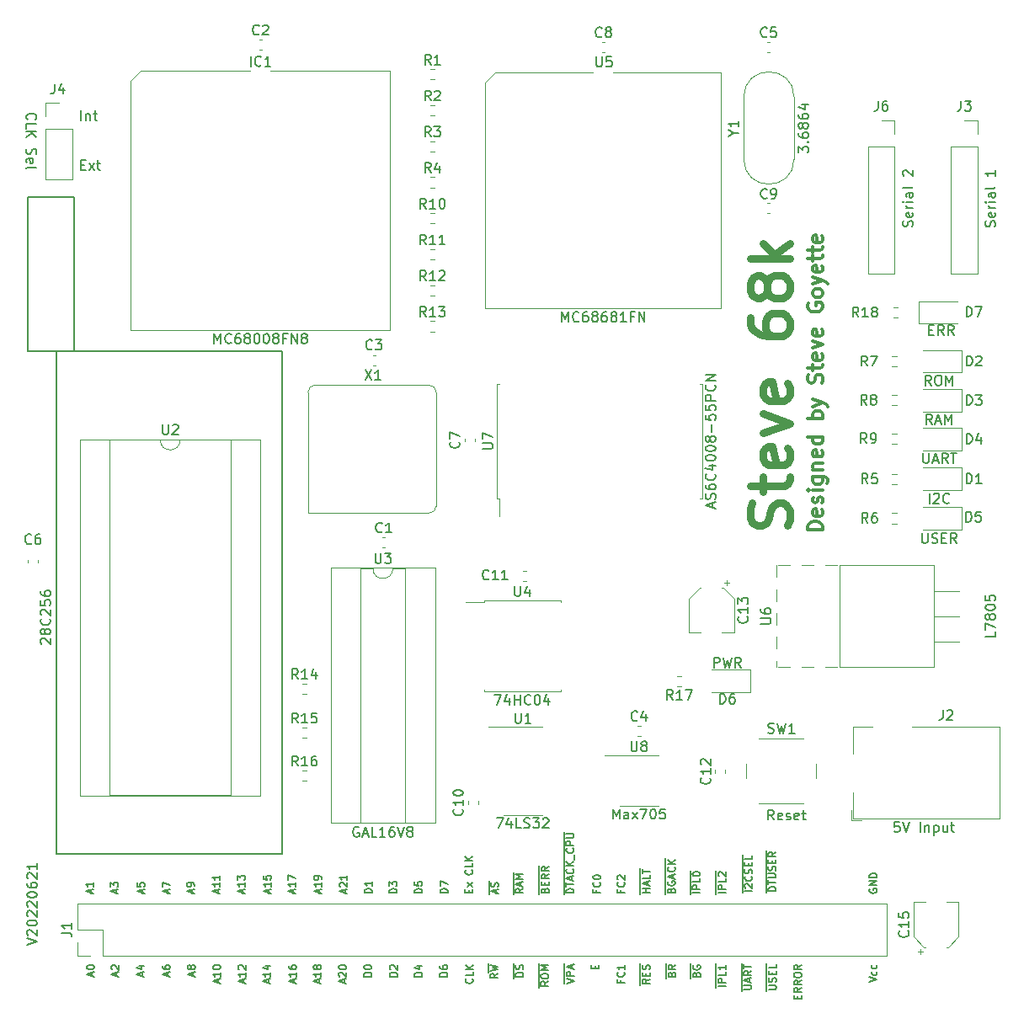
<source format=gbr>
%TF.GenerationSoftware,KiCad,Pcbnew,(6.0.2)*%
%TF.CreationDate,2022-06-21T22:06:57-07:00*%
%TF.ProjectId,Steve 68k,53746576-6520-4363-986b-2e6b69636164,rev?*%
%TF.SameCoordinates,Original*%
%TF.FileFunction,Legend,Top*%
%TF.FilePolarity,Positive*%
%FSLAX46Y46*%
G04 Gerber Fmt 4.6, Leading zero omitted, Abs format (unit mm)*
G04 Created by KiCad (PCBNEW (6.0.2)) date 2022-06-21 22:06:57*
%MOMM*%
%LPD*%
G01*
G04 APERTURE LIST*
%ADD10C,0.150000*%
%ADD11C,0.800000*%
%ADD12C,0.300000*%
%ADD13C,0.120000*%
G04 APERTURE END LIST*
D10*
X142161028Y-134875014D02*
X142161028Y-134625014D01*
X142553885Y-134517871D02*
X142553885Y-134875014D01*
X141803885Y-134875014D01*
X141803885Y-134517871D01*
X142553885Y-133767871D02*
X142196742Y-134017871D01*
X142553885Y-134196442D02*
X141803885Y-134196442D01*
X141803885Y-133910728D01*
X141839600Y-133839300D01*
X141875314Y-133803585D01*
X141946742Y-133767871D01*
X142053885Y-133767871D01*
X142125314Y-133803585D01*
X142161028Y-133839300D01*
X142196742Y-133910728D01*
X142196742Y-134196442D01*
X142553885Y-133017871D02*
X142196742Y-133267871D01*
X142553885Y-133446442D02*
X141803885Y-133446442D01*
X141803885Y-133160728D01*
X141839600Y-133089300D01*
X141875314Y-133053585D01*
X141946742Y-133017871D01*
X142053885Y-133017871D01*
X142125314Y-133053585D01*
X142161028Y-133089300D01*
X142196742Y-133160728D01*
X142196742Y-133446442D01*
X141803885Y-132553585D02*
X141803885Y-132410728D01*
X141839600Y-132339300D01*
X141911028Y-132267871D01*
X142053885Y-132232157D01*
X142303885Y-132232157D01*
X142446742Y-132267871D01*
X142518171Y-132339300D01*
X142553885Y-132410728D01*
X142553885Y-132553585D01*
X142518171Y-132625014D01*
X142446742Y-132696442D01*
X142303885Y-132732157D01*
X142053885Y-132732157D01*
X141911028Y-132696442D01*
X141839600Y-132625014D01*
X141803885Y-132553585D01*
X142553885Y-131482157D02*
X142196742Y-131732157D01*
X142553885Y-131910728D02*
X141803885Y-131910728D01*
X141803885Y-131625014D01*
X141839600Y-131553585D01*
X141875314Y-131517871D01*
X141946742Y-131482157D01*
X142053885Y-131482157D01*
X142125314Y-131517871D01*
X142161028Y-131553585D01*
X142196742Y-131625014D01*
X142196742Y-131910728D01*
X139026700Y-124210100D02*
X139026700Y-123460100D01*
X139988485Y-124031528D02*
X139238485Y-124031528D01*
X139238485Y-123852957D01*
X139274200Y-123745814D01*
X139345628Y-123674385D01*
X139417057Y-123638671D01*
X139559914Y-123602957D01*
X139667057Y-123602957D01*
X139809914Y-123638671D01*
X139881342Y-123674385D01*
X139952771Y-123745814D01*
X139988485Y-123852957D01*
X139988485Y-124031528D01*
X139026700Y-123460100D02*
X139026700Y-122888671D01*
X139238485Y-123388671D02*
X139238485Y-122960100D01*
X139988485Y-123174385D02*
X139238485Y-123174385D01*
X139026700Y-122888671D02*
X139026700Y-122102957D01*
X139238485Y-122710100D02*
X139845628Y-122710100D01*
X139917057Y-122674385D01*
X139952771Y-122638671D01*
X139988485Y-122567242D01*
X139988485Y-122424385D01*
X139952771Y-122352957D01*
X139917057Y-122317242D01*
X139845628Y-122281528D01*
X139238485Y-122281528D01*
X139026700Y-122102957D02*
X139026700Y-121388671D01*
X139952771Y-121960100D02*
X139988485Y-121852957D01*
X139988485Y-121674385D01*
X139952771Y-121602957D01*
X139917057Y-121567242D01*
X139845628Y-121531528D01*
X139774200Y-121531528D01*
X139702771Y-121567242D01*
X139667057Y-121602957D01*
X139631342Y-121674385D01*
X139595628Y-121817242D01*
X139559914Y-121888671D01*
X139524200Y-121924385D01*
X139452771Y-121960100D01*
X139381342Y-121960100D01*
X139309914Y-121924385D01*
X139274200Y-121888671D01*
X139238485Y-121817242D01*
X139238485Y-121638671D01*
X139274200Y-121531528D01*
X139026700Y-121388671D02*
X139026700Y-120710100D01*
X139595628Y-121210100D02*
X139595628Y-120960100D01*
X139988485Y-120852957D02*
X139988485Y-121210100D01*
X139238485Y-121210100D01*
X139238485Y-120852957D01*
X139026700Y-120710100D02*
X139026700Y-119960100D01*
X139988485Y-120102957D02*
X139631342Y-120352957D01*
X139988485Y-120531528D02*
X139238485Y-120531528D01*
X139238485Y-120245814D01*
X139274200Y-120174385D01*
X139309914Y-120138671D01*
X139381342Y-120102957D01*
X139488485Y-120102957D01*
X139559914Y-120138671D01*
X139595628Y-120174385D01*
X139631342Y-120245814D01*
X139631342Y-120531528D01*
X67619200Y-69763400D02*
X90326800Y-69763400D01*
X90326800Y-69763400D02*
X90326800Y-120258600D01*
X90326800Y-120258600D02*
X67619200Y-120258600D01*
X67619200Y-120258600D02*
X67619200Y-69763400D01*
X69448000Y-69763400D02*
X64749000Y-69763400D01*
X64749000Y-69763400D02*
X64749000Y-54244000D01*
X64749000Y-54244000D02*
X69448000Y-54244000D01*
X69448000Y-54244000D02*
X69448000Y-69763400D01*
X83919600Y-133267871D02*
X83919600Y-132910728D01*
X84133885Y-133339300D02*
X83383885Y-133089300D01*
X84133885Y-132839300D01*
X84133885Y-132196442D02*
X84133885Y-132625014D01*
X84133885Y-132410728D02*
X83383885Y-132410728D01*
X83491028Y-132482157D01*
X83562457Y-132553585D01*
X83598171Y-132625014D01*
X83383885Y-131732157D02*
X83383885Y-131660728D01*
X83419600Y-131589300D01*
X83455314Y-131553585D01*
X83526742Y-131517871D01*
X83669600Y-131482157D01*
X83848171Y-131482157D01*
X83991028Y-131517871D01*
X84062457Y-131553585D01*
X84098171Y-131589300D01*
X84133885Y-131660728D01*
X84133885Y-131732157D01*
X84098171Y-131803585D01*
X84062457Y-131839300D01*
X83991028Y-131875014D01*
X83848171Y-131910728D01*
X83669600Y-131910728D01*
X83526742Y-131875014D01*
X83455314Y-131839300D01*
X83419600Y-131803585D01*
X83383885Y-131732157D01*
X81405000Y-132553585D02*
X81405000Y-132196442D01*
X81619285Y-132625014D02*
X80869285Y-132375014D01*
X81619285Y-132125014D01*
X81190714Y-131767871D02*
X81155000Y-131839300D01*
X81119285Y-131875014D01*
X81047857Y-131910728D01*
X81012142Y-131910728D01*
X80940714Y-131875014D01*
X80905000Y-131839300D01*
X80869285Y-131767871D01*
X80869285Y-131625014D01*
X80905000Y-131553585D01*
X80940714Y-131517871D01*
X81012142Y-131482157D01*
X81047857Y-131482157D01*
X81119285Y-131517871D01*
X81155000Y-131553585D01*
X81190714Y-131625014D01*
X81190714Y-131767871D01*
X81226428Y-131839300D01*
X81262142Y-131875014D01*
X81333571Y-131910728D01*
X81476428Y-131910728D01*
X81547857Y-131875014D01*
X81583571Y-131839300D01*
X81619285Y-131767871D01*
X81619285Y-131625014D01*
X81583571Y-131553585D01*
X81547857Y-131517871D01*
X81476428Y-131482157D01*
X81333571Y-131482157D01*
X81262142Y-131517871D01*
X81226428Y-131553585D01*
X81190714Y-131625014D01*
X73708800Y-132553585D02*
X73708800Y-132196442D01*
X73923085Y-132625014D02*
X73173085Y-132375014D01*
X73923085Y-132125014D01*
X73244514Y-131910728D02*
X73208800Y-131875014D01*
X73173085Y-131803585D01*
X73173085Y-131625014D01*
X73208800Y-131553585D01*
X73244514Y-131517871D01*
X73315942Y-131482157D01*
X73387371Y-131482157D01*
X73494514Y-131517871D01*
X73923085Y-131946442D01*
X73923085Y-131482157D01*
X64704980Y-129441057D02*
X65704980Y-129107723D01*
X64704980Y-128774390D01*
X64800219Y-128488676D02*
X64752600Y-128441057D01*
X64704980Y-128345819D01*
X64704980Y-128107723D01*
X64752600Y-128012485D01*
X64800219Y-127964866D01*
X64895457Y-127917247D01*
X64990695Y-127917247D01*
X65133552Y-127964866D01*
X65704980Y-128536295D01*
X65704980Y-127917247D01*
X64704980Y-127298200D02*
X64704980Y-127202961D01*
X64752600Y-127107723D01*
X64800219Y-127060104D01*
X64895457Y-127012485D01*
X65085933Y-126964866D01*
X65324028Y-126964866D01*
X65514504Y-127012485D01*
X65609742Y-127060104D01*
X65657361Y-127107723D01*
X65704980Y-127202961D01*
X65704980Y-127298200D01*
X65657361Y-127393438D01*
X65609742Y-127441057D01*
X65514504Y-127488676D01*
X65324028Y-127536295D01*
X65085933Y-127536295D01*
X64895457Y-127488676D01*
X64800219Y-127441057D01*
X64752600Y-127393438D01*
X64704980Y-127298200D01*
X64800219Y-126583914D02*
X64752600Y-126536295D01*
X64704980Y-126441057D01*
X64704980Y-126202961D01*
X64752600Y-126107723D01*
X64800219Y-126060104D01*
X64895457Y-126012485D01*
X64990695Y-126012485D01*
X65133552Y-126060104D01*
X65704980Y-126631533D01*
X65704980Y-126012485D01*
X64800219Y-125631533D02*
X64752600Y-125583914D01*
X64704980Y-125488676D01*
X64704980Y-125250580D01*
X64752600Y-125155342D01*
X64800219Y-125107723D01*
X64895457Y-125060104D01*
X64990695Y-125060104D01*
X65133552Y-125107723D01*
X65704980Y-125679152D01*
X65704980Y-125060104D01*
X64704980Y-124441057D02*
X64704980Y-124345819D01*
X64752600Y-124250580D01*
X64800219Y-124202961D01*
X64895457Y-124155342D01*
X65085933Y-124107723D01*
X65324028Y-124107723D01*
X65514504Y-124155342D01*
X65609742Y-124202961D01*
X65657361Y-124250580D01*
X65704980Y-124345819D01*
X65704980Y-124441057D01*
X65657361Y-124536295D01*
X65609742Y-124583914D01*
X65514504Y-124631533D01*
X65324028Y-124679152D01*
X65085933Y-124679152D01*
X64895457Y-124631533D01*
X64800219Y-124583914D01*
X64752600Y-124536295D01*
X64704980Y-124441057D01*
X64704980Y-123250580D02*
X64704980Y-123441057D01*
X64752600Y-123536295D01*
X64800219Y-123583914D01*
X64943076Y-123679152D01*
X65133552Y-123726771D01*
X65514504Y-123726771D01*
X65609742Y-123679152D01*
X65657361Y-123631533D01*
X65704980Y-123536295D01*
X65704980Y-123345819D01*
X65657361Y-123250580D01*
X65609742Y-123202961D01*
X65514504Y-123155342D01*
X65276409Y-123155342D01*
X65181171Y-123202961D01*
X65133552Y-123250580D01*
X65085933Y-123345819D01*
X65085933Y-123536295D01*
X65133552Y-123631533D01*
X65181171Y-123679152D01*
X65276409Y-123726771D01*
X64800219Y-122774390D02*
X64752600Y-122726771D01*
X64704980Y-122631533D01*
X64704980Y-122393438D01*
X64752600Y-122298200D01*
X64800219Y-122250580D01*
X64895457Y-122202961D01*
X64990695Y-122202961D01*
X65133552Y-122250580D01*
X65704980Y-122822009D01*
X65704980Y-122202961D01*
X65704980Y-121250580D02*
X65704980Y-121822009D01*
X65704980Y-121536295D02*
X64704980Y-121536295D01*
X64847838Y-121631533D01*
X64943076Y-121726771D01*
X64990695Y-121822009D01*
X76274200Y-132553585D02*
X76274200Y-132196442D01*
X76488485Y-132625014D02*
X75738485Y-132375014D01*
X76488485Y-132125014D01*
X75988485Y-131553585D02*
X76488485Y-131553585D01*
X75702771Y-131732157D02*
X76238485Y-131910728D01*
X76238485Y-131446442D01*
X128892100Y-124387900D02*
X128892100Y-123637900D01*
X129461028Y-123959328D02*
X129496742Y-123852185D01*
X129532457Y-123816471D01*
X129603885Y-123780757D01*
X129711028Y-123780757D01*
X129782457Y-123816471D01*
X129818171Y-123852185D01*
X129853885Y-123923614D01*
X129853885Y-124209328D01*
X129103885Y-124209328D01*
X129103885Y-123959328D01*
X129139600Y-123887900D01*
X129175314Y-123852185D01*
X129246742Y-123816471D01*
X129318171Y-123816471D01*
X129389600Y-123852185D01*
X129425314Y-123887900D01*
X129461028Y-123959328D01*
X129461028Y-124209328D01*
X128892100Y-123637900D02*
X128892100Y-122887900D01*
X129139600Y-123066471D02*
X129103885Y-123137900D01*
X129103885Y-123245042D01*
X129139600Y-123352185D01*
X129211028Y-123423614D01*
X129282457Y-123459328D01*
X129425314Y-123495042D01*
X129532457Y-123495042D01*
X129675314Y-123459328D01*
X129746742Y-123423614D01*
X129818171Y-123352185D01*
X129853885Y-123245042D01*
X129853885Y-123173614D01*
X129818171Y-123066471D01*
X129782457Y-123030757D01*
X129532457Y-123030757D01*
X129532457Y-123173614D01*
X128892100Y-122887900D02*
X128892100Y-122245042D01*
X129639600Y-122745042D02*
X129639600Y-122387900D01*
X129853885Y-122816471D02*
X129103885Y-122566471D01*
X129853885Y-122316471D01*
X128892100Y-122245042D02*
X128892100Y-121495042D01*
X129782457Y-121637900D02*
X129818171Y-121673614D01*
X129853885Y-121780757D01*
X129853885Y-121852185D01*
X129818171Y-121959328D01*
X129746742Y-122030757D01*
X129675314Y-122066471D01*
X129532457Y-122102185D01*
X129425314Y-122102185D01*
X129282457Y-122066471D01*
X129211028Y-122030757D01*
X129139600Y-121959328D01*
X129103885Y-121852185D01*
X129103885Y-121780757D01*
X129139600Y-121673614D01*
X129175314Y-121637900D01*
X128892100Y-121495042D02*
X128892100Y-120745042D01*
X129853885Y-121316471D02*
X129103885Y-121316471D01*
X129853885Y-120887900D02*
X129425314Y-121209328D01*
X129103885Y-120887900D02*
X129532457Y-121316471D01*
X78839600Y-124245042D02*
X78839600Y-123887900D01*
X79053885Y-124316471D02*
X78303885Y-124066471D01*
X79053885Y-123816471D01*
X78303885Y-123637900D02*
X78303885Y-123137900D01*
X79053885Y-123459328D01*
X126352100Y-124387900D02*
X126352100Y-123602185D01*
X127313885Y-124209328D02*
X126563885Y-124209328D01*
X126921028Y-124209328D02*
X126921028Y-123780757D01*
X127313885Y-123780757D02*
X126563885Y-123780757D01*
X126352100Y-123602185D02*
X126352100Y-122959328D01*
X127099600Y-123459328D02*
X127099600Y-123102185D01*
X127313885Y-123530757D02*
X126563885Y-123280757D01*
X127313885Y-123030757D01*
X126352100Y-122959328D02*
X126352100Y-122352185D01*
X127313885Y-122423614D02*
X127313885Y-122780757D01*
X126563885Y-122780757D01*
X126352100Y-122352185D02*
X126352100Y-121780757D01*
X126563885Y-122280757D02*
X126563885Y-121852185D01*
X127313885Y-122066471D02*
X126563885Y-122066471D01*
X94054200Y-133267871D02*
X94054200Y-132910728D01*
X94268485Y-133339300D02*
X93518485Y-133089300D01*
X94268485Y-132839300D01*
X94268485Y-132196442D02*
X94268485Y-132625014D01*
X94268485Y-132410728D02*
X93518485Y-132410728D01*
X93625628Y-132482157D01*
X93697057Y-132553585D01*
X93732771Y-132625014D01*
X93839914Y-131767871D02*
X93804200Y-131839300D01*
X93768485Y-131875014D01*
X93697057Y-131910728D01*
X93661342Y-131910728D01*
X93589914Y-131875014D01*
X93554200Y-131839300D01*
X93518485Y-131767871D01*
X93518485Y-131625014D01*
X93554200Y-131553585D01*
X93589914Y-131517871D01*
X93661342Y-131482157D01*
X93697057Y-131482157D01*
X93768485Y-131517871D01*
X93804200Y-131553585D01*
X93839914Y-131625014D01*
X93839914Y-131767871D01*
X93875628Y-131839300D01*
X93911342Y-131875014D01*
X93982771Y-131910728D01*
X94125628Y-131910728D01*
X94197057Y-131875014D01*
X94232771Y-131839300D01*
X94268485Y-131767871D01*
X94268485Y-131625014D01*
X94232771Y-131553585D01*
X94197057Y-131517871D01*
X94125628Y-131482157D01*
X93982771Y-131482157D01*
X93911342Y-131517871D01*
X93875628Y-131553585D01*
X93839914Y-131625014D01*
X99399285Y-124209328D02*
X98649285Y-124209328D01*
X98649285Y-124030757D01*
X98685000Y-123923614D01*
X98756428Y-123852185D01*
X98827857Y-123816471D01*
X98970714Y-123780757D01*
X99077857Y-123780757D01*
X99220714Y-123816471D01*
X99292142Y-123852185D01*
X99363571Y-123923614D01*
X99399285Y-124030757D01*
X99399285Y-124209328D01*
X99399285Y-123066471D02*
X99399285Y-123495042D01*
X99399285Y-123280757D02*
X98649285Y-123280757D01*
X98756428Y-123352185D01*
X98827857Y-123423614D01*
X98863571Y-123495042D01*
X112023085Y-132339300D02*
X111665942Y-132589300D01*
X112023085Y-132767871D02*
X111273085Y-132767871D01*
X111273085Y-132482157D01*
X111308800Y-132410728D01*
X111344514Y-132375014D01*
X111415942Y-132339300D01*
X111523085Y-132339300D01*
X111594514Y-132375014D01*
X111630228Y-132410728D01*
X111665942Y-132482157D01*
X111665942Y-132767871D01*
X111061300Y-132196442D02*
X111061300Y-131339300D01*
X111273085Y-132089300D02*
X112023085Y-131910728D01*
X111487371Y-131767871D01*
X112023085Y-131625014D01*
X111273085Y-131446442D01*
X126352100Y-133482157D02*
X126352100Y-132732157D01*
X127313885Y-132875014D02*
X126956742Y-133125014D01*
X127313885Y-133303585D02*
X126563885Y-133303585D01*
X126563885Y-133017871D01*
X126599600Y-132946442D01*
X126635314Y-132910728D01*
X126706742Y-132875014D01*
X126813885Y-132875014D01*
X126885314Y-132910728D01*
X126921028Y-132946442D01*
X126956742Y-133017871D01*
X126956742Y-133303585D01*
X126352100Y-132732157D02*
X126352100Y-132053585D01*
X126921028Y-132553585D02*
X126921028Y-132303585D01*
X127313885Y-132196442D02*
X127313885Y-132553585D01*
X126563885Y-132553585D01*
X126563885Y-132196442D01*
X126352100Y-132053585D02*
X126352100Y-131339300D01*
X127278171Y-131910728D02*
X127313885Y-131803585D01*
X127313885Y-131625014D01*
X127278171Y-131553585D01*
X127242457Y-131517871D01*
X127171028Y-131482157D01*
X127099600Y-131482157D01*
X127028171Y-131517871D01*
X126992457Y-131553585D01*
X126956742Y-131625014D01*
X126921028Y-131767871D01*
X126885314Y-131839300D01*
X126849600Y-131875014D01*
X126778171Y-131910728D01*
X126706742Y-131910728D01*
X126635314Y-131875014D01*
X126599600Y-131839300D01*
X126563885Y-131767871D01*
X126563885Y-131589300D01*
X126599600Y-131482157D01*
X96594200Y-133267871D02*
X96594200Y-132910728D01*
X96808485Y-133339300D02*
X96058485Y-133089300D01*
X96808485Y-132839300D01*
X96129914Y-132625014D02*
X96094200Y-132589300D01*
X96058485Y-132517871D01*
X96058485Y-132339300D01*
X96094200Y-132267871D01*
X96129914Y-132232157D01*
X96201342Y-132196442D01*
X96272771Y-132196442D01*
X96379914Y-132232157D01*
X96808485Y-132660728D01*
X96808485Y-132196442D01*
X96058485Y-131732157D02*
X96058485Y-131660728D01*
X96094200Y-131589300D01*
X96129914Y-131553585D01*
X96201342Y-131517871D01*
X96344200Y-131482157D01*
X96522771Y-131482157D01*
X96665628Y-131517871D01*
X96737057Y-131553585D01*
X96772771Y-131589300D01*
X96808485Y-131660728D01*
X96808485Y-131732157D01*
X96772771Y-131803585D01*
X96737057Y-131839300D01*
X96665628Y-131875014D01*
X96522771Y-131910728D01*
X96344200Y-131910728D01*
X96201342Y-131875014D01*
X96129914Y-131839300D01*
X96094200Y-131803585D01*
X96058485Y-131732157D01*
X109115628Y-124209328D02*
X109115628Y-123959328D01*
X109508485Y-123852185D02*
X109508485Y-124209328D01*
X108758485Y-124209328D01*
X108758485Y-123852185D01*
X109508485Y-123602185D02*
X109008485Y-123209328D01*
X109008485Y-123602185D02*
X109508485Y-123209328D01*
X109437057Y-121923614D02*
X109472771Y-121959328D01*
X109508485Y-122066471D01*
X109508485Y-122137900D01*
X109472771Y-122245042D01*
X109401342Y-122316471D01*
X109329914Y-122352185D01*
X109187057Y-122387900D01*
X109079914Y-122387900D01*
X108937057Y-122352185D01*
X108865628Y-122316471D01*
X108794200Y-122245042D01*
X108758485Y-122137900D01*
X108758485Y-122066471D01*
X108794200Y-121959328D01*
X108829914Y-121923614D01*
X109508485Y-121245042D02*
X109508485Y-121602185D01*
X108758485Y-121602185D01*
X109508485Y-120995042D02*
X108758485Y-120995042D01*
X109508485Y-120566471D02*
X109079914Y-120887900D01*
X108758485Y-120566471D02*
X109187057Y-120995042D01*
X91488800Y-124245042D02*
X91488800Y-123887900D01*
X91703085Y-124316471D02*
X90953085Y-124066471D01*
X91703085Y-123816471D01*
X91703085Y-123173614D02*
X91703085Y-123602185D01*
X91703085Y-123387900D02*
X90953085Y-123387900D01*
X91060228Y-123459328D01*
X91131657Y-123530757D01*
X91167371Y-123602185D01*
X90953085Y-122923614D02*
X90953085Y-122423614D01*
X91703085Y-122745042D01*
X88999600Y-124245042D02*
X88999600Y-123887900D01*
X89213885Y-124316471D02*
X88463885Y-124066471D01*
X89213885Y-123816471D01*
X89213885Y-123173614D02*
X89213885Y-123602185D01*
X89213885Y-123387900D02*
X88463885Y-123387900D01*
X88571028Y-123459328D01*
X88642457Y-123530757D01*
X88678171Y-123602185D01*
X88463885Y-122495042D02*
X88463885Y-122852185D01*
X88821028Y-122887900D01*
X88785314Y-122852185D01*
X88749600Y-122780757D01*
X88749600Y-122602185D01*
X88785314Y-122530757D01*
X88821028Y-122495042D01*
X88892457Y-122459328D01*
X89071028Y-122459328D01*
X89142457Y-122495042D01*
X89178171Y-122530757D01*
X89213885Y-122602185D01*
X89213885Y-122780757D01*
X89178171Y-122852185D01*
X89142457Y-122887900D01*
X111137500Y-124387900D02*
X111137500Y-123745042D01*
X111885000Y-124245042D02*
X111885000Y-123887900D01*
X112099285Y-124316471D02*
X111349285Y-124066471D01*
X112099285Y-123816471D01*
X111137500Y-123745042D02*
X111137500Y-123030757D01*
X112063571Y-123602185D02*
X112099285Y-123495042D01*
X112099285Y-123316471D01*
X112063571Y-123245042D01*
X112027857Y-123209328D01*
X111956428Y-123173614D01*
X111885000Y-123173614D01*
X111813571Y-123209328D01*
X111777857Y-123245042D01*
X111742142Y-123316471D01*
X111706428Y-123459328D01*
X111670714Y-123530757D01*
X111635000Y-123566471D01*
X111563571Y-123602185D01*
X111492142Y-123602185D01*
X111420714Y-123566471D01*
X111385000Y-123530757D01*
X111349285Y-123459328D01*
X111349285Y-123280757D01*
X111385000Y-123173614D01*
X71245000Y-132553585D02*
X71245000Y-132196442D01*
X71459285Y-132625014D02*
X70709285Y-132375014D01*
X71459285Y-132125014D01*
X70709285Y-131732157D02*
X70709285Y-131660728D01*
X70745000Y-131589300D01*
X70780714Y-131553585D01*
X70852142Y-131517871D01*
X70995000Y-131482157D01*
X71173571Y-131482157D01*
X71316428Y-131517871D01*
X71387857Y-131553585D01*
X71423571Y-131589300D01*
X71459285Y-131660728D01*
X71459285Y-131732157D01*
X71423571Y-131803585D01*
X71387857Y-131839300D01*
X71316428Y-131875014D01*
X71173571Y-131910728D01*
X70995000Y-131910728D01*
X70852142Y-131875014D01*
X70780714Y-131839300D01*
X70745000Y-131803585D01*
X70709285Y-131732157D01*
X121815628Y-131839300D02*
X121815628Y-131589300D01*
X122208485Y-131482157D02*
X122208485Y-131839300D01*
X121458485Y-131839300D01*
X121458485Y-131482157D01*
X136562900Y-134089300D02*
X136562900Y-133303585D01*
X136774685Y-133910728D02*
X137381828Y-133910728D01*
X137453257Y-133875014D01*
X137488971Y-133839300D01*
X137524685Y-133767871D01*
X137524685Y-133625014D01*
X137488971Y-133553585D01*
X137453257Y-133517871D01*
X137381828Y-133482157D01*
X136774685Y-133482157D01*
X136562900Y-133303585D02*
X136562900Y-132660728D01*
X137310400Y-133160728D02*
X137310400Y-132803585D01*
X137524685Y-133232157D02*
X136774685Y-132982157D01*
X137524685Y-132732157D01*
X136562900Y-132660728D02*
X136562900Y-131910728D01*
X137524685Y-132053585D02*
X137167542Y-132303585D01*
X137524685Y-132482157D02*
X136774685Y-132482157D01*
X136774685Y-132196442D01*
X136810400Y-132125014D01*
X136846114Y-132089300D01*
X136917542Y-132053585D01*
X137024685Y-132053585D01*
X137096114Y-132089300D01*
X137131828Y-132125014D01*
X137167542Y-132196442D01*
X137167542Y-132482157D01*
X136562900Y-131910728D02*
X136562900Y-131339300D01*
X136774685Y-131839300D02*
X136774685Y-131410728D01*
X137524685Y-131625014D02*
X136774685Y-131625014D01*
X131406700Y-124387900D02*
X131406700Y-124030757D01*
X132368485Y-124209328D02*
X131618485Y-124209328D01*
X131406700Y-124030757D02*
X131406700Y-123280757D01*
X132368485Y-123852185D02*
X131618485Y-123852185D01*
X131618485Y-123566471D01*
X131654200Y-123495042D01*
X131689914Y-123459328D01*
X131761342Y-123423614D01*
X131868485Y-123423614D01*
X131939914Y-123459328D01*
X131975628Y-123495042D01*
X132011342Y-123566471D01*
X132011342Y-123852185D01*
X131406700Y-123280757D02*
X131406700Y-122673614D01*
X132368485Y-122745042D02*
X132368485Y-123102185D01*
X131618485Y-123102185D01*
X131406700Y-122673614D02*
X131406700Y-121959328D01*
X131618485Y-122352185D02*
X131618485Y-122280757D01*
X131654200Y-122209328D01*
X131689914Y-122173614D01*
X131761342Y-122137900D01*
X131904200Y-122102185D01*
X132082771Y-122102185D01*
X132225628Y-122137900D01*
X132297057Y-122173614D01*
X132332771Y-122209328D01*
X132368485Y-122280757D01*
X132368485Y-122352185D01*
X132332771Y-122423614D01*
X132297057Y-122459328D01*
X132225628Y-122495042D01*
X132082771Y-122530757D01*
X131904200Y-122530757D01*
X131761342Y-122495042D01*
X131689914Y-122459328D01*
X131654200Y-122423614D01*
X131618485Y-122352185D01*
X118732100Y-133375014D02*
X118732100Y-132732157D01*
X118943885Y-133303585D02*
X119693885Y-133053585D01*
X118943885Y-132803585D01*
X118732100Y-132732157D02*
X118732100Y-131982157D01*
X119693885Y-132553585D02*
X118943885Y-132553585D01*
X118943885Y-132267871D01*
X118979600Y-132196442D01*
X119015314Y-132160728D01*
X119086742Y-132125014D01*
X119193885Y-132125014D01*
X119265314Y-132160728D01*
X119301028Y-132196442D01*
X119336742Y-132267871D01*
X119336742Y-132553585D01*
X118732100Y-131982157D02*
X118732100Y-131339300D01*
X119479600Y-131839300D02*
X119479600Y-131482157D01*
X119693885Y-131910728D02*
X118943885Y-131660728D01*
X119693885Y-131410728D01*
X104428485Y-124209328D02*
X103678485Y-124209328D01*
X103678485Y-124030757D01*
X103714200Y-123923614D01*
X103785628Y-123852185D01*
X103857057Y-123816471D01*
X103999914Y-123780757D01*
X104107057Y-123780757D01*
X104249914Y-123816471D01*
X104321342Y-123852185D01*
X104392771Y-123923614D01*
X104428485Y-124030757D01*
X104428485Y-124209328D01*
X103678485Y-123102185D02*
X103678485Y-123459328D01*
X104035628Y-123495042D01*
X103999914Y-123459328D01*
X103964200Y-123387900D01*
X103964200Y-123209328D01*
X103999914Y-123137900D01*
X104035628Y-123102185D01*
X104107057Y-123066471D01*
X104285628Y-123066471D01*
X104357057Y-123102185D01*
X104392771Y-123137900D01*
X104428485Y-123209328D01*
X104428485Y-123387900D01*
X104392771Y-123459328D01*
X104357057Y-123495042D01*
X149398485Y-133196442D02*
X150148485Y-132946442D01*
X149398485Y-132696442D01*
X150112771Y-132125014D02*
X150148485Y-132196442D01*
X150148485Y-132339300D01*
X150112771Y-132410728D01*
X150077057Y-132446442D01*
X150005628Y-132482157D01*
X149791342Y-132482157D01*
X149719914Y-132446442D01*
X149684200Y-132410728D01*
X149648485Y-132339300D01*
X149648485Y-132196442D01*
X149684200Y-132125014D01*
X150112771Y-131482157D02*
X150148485Y-131553585D01*
X150148485Y-131696442D01*
X150112771Y-131767871D01*
X150077057Y-131803585D01*
X150005628Y-131839300D01*
X149791342Y-131839300D01*
X149719914Y-131803585D01*
X149684200Y-131767871D01*
X149648485Y-131696442D01*
X149648485Y-131553585D01*
X149684200Y-131482157D01*
X78839600Y-132553585D02*
X78839600Y-132196442D01*
X79053885Y-132625014D02*
X78303885Y-132375014D01*
X79053885Y-132125014D01*
X78303885Y-131553585D02*
X78303885Y-131696442D01*
X78339600Y-131767871D01*
X78375314Y-131803585D01*
X78482457Y-131875014D01*
X78625314Y-131910728D01*
X78911028Y-131910728D01*
X78982457Y-131875014D01*
X79018171Y-131839300D01*
X79053885Y-131767871D01*
X79053885Y-131625014D01*
X79018171Y-131553585D01*
X78982457Y-131517871D01*
X78911028Y-131482157D01*
X78732457Y-131482157D01*
X78661028Y-131517871D01*
X78625314Y-131553585D01*
X78589600Y-131625014D01*
X78589600Y-131767871D01*
X78625314Y-131839300D01*
X78661028Y-131875014D01*
X78732457Y-131910728D01*
X124406428Y-123959328D02*
X124406428Y-124209328D01*
X124799285Y-124209328D02*
X124049285Y-124209328D01*
X124049285Y-123852185D01*
X124727857Y-123137900D02*
X124763571Y-123173614D01*
X124799285Y-123280757D01*
X124799285Y-123352185D01*
X124763571Y-123459328D01*
X124692142Y-123530757D01*
X124620714Y-123566471D01*
X124477857Y-123602185D01*
X124370714Y-123602185D01*
X124227857Y-123566471D01*
X124156428Y-123530757D01*
X124085000Y-123459328D01*
X124049285Y-123352185D01*
X124049285Y-123280757D01*
X124085000Y-123173614D01*
X124120714Y-123137900D01*
X124120714Y-122852185D02*
X124085000Y-122816471D01*
X124049285Y-122745042D01*
X124049285Y-122566471D01*
X124085000Y-122495042D01*
X124120714Y-122459328D01*
X124192142Y-122423614D01*
X124263571Y-122423614D01*
X124370714Y-122459328D01*
X124799285Y-122887900D01*
X124799285Y-122423614D01*
X70135595Y-51028571D02*
X70468928Y-51028571D01*
X70611785Y-51552380D02*
X70135595Y-51552380D01*
X70135595Y-50552380D01*
X70611785Y-50552380D01*
X70945119Y-51552380D02*
X71468928Y-50885714D01*
X70945119Y-50885714D02*
X71468928Y-51552380D01*
X71707023Y-50885714D02*
X72087976Y-50885714D01*
X71849880Y-50552380D02*
X71849880Y-51409523D01*
X71897500Y-51504761D01*
X71992738Y-51552380D01*
X72087976Y-51552380D01*
X81303400Y-124245042D02*
X81303400Y-123887900D01*
X81517685Y-124316471D02*
X80767685Y-124066471D01*
X81517685Y-123816471D01*
X81517685Y-123530757D02*
X81517685Y-123387900D01*
X81481971Y-123316471D01*
X81446257Y-123280757D01*
X81339114Y-123209328D01*
X81196257Y-123173614D01*
X80910542Y-123173614D01*
X80839114Y-123209328D01*
X80803400Y-123245042D01*
X80767685Y-123316471D01*
X80767685Y-123459328D01*
X80803400Y-123530757D01*
X80839114Y-123566471D01*
X80910542Y-123602185D01*
X81089114Y-123602185D01*
X81160542Y-123566471D01*
X81196257Y-123530757D01*
X81231971Y-123459328D01*
X81231971Y-123316471D01*
X81196257Y-123245042D01*
X81160542Y-123209328D01*
X81089114Y-123173614D01*
X116192100Y-124387900D02*
X116192100Y-123637900D01*
X116761028Y-123959328D02*
X116796742Y-123852185D01*
X116832457Y-123816471D01*
X116903885Y-123780757D01*
X117011028Y-123780757D01*
X117082457Y-123816471D01*
X117118171Y-123852185D01*
X117153885Y-123923614D01*
X117153885Y-124209328D01*
X116403885Y-124209328D01*
X116403885Y-123959328D01*
X116439600Y-123887900D01*
X116475314Y-123852185D01*
X116546742Y-123816471D01*
X116618171Y-123816471D01*
X116689600Y-123852185D01*
X116725314Y-123887900D01*
X116761028Y-123959328D01*
X116761028Y-124209328D01*
X116192100Y-123637900D02*
X116192100Y-122959328D01*
X116761028Y-123459328D02*
X116761028Y-123209328D01*
X117153885Y-123102185D02*
X117153885Y-123459328D01*
X116403885Y-123459328D01*
X116403885Y-123102185D01*
X116192100Y-122959328D02*
X116192100Y-122209328D01*
X117153885Y-122352185D02*
X116796742Y-122602185D01*
X117153885Y-122780757D02*
X116403885Y-122780757D01*
X116403885Y-122495042D01*
X116439600Y-122423614D01*
X116475314Y-122387900D01*
X116546742Y-122352185D01*
X116653885Y-122352185D01*
X116725314Y-122387900D01*
X116761028Y-122423614D01*
X116796742Y-122495042D01*
X116796742Y-122780757D01*
X116192100Y-122209328D02*
X116192100Y-121459328D01*
X117153885Y-121602185D02*
X116796742Y-121852185D01*
X117153885Y-122030757D02*
X116403885Y-122030757D01*
X116403885Y-121745042D01*
X116439600Y-121673614D01*
X116475314Y-121637900D01*
X116546742Y-121602185D01*
X116653885Y-121602185D01*
X116725314Y-121637900D01*
X116761028Y-121673614D01*
X116796742Y-121745042D01*
X116796742Y-122030757D01*
D11*
X141192047Y-87291676D02*
X141382523Y-86720247D01*
X141382523Y-85767866D01*
X141192047Y-85386914D01*
X141001571Y-85196438D01*
X140620619Y-85005961D01*
X140239666Y-85005961D01*
X139858714Y-85196438D01*
X139668238Y-85386914D01*
X139477761Y-85767866D01*
X139287285Y-86529771D01*
X139096809Y-86910723D01*
X138906333Y-87101200D01*
X138525380Y-87291676D01*
X138144428Y-87291676D01*
X137763476Y-87101200D01*
X137573000Y-86910723D01*
X137382523Y-86529771D01*
X137382523Y-85577390D01*
X137573000Y-85005961D01*
X138715857Y-83863104D02*
X138715857Y-82339295D01*
X137382523Y-83291676D02*
X140811095Y-83291676D01*
X141192047Y-83101200D01*
X141382523Y-82720247D01*
X141382523Y-82339295D01*
X141192047Y-79482152D02*
X141382523Y-79863104D01*
X141382523Y-80625009D01*
X141192047Y-81005961D01*
X140811095Y-81196438D01*
X139287285Y-81196438D01*
X138906333Y-81005961D01*
X138715857Y-80625009D01*
X138715857Y-79863104D01*
X138906333Y-79482152D01*
X139287285Y-79291676D01*
X139668238Y-79291676D01*
X140049190Y-81196438D01*
X138715857Y-77958342D02*
X141382523Y-77005961D01*
X138715857Y-76053580D01*
X141192047Y-73005961D02*
X141382523Y-73386914D01*
X141382523Y-74148819D01*
X141192047Y-74529771D01*
X140811095Y-74720247D01*
X139287285Y-74720247D01*
X138906333Y-74529771D01*
X138715857Y-74148819D01*
X138715857Y-73386914D01*
X138906333Y-73005961D01*
X139287285Y-72815485D01*
X139668238Y-72815485D01*
X140049190Y-74720247D01*
X137382523Y-66339295D02*
X137382523Y-67101200D01*
X137573000Y-67482152D01*
X137763476Y-67672628D01*
X138334904Y-68053580D01*
X139096809Y-68244057D01*
X140620619Y-68244057D01*
X141001571Y-68053580D01*
X141192047Y-67863104D01*
X141382523Y-67482152D01*
X141382523Y-66720247D01*
X141192047Y-66339295D01*
X141001571Y-66148819D01*
X140620619Y-65958342D01*
X139668238Y-65958342D01*
X139287285Y-66148819D01*
X139096809Y-66339295D01*
X138906333Y-66720247D01*
X138906333Y-67482152D01*
X139096809Y-67863104D01*
X139287285Y-68053580D01*
X139668238Y-68244057D01*
X139096809Y-63672628D02*
X138906333Y-64053580D01*
X138715857Y-64244057D01*
X138334904Y-64434533D01*
X138144428Y-64434533D01*
X137763476Y-64244057D01*
X137573000Y-64053580D01*
X137382523Y-63672628D01*
X137382523Y-62910723D01*
X137573000Y-62529771D01*
X137763476Y-62339295D01*
X138144428Y-62148819D01*
X138334904Y-62148819D01*
X138715857Y-62339295D01*
X138906333Y-62529771D01*
X139096809Y-62910723D01*
X139096809Y-63672628D01*
X139287285Y-64053580D01*
X139477761Y-64244057D01*
X139858714Y-64434533D01*
X140620619Y-64434533D01*
X141001571Y-64244057D01*
X141192047Y-64053580D01*
X141382523Y-63672628D01*
X141382523Y-62910723D01*
X141192047Y-62529771D01*
X141001571Y-62339295D01*
X140620619Y-62148819D01*
X139858714Y-62148819D01*
X139477761Y-62339295D01*
X139287285Y-62529771D01*
X139096809Y-62910723D01*
X141382523Y-60434533D02*
X137382523Y-60434533D01*
X139858714Y-60053580D02*
X141382523Y-58910723D01*
X138715857Y-58910723D02*
X140239666Y-60434533D01*
D10*
X118706700Y-124387900D02*
X118706700Y-123637900D01*
X119668485Y-124209328D02*
X118918485Y-124209328D01*
X118918485Y-124030757D01*
X118954200Y-123923614D01*
X119025628Y-123852185D01*
X119097057Y-123816471D01*
X119239914Y-123780757D01*
X119347057Y-123780757D01*
X119489914Y-123816471D01*
X119561342Y-123852185D01*
X119632771Y-123923614D01*
X119668485Y-124030757D01*
X119668485Y-124209328D01*
X118706700Y-123637900D02*
X118706700Y-123066471D01*
X118918485Y-123566471D02*
X118918485Y-123137900D01*
X119668485Y-123352185D02*
X118918485Y-123352185D01*
X118706700Y-123066471D02*
X118706700Y-122423614D01*
X119454200Y-122923614D02*
X119454200Y-122566471D01*
X119668485Y-122995042D02*
X118918485Y-122745042D01*
X119668485Y-122495042D01*
X118706700Y-122423614D02*
X118706700Y-121673614D01*
X119597057Y-121816471D02*
X119632771Y-121852185D01*
X119668485Y-121959328D01*
X119668485Y-122030757D01*
X119632771Y-122137900D01*
X119561342Y-122209328D01*
X119489914Y-122245042D01*
X119347057Y-122280757D01*
X119239914Y-122280757D01*
X119097057Y-122245042D01*
X119025628Y-122209328D01*
X118954200Y-122137900D01*
X118918485Y-122030757D01*
X118918485Y-121959328D01*
X118954200Y-121852185D01*
X118989914Y-121816471D01*
X118706700Y-121673614D02*
X118706700Y-120923614D01*
X119668485Y-121495042D02*
X118918485Y-121495042D01*
X119668485Y-121066471D02*
X119239914Y-121387900D01*
X118918485Y-121066471D02*
X119347057Y-121495042D01*
X118706700Y-120923614D02*
X118706700Y-120352185D01*
X119739914Y-120923614D02*
X119739914Y-120352185D01*
X118706700Y-120352185D02*
X118706700Y-119602185D01*
X119597057Y-119745042D02*
X119632771Y-119780757D01*
X119668485Y-119887900D01*
X119668485Y-119959328D01*
X119632771Y-120066471D01*
X119561342Y-120137900D01*
X119489914Y-120173614D01*
X119347057Y-120209328D01*
X119239914Y-120209328D01*
X119097057Y-120173614D01*
X119025628Y-120137900D01*
X118954200Y-120066471D01*
X118918485Y-119959328D01*
X118918485Y-119887900D01*
X118954200Y-119780757D01*
X118989914Y-119745042D01*
X118706700Y-119602185D02*
X118706700Y-118852185D01*
X119668485Y-119423614D02*
X118918485Y-119423614D01*
X118918485Y-119137900D01*
X118954200Y-119066471D01*
X118989914Y-119030757D01*
X119061342Y-118995042D01*
X119168485Y-118995042D01*
X119239914Y-119030757D01*
X119275628Y-119066471D01*
X119311342Y-119137900D01*
X119311342Y-119423614D01*
X118706700Y-118852185D02*
X118706700Y-118066471D01*
X118918485Y-118673614D02*
X119525628Y-118673614D01*
X119597057Y-118637900D01*
X119632771Y-118602185D01*
X119668485Y-118530757D01*
X119668485Y-118387900D01*
X119632771Y-118316471D01*
X119597057Y-118280757D01*
X119525628Y-118245042D01*
X118918485Y-118245042D01*
X83894200Y-124245042D02*
X83894200Y-123887900D01*
X84108485Y-124316471D02*
X83358485Y-124066471D01*
X84108485Y-123816471D01*
X84108485Y-123173614D02*
X84108485Y-123602185D01*
X84108485Y-123387900D02*
X83358485Y-123387900D01*
X83465628Y-123459328D01*
X83537057Y-123530757D01*
X83572771Y-123602185D01*
X84108485Y-122459328D02*
X84108485Y-122887900D01*
X84108485Y-122673614D02*
X83358485Y-122673614D01*
X83465628Y-122745042D01*
X83537057Y-122816471D01*
X83572771Y-122887900D01*
X106993885Y-124209328D02*
X106243885Y-124209328D01*
X106243885Y-124030757D01*
X106279600Y-123923614D01*
X106351028Y-123852185D01*
X106422457Y-123816471D01*
X106565314Y-123780757D01*
X106672457Y-123780757D01*
X106815314Y-123816471D01*
X106886742Y-123852185D01*
X106958171Y-123923614D01*
X106993885Y-124030757D01*
X106993885Y-124209328D01*
X106243885Y-123530757D02*
X106243885Y-123030757D01*
X106993885Y-123352185D01*
X149434200Y-123816471D02*
X149398485Y-123887900D01*
X149398485Y-123995042D01*
X149434200Y-124102185D01*
X149505628Y-124173614D01*
X149577057Y-124209328D01*
X149719914Y-124245042D01*
X149827057Y-124245042D01*
X149969914Y-124209328D01*
X150041342Y-124173614D01*
X150112771Y-124102185D01*
X150148485Y-123995042D01*
X150148485Y-123923614D01*
X150112771Y-123816471D01*
X150077057Y-123780757D01*
X149827057Y-123780757D01*
X149827057Y-123923614D01*
X150148485Y-123459328D02*
X149398485Y-123459328D01*
X150148485Y-123030757D01*
X149398485Y-123030757D01*
X150148485Y-122673614D02*
X149398485Y-122673614D01*
X149398485Y-122495042D01*
X149434200Y-122387900D01*
X149505628Y-122316471D01*
X149577057Y-122280757D01*
X149719914Y-122245042D01*
X149827057Y-122245042D01*
X149969914Y-122280757D01*
X150041342Y-122316471D01*
X150112771Y-122387900D01*
X150148485Y-122495042D01*
X150148485Y-122673614D01*
X133972100Y-133767871D02*
X133972100Y-133410728D01*
X134933885Y-133589300D02*
X134183885Y-133589300D01*
X133972100Y-133410728D02*
X133972100Y-132660728D01*
X134933885Y-133232157D02*
X134183885Y-133232157D01*
X134183885Y-132946442D01*
X134219600Y-132875014D01*
X134255314Y-132839300D01*
X134326742Y-132803585D01*
X134433885Y-132803585D01*
X134505314Y-132839300D01*
X134541028Y-132875014D01*
X134576742Y-132946442D01*
X134576742Y-133232157D01*
X133972100Y-132660728D02*
X133972100Y-132053585D01*
X134933885Y-132125014D02*
X134933885Y-132482157D01*
X134183885Y-132482157D01*
X133972100Y-132053585D02*
X133972100Y-131339300D01*
X134933885Y-131482157D02*
X134933885Y-131910728D01*
X134933885Y-131696442D02*
X134183885Y-131696442D01*
X134291028Y-131767871D01*
X134362457Y-131839300D01*
X134398171Y-131910728D01*
X88974200Y-133267871D02*
X88974200Y-132910728D01*
X89188485Y-133339300D02*
X88438485Y-133089300D01*
X89188485Y-132839300D01*
X89188485Y-132196442D02*
X89188485Y-132625014D01*
X89188485Y-132410728D02*
X88438485Y-132410728D01*
X88545628Y-132482157D01*
X88617057Y-132553585D01*
X88652771Y-132625014D01*
X88688485Y-131553585D02*
X89188485Y-131553585D01*
X88402771Y-131732157D02*
X88938485Y-131910728D01*
X88938485Y-131446442D01*
X133972100Y-124387900D02*
X133972100Y-124030757D01*
X134933885Y-124209328D02*
X134183885Y-124209328D01*
X133972100Y-124030757D02*
X133972100Y-123280757D01*
X134933885Y-123852185D02*
X134183885Y-123852185D01*
X134183885Y-123566471D01*
X134219600Y-123495042D01*
X134255314Y-123459328D01*
X134326742Y-123423614D01*
X134433885Y-123423614D01*
X134505314Y-123459328D01*
X134541028Y-123495042D01*
X134576742Y-123566471D01*
X134576742Y-123852185D01*
X133972100Y-123280757D02*
X133972100Y-122673614D01*
X134933885Y-122745042D02*
X134933885Y-123102185D01*
X134183885Y-123102185D01*
X133972100Y-122673614D02*
X133972100Y-121959328D01*
X134255314Y-122530757D02*
X134219600Y-122495042D01*
X134183885Y-122423614D01*
X134183885Y-122245042D01*
X134219600Y-122173614D01*
X134255314Y-122137900D01*
X134326742Y-122102185D01*
X134398171Y-122102185D01*
X134505314Y-122137900D01*
X134933885Y-122566471D01*
X134933885Y-122102185D01*
X101939285Y-132625014D02*
X101189285Y-132625014D01*
X101189285Y-132446442D01*
X101225000Y-132339300D01*
X101296428Y-132267871D01*
X101367857Y-132232157D01*
X101510714Y-132196442D01*
X101617857Y-132196442D01*
X101760714Y-132232157D01*
X101832142Y-132267871D01*
X101903571Y-132339300D01*
X101939285Y-132446442D01*
X101939285Y-132625014D01*
X101260714Y-131910728D02*
X101225000Y-131875014D01*
X101189285Y-131803585D01*
X101189285Y-131625014D01*
X101225000Y-131553585D01*
X101260714Y-131517871D01*
X101332142Y-131482157D01*
X101403571Y-131482157D01*
X101510714Y-131517871D01*
X101939285Y-131946442D01*
X101939285Y-131482157D01*
X131432100Y-132839300D02*
X131432100Y-132089300D01*
X132001028Y-132410728D02*
X132036742Y-132303585D01*
X132072457Y-132267871D01*
X132143885Y-132232157D01*
X132251028Y-132232157D01*
X132322457Y-132267871D01*
X132358171Y-132303585D01*
X132393885Y-132375014D01*
X132393885Y-132660728D01*
X131643885Y-132660728D01*
X131643885Y-132410728D01*
X131679600Y-132339300D01*
X131715314Y-132303585D01*
X131786742Y-132267871D01*
X131858171Y-132267871D01*
X131929600Y-132303585D01*
X131965314Y-132339300D01*
X132001028Y-132410728D01*
X132001028Y-132660728D01*
X131432100Y-132089300D02*
X131432100Y-131339300D01*
X131679600Y-131517871D02*
X131643885Y-131589300D01*
X131643885Y-131696442D01*
X131679600Y-131803585D01*
X131751028Y-131875014D01*
X131822457Y-131910728D01*
X131965314Y-131946442D01*
X132072457Y-131946442D01*
X132215314Y-131910728D01*
X132286742Y-131875014D01*
X132358171Y-131803585D01*
X132393885Y-131696442D01*
X132393885Y-131625014D01*
X132358171Y-131517871D01*
X132322457Y-131482157D01*
X132072457Y-131482157D01*
X132072457Y-131625014D01*
X109462457Y-132839300D02*
X109498171Y-132875014D01*
X109533885Y-132982157D01*
X109533885Y-133053585D01*
X109498171Y-133160728D01*
X109426742Y-133232157D01*
X109355314Y-133267871D01*
X109212457Y-133303585D01*
X109105314Y-133303585D01*
X108962457Y-133267871D01*
X108891028Y-133232157D01*
X108819600Y-133160728D01*
X108783885Y-133053585D01*
X108783885Y-132982157D01*
X108819600Y-132875014D01*
X108855314Y-132839300D01*
X109533885Y-132160728D02*
X109533885Y-132517871D01*
X108783885Y-132517871D01*
X109533885Y-131910728D02*
X108783885Y-131910728D01*
X109533885Y-131482157D02*
X109105314Y-131803585D01*
X108783885Y-131482157D02*
X109212457Y-131910728D01*
X71143400Y-124245042D02*
X71143400Y-123887900D01*
X71357685Y-124316471D02*
X70607685Y-124066471D01*
X71357685Y-123816471D01*
X71357685Y-123173614D02*
X71357685Y-123602185D01*
X71357685Y-123387900D02*
X70607685Y-123387900D01*
X70714828Y-123459328D01*
X70786257Y-123530757D01*
X70821971Y-123602185D01*
D12*
X144696571Y-87734514D02*
X143196571Y-87734514D01*
X143196571Y-87377371D01*
X143268000Y-87163085D01*
X143410857Y-87020228D01*
X143553714Y-86948800D01*
X143839428Y-86877371D01*
X144053714Y-86877371D01*
X144339428Y-86948800D01*
X144482285Y-87020228D01*
X144625142Y-87163085D01*
X144696571Y-87377371D01*
X144696571Y-87734514D01*
X144625142Y-85663085D02*
X144696571Y-85805942D01*
X144696571Y-86091657D01*
X144625142Y-86234514D01*
X144482285Y-86305942D01*
X143910857Y-86305942D01*
X143768000Y-86234514D01*
X143696571Y-86091657D01*
X143696571Y-85805942D01*
X143768000Y-85663085D01*
X143910857Y-85591657D01*
X144053714Y-85591657D01*
X144196571Y-86305942D01*
X144625142Y-85020228D02*
X144696571Y-84877371D01*
X144696571Y-84591657D01*
X144625142Y-84448800D01*
X144482285Y-84377371D01*
X144410857Y-84377371D01*
X144268000Y-84448800D01*
X144196571Y-84591657D01*
X144196571Y-84805942D01*
X144125142Y-84948800D01*
X143982285Y-85020228D01*
X143910857Y-85020228D01*
X143768000Y-84948800D01*
X143696571Y-84805942D01*
X143696571Y-84591657D01*
X143768000Y-84448800D01*
X144696571Y-83734514D02*
X143696571Y-83734514D01*
X143196571Y-83734514D02*
X143268000Y-83805942D01*
X143339428Y-83734514D01*
X143268000Y-83663085D01*
X143196571Y-83734514D01*
X143339428Y-83734514D01*
X143696571Y-82377371D02*
X144910857Y-82377371D01*
X145053714Y-82448800D01*
X145125142Y-82520228D01*
X145196571Y-82663085D01*
X145196571Y-82877371D01*
X145125142Y-83020228D01*
X144625142Y-82377371D02*
X144696571Y-82520228D01*
X144696571Y-82805942D01*
X144625142Y-82948800D01*
X144553714Y-83020228D01*
X144410857Y-83091657D01*
X143982285Y-83091657D01*
X143839428Y-83020228D01*
X143768000Y-82948800D01*
X143696571Y-82805942D01*
X143696571Y-82520228D01*
X143768000Y-82377371D01*
X143696571Y-81663085D02*
X144696571Y-81663085D01*
X143839428Y-81663085D02*
X143768000Y-81591657D01*
X143696571Y-81448800D01*
X143696571Y-81234514D01*
X143768000Y-81091657D01*
X143910857Y-81020228D01*
X144696571Y-81020228D01*
X144625142Y-79734514D02*
X144696571Y-79877371D01*
X144696571Y-80163085D01*
X144625142Y-80305942D01*
X144482285Y-80377371D01*
X143910857Y-80377371D01*
X143768000Y-80305942D01*
X143696571Y-80163085D01*
X143696571Y-79877371D01*
X143768000Y-79734514D01*
X143910857Y-79663085D01*
X144053714Y-79663085D01*
X144196571Y-80377371D01*
X144696571Y-78377371D02*
X143196571Y-78377371D01*
X144625142Y-78377371D02*
X144696571Y-78520228D01*
X144696571Y-78805942D01*
X144625142Y-78948800D01*
X144553714Y-79020228D01*
X144410857Y-79091657D01*
X143982285Y-79091657D01*
X143839428Y-79020228D01*
X143768000Y-78948800D01*
X143696571Y-78805942D01*
X143696571Y-78520228D01*
X143768000Y-78377371D01*
X144696571Y-76520228D02*
X143196571Y-76520228D01*
X143768000Y-76520228D02*
X143696571Y-76377371D01*
X143696571Y-76091657D01*
X143768000Y-75948800D01*
X143839428Y-75877371D01*
X143982285Y-75805942D01*
X144410857Y-75805942D01*
X144553714Y-75877371D01*
X144625142Y-75948800D01*
X144696571Y-76091657D01*
X144696571Y-76377371D01*
X144625142Y-76520228D01*
X143696571Y-75305942D02*
X144696571Y-74948800D01*
X143696571Y-74591657D02*
X144696571Y-74948800D01*
X145053714Y-75091657D01*
X145125142Y-75163085D01*
X145196571Y-75305942D01*
X144625142Y-72948800D02*
X144696571Y-72734514D01*
X144696571Y-72377371D01*
X144625142Y-72234514D01*
X144553714Y-72163085D01*
X144410857Y-72091657D01*
X144268000Y-72091657D01*
X144125142Y-72163085D01*
X144053714Y-72234514D01*
X143982285Y-72377371D01*
X143910857Y-72663085D01*
X143839428Y-72805942D01*
X143768000Y-72877371D01*
X143625142Y-72948800D01*
X143482285Y-72948800D01*
X143339428Y-72877371D01*
X143268000Y-72805942D01*
X143196571Y-72663085D01*
X143196571Y-72305942D01*
X143268000Y-72091657D01*
X143696571Y-71663085D02*
X143696571Y-71091657D01*
X143196571Y-71448800D02*
X144482285Y-71448800D01*
X144625142Y-71377371D01*
X144696571Y-71234514D01*
X144696571Y-71091657D01*
X144625142Y-70020228D02*
X144696571Y-70163085D01*
X144696571Y-70448800D01*
X144625142Y-70591657D01*
X144482285Y-70663085D01*
X143910857Y-70663085D01*
X143768000Y-70591657D01*
X143696571Y-70448800D01*
X143696571Y-70163085D01*
X143768000Y-70020228D01*
X143910857Y-69948800D01*
X144053714Y-69948800D01*
X144196571Y-70663085D01*
X143696571Y-69448800D02*
X144696571Y-69091657D01*
X143696571Y-68734514D01*
X144625142Y-67591657D02*
X144696571Y-67734514D01*
X144696571Y-68020228D01*
X144625142Y-68163085D01*
X144482285Y-68234514D01*
X143910857Y-68234514D01*
X143768000Y-68163085D01*
X143696571Y-68020228D01*
X143696571Y-67734514D01*
X143768000Y-67591657D01*
X143910857Y-67520228D01*
X144053714Y-67520228D01*
X144196571Y-68234514D01*
X143268000Y-64948800D02*
X143196571Y-65091657D01*
X143196571Y-65305942D01*
X143268000Y-65520228D01*
X143410857Y-65663085D01*
X143553714Y-65734514D01*
X143839428Y-65805942D01*
X144053714Y-65805942D01*
X144339428Y-65734514D01*
X144482285Y-65663085D01*
X144625142Y-65520228D01*
X144696571Y-65305942D01*
X144696571Y-65163085D01*
X144625142Y-64948800D01*
X144553714Y-64877371D01*
X144053714Y-64877371D01*
X144053714Y-65163085D01*
X144696571Y-64020228D02*
X144625142Y-64163085D01*
X144553714Y-64234514D01*
X144410857Y-64305942D01*
X143982285Y-64305942D01*
X143839428Y-64234514D01*
X143768000Y-64163085D01*
X143696571Y-64020228D01*
X143696571Y-63805942D01*
X143768000Y-63663085D01*
X143839428Y-63591657D01*
X143982285Y-63520228D01*
X144410857Y-63520228D01*
X144553714Y-63591657D01*
X144625142Y-63663085D01*
X144696571Y-63805942D01*
X144696571Y-64020228D01*
X143696571Y-63020228D02*
X144696571Y-62663085D01*
X143696571Y-62305942D02*
X144696571Y-62663085D01*
X145053714Y-62805942D01*
X145125142Y-62877371D01*
X145196571Y-63020228D01*
X144625142Y-61163085D02*
X144696571Y-61305942D01*
X144696571Y-61591657D01*
X144625142Y-61734514D01*
X144482285Y-61805942D01*
X143910857Y-61805942D01*
X143768000Y-61734514D01*
X143696571Y-61591657D01*
X143696571Y-61305942D01*
X143768000Y-61163085D01*
X143910857Y-61091657D01*
X144053714Y-61091657D01*
X144196571Y-61805942D01*
X143696571Y-60663085D02*
X143696571Y-60091657D01*
X143196571Y-60448800D02*
X144482285Y-60448800D01*
X144625142Y-60377371D01*
X144696571Y-60234514D01*
X144696571Y-60091657D01*
X143696571Y-59805942D02*
X143696571Y-59234514D01*
X143196571Y-59591657D02*
X144482285Y-59591657D01*
X144625142Y-59520228D01*
X144696571Y-59377371D01*
X144696571Y-59234514D01*
X144625142Y-58163085D02*
X144696571Y-58305942D01*
X144696571Y-58591657D01*
X144625142Y-58734514D01*
X144482285Y-58805942D01*
X143910857Y-58805942D01*
X143768000Y-58734514D01*
X143696571Y-58591657D01*
X143696571Y-58305942D01*
X143768000Y-58163085D01*
X143910857Y-58091657D01*
X144053714Y-58091657D01*
X144196571Y-58805942D01*
D10*
X96670400Y-124245042D02*
X96670400Y-123887900D01*
X96884685Y-124316471D02*
X96134685Y-124066471D01*
X96884685Y-123816471D01*
X96206114Y-123602185D02*
X96170400Y-123566471D01*
X96134685Y-123495042D01*
X96134685Y-123316471D01*
X96170400Y-123245042D01*
X96206114Y-123209328D01*
X96277542Y-123173614D01*
X96348971Y-123173614D01*
X96456114Y-123209328D01*
X96884685Y-123637900D01*
X96884685Y-123173614D01*
X96884685Y-122459328D02*
X96884685Y-122887900D01*
X96884685Y-122673614D02*
X96134685Y-122673614D01*
X96241828Y-122745042D01*
X96313257Y-122816471D01*
X96348971Y-122887900D01*
X101888485Y-124209328D02*
X101138485Y-124209328D01*
X101138485Y-124030757D01*
X101174200Y-123923614D01*
X101245628Y-123852185D01*
X101317057Y-123816471D01*
X101459914Y-123780757D01*
X101567057Y-123780757D01*
X101709914Y-123816471D01*
X101781342Y-123852185D01*
X101852771Y-123923614D01*
X101888485Y-124030757D01*
X101888485Y-124209328D01*
X101138485Y-123530757D02*
X101138485Y-123066471D01*
X101424200Y-123316471D01*
X101424200Y-123209328D01*
X101459914Y-123137900D01*
X101495628Y-123102185D01*
X101567057Y-123066471D01*
X101745628Y-123066471D01*
X101817057Y-123102185D01*
X101852771Y-123137900D01*
X101888485Y-123209328D01*
X101888485Y-123423614D01*
X101852771Y-123495042D01*
X101817057Y-123530757D01*
X106968485Y-132625014D02*
X106218485Y-132625014D01*
X106218485Y-132446442D01*
X106254200Y-132339300D01*
X106325628Y-132267871D01*
X106397057Y-132232157D01*
X106539914Y-132196442D01*
X106647057Y-132196442D01*
X106789914Y-132232157D01*
X106861342Y-132267871D01*
X106932771Y-132339300D01*
X106968485Y-132446442D01*
X106968485Y-132625014D01*
X106218485Y-131553585D02*
X106218485Y-131696442D01*
X106254200Y-131767871D01*
X106289914Y-131803585D01*
X106397057Y-131875014D01*
X106539914Y-131910728D01*
X106825628Y-131910728D01*
X106897057Y-131875014D01*
X106932771Y-131839300D01*
X106968485Y-131767871D01*
X106968485Y-131625014D01*
X106932771Y-131553585D01*
X106897057Y-131517871D01*
X106825628Y-131482157D01*
X106647057Y-131482157D01*
X106575628Y-131517871D01*
X106539914Y-131553585D01*
X106504200Y-131625014D01*
X106504200Y-131767871D01*
X106539914Y-131839300D01*
X106575628Y-131875014D01*
X106647057Y-131910728D01*
X86459600Y-133267871D02*
X86459600Y-132910728D01*
X86673885Y-133339300D02*
X85923885Y-133089300D01*
X86673885Y-132839300D01*
X86673885Y-132196442D02*
X86673885Y-132625014D01*
X86673885Y-132410728D02*
X85923885Y-132410728D01*
X86031028Y-132482157D01*
X86102457Y-132553585D01*
X86138171Y-132625014D01*
X85995314Y-131910728D02*
X85959600Y-131875014D01*
X85923885Y-131803585D01*
X85923885Y-131625014D01*
X85959600Y-131553585D01*
X85995314Y-131517871D01*
X86066742Y-131482157D01*
X86138171Y-131482157D01*
X86245314Y-131517871D01*
X86673885Y-131946442D01*
X86673885Y-131482157D01*
X128968300Y-132839300D02*
X128968300Y-132089300D01*
X129537228Y-132410728D02*
X129572942Y-132303585D01*
X129608657Y-132267871D01*
X129680085Y-132232157D01*
X129787228Y-132232157D01*
X129858657Y-132267871D01*
X129894371Y-132303585D01*
X129930085Y-132375014D01*
X129930085Y-132660728D01*
X129180085Y-132660728D01*
X129180085Y-132410728D01*
X129215800Y-132339300D01*
X129251514Y-132303585D01*
X129322942Y-132267871D01*
X129394371Y-132267871D01*
X129465800Y-132303585D01*
X129501514Y-132339300D01*
X129537228Y-132410728D01*
X129537228Y-132660728D01*
X128968300Y-132089300D02*
X128968300Y-131339300D01*
X129930085Y-131482157D02*
X129572942Y-131732157D01*
X129930085Y-131910728D02*
X129180085Y-131910728D01*
X129180085Y-131625014D01*
X129215800Y-131553585D01*
X129251514Y-131517871D01*
X129322942Y-131482157D01*
X129430085Y-131482157D01*
X129501514Y-131517871D01*
X129537228Y-131553585D01*
X129572942Y-131625014D01*
X129572942Y-131910728D01*
X136645700Y-124231100D02*
X136645700Y-123873957D01*
X137607485Y-124052528D02*
X136857485Y-124052528D01*
X136645700Y-123873957D02*
X136645700Y-123159671D01*
X136928914Y-123731100D02*
X136893200Y-123695385D01*
X136857485Y-123623957D01*
X136857485Y-123445385D01*
X136893200Y-123373957D01*
X136928914Y-123338242D01*
X137000342Y-123302528D01*
X137071771Y-123302528D01*
X137178914Y-123338242D01*
X137607485Y-123766814D01*
X137607485Y-123302528D01*
X136645700Y-123159671D02*
X136645700Y-122409671D01*
X137536057Y-122552528D02*
X137571771Y-122588242D01*
X137607485Y-122695385D01*
X137607485Y-122766814D01*
X137571771Y-122873957D01*
X137500342Y-122945385D01*
X137428914Y-122981100D01*
X137286057Y-123016814D01*
X137178914Y-123016814D01*
X137036057Y-122981100D01*
X136964628Y-122945385D01*
X136893200Y-122873957D01*
X136857485Y-122766814D01*
X136857485Y-122695385D01*
X136893200Y-122588242D01*
X136928914Y-122552528D01*
X136645700Y-122409671D02*
X136645700Y-121695385D01*
X137571771Y-122266814D02*
X137607485Y-122159671D01*
X137607485Y-121981100D01*
X137571771Y-121909671D01*
X137536057Y-121873957D01*
X137464628Y-121838242D01*
X137393200Y-121838242D01*
X137321771Y-121873957D01*
X137286057Y-121909671D01*
X137250342Y-121981100D01*
X137214628Y-122123957D01*
X137178914Y-122195385D01*
X137143200Y-122231100D01*
X137071771Y-122266814D01*
X137000342Y-122266814D01*
X136928914Y-122231100D01*
X136893200Y-122195385D01*
X136857485Y-122123957D01*
X136857485Y-121945385D01*
X136893200Y-121838242D01*
X136645700Y-121695385D02*
X136645700Y-121016814D01*
X137214628Y-121516814D02*
X137214628Y-121266814D01*
X137607485Y-121159671D02*
X137607485Y-121516814D01*
X136857485Y-121516814D01*
X136857485Y-121159671D01*
X136645700Y-121016814D02*
X136645700Y-120409671D01*
X137607485Y-120481100D02*
X137607485Y-120838242D01*
X136857485Y-120838242D01*
X94079600Y-124245042D02*
X94079600Y-123887900D01*
X94293885Y-124316471D02*
X93543885Y-124066471D01*
X94293885Y-123816471D01*
X94293885Y-123173614D02*
X94293885Y-123602185D01*
X94293885Y-123387900D02*
X93543885Y-123387900D01*
X93651028Y-123459328D01*
X93722457Y-123530757D01*
X93758171Y-123602185D01*
X94293885Y-122816471D02*
X94293885Y-122673614D01*
X94258171Y-122602185D01*
X94222457Y-122566471D01*
X94115314Y-122495042D01*
X93972457Y-122459328D01*
X93686742Y-122459328D01*
X93615314Y-122495042D01*
X93579600Y-122530757D01*
X93543885Y-122602185D01*
X93543885Y-122745042D01*
X93579600Y-122816471D01*
X93615314Y-122852185D01*
X93686742Y-122887900D01*
X93865314Y-122887900D01*
X93936742Y-122852185D01*
X93972457Y-122816471D01*
X94008171Y-122745042D01*
X94008171Y-122602185D01*
X93972457Y-122530757D01*
X93936742Y-122495042D01*
X93865314Y-122459328D01*
X64742857Y-46457142D02*
X64695238Y-46409523D01*
X64647619Y-46266666D01*
X64647619Y-46171428D01*
X64695238Y-46028571D01*
X64790476Y-45933333D01*
X64885714Y-45885714D01*
X65076190Y-45838095D01*
X65219047Y-45838095D01*
X65409523Y-45885714D01*
X65504761Y-45933333D01*
X65600000Y-46028571D01*
X65647619Y-46171428D01*
X65647619Y-46266666D01*
X65600000Y-46409523D01*
X65552380Y-46457142D01*
X64647619Y-47361904D02*
X64647619Y-46885714D01*
X65647619Y-46885714D01*
X64647619Y-47695238D02*
X65647619Y-47695238D01*
X64647619Y-48266666D02*
X65219047Y-47838095D01*
X65647619Y-48266666D02*
X65076190Y-47695238D01*
X64695238Y-49409523D02*
X64647619Y-49552380D01*
X64647619Y-49790476D01*
X64695238Y-49885714D01*
X64742857Y-49933333D01*
X64838095Y-49980952D01*
X64933333Y-49980952D01*
X65028571Y-49933333D01*
X65076190Y-49885714D01*
X65123809Y-49790476D01*
X65171428Y-49600000D01*
X65219047Y-49504761D01*
X65266666Y-49457142D01*
X65361904Y-49409523D01*
X65457142Y-49409523D01*
X65552380Y-49457142D01*
X65600000Y-49504761D01*
X65647619Y-49600000D01*
X65647619Y-49838095D01*
X65600000Y-49980952D01*
X64695238Y-50790476D02*
X64647619Y-50695238D01*
X64647619Y-50504761D01*
X64695238Y-50409523D01*
X64790476Y-50361904D01*
X65171428Y-50361904D01*
X65266666Y-50409523D01*
X65314285Y-50504761D01*
X65314285Y-50695238D01*
X65266666Y-50790476D01*
X65171428Y-50838095D01*
X65076190Y-50838095D01*
X64980952Y-50361904D01*
X64647619Y-51409523D02*
X64695238Y-51314285D01*
X64790476Y-51266666D01*
X65647619Y-51266666D01*
X104428485Y-132625014D02*
X103678485Y-132625014D01*
X103678485Y-132446442D01*
X103714200Y-132339300D01*
X103785628Y-132267871D01*
X103857057Y-132232157D01*
X103999914Y-132196442D01*
X104107057Y-132196442D01*
X104249914Y-132232157D01*
X104321342Y-132267871D01*
X104392771Y-132339300D01*
X104428485Y-132446442D01*
X104428485Y-132625014D01*
X103928485Y-131553585D02*
X104428485Y-131553585D01*
X103642771Y-131732157D02*
X104178485Y-131910728D01*
X104178485Y-131446442D01*
X139045700Y-134125014D02*
X139045700Y-133339300D01*
X139257485Y-133946442D02*
X139864628Y-133946442D01*
X139936057Y-133910728D01*
X139971771Y-133875014D01*
X140007485Y-133803585D01*
X140007485Y-133660728D01*
X139971771Y-133589300D01*
X139936057Y-133553585D01*
X139864628Y-133517871D01*
X139257485Y-133517871D01*
X139045700Y-133339300D02*
X139045700Y-132625014D01*
X139971771Y-133196442D02*
X140007485Y-133089300D01*
X140007485Y-132910728D01*
X139971771Y-132839300D01*
X139936057Y-132803585D01*
X139864628Y-132767871D01*
X139793200Y-132767871D01*
X139721771Y-132803585D01*
X139686057Y-132839300D01*
X139650342Y-132910728D01*
X139614628Y-133053585D01*
X139578914Y-133125014D01*
X139543200Y-133160728D01*
X139471771Y-133196442D01*
X139400342Y-133196442D01*
X139328914Y-133160728D01*
X139293200Y-133125014D01*
X139257485Y-133053585D01*
X139257485Y-132875014D01*
X139293200Y-132767871D01*
X139045700Y-132625014D02*
X139045700Y-131946442D01*
X139614628Y-132446442D02*
X139614628Y-132196442D01*
X140007485Y-132089300D02*
X140007485Y-132446442D01*
X139257485Y-132446442D01*
X139257485Y-132089300D01*
X139045700Y-131946442D02*
X139045700Y-131339300D01*
X140007485Y-131410728D02*
X140007485Y-131767871D01*
X139257485Y-131767871D01*
X99323085Y-132625014D02*
X98573085Y-132625014D01*
X98573085Y-132446442D01*
X98608800Y-132339300D01*
X98680228Y-132267871D01*
X98751657Y-132232157D01*
X98894514Y-132196442D01*
X99001657Y-132196442D01*
X99144514Y-132232157D01*
X99215942Y-132267871D01*
X99287371Y-132339300D01*
X99323085Y-132446442D01*
X99323085Y-132625014D01*
X98573085Y-131732157D02*
X98573085Y-131660728D01*
X98608800Y-131589300D01*
X98644514Y-131553585D01*
X98715942Y-131517871D01*
X98858800Y-131482157D01*
X99037371Y-131482157D01*
X99180228Y-131517871D01*
X99251657Y-131553585D01*
X99287371Y-131589300D01*
X99323085Y-131660728D01*
X99323085Y-131732157D01*
X99287371Y-131803585D01*
X99251657Y-131839300D01*
X99180228Y-131875014D01*
X99037371Y-131910728D01*
X98858800Y-131910728D01*
X98715942Y-131875014D01*
X98644514Y-131839300D01*
X98608800Y-131803585D01*
X98573085Y-131732157D01*
X91539600Y-133267871D02*
X91539600Y-132910728D01*
X91753885Y-133339300D02*
X91003885Y-133089300D01*
X91753885Y-132839300D01*
X91753885Y-132196442D02*
X91753885Y-132625014D01*
X91753885Y-132410728D02*
X91003885Y-132410728D01*
X91111028Y-132482157D01*
X91182457Y-132553585D01*
X91218171Y-132625014D01*
X91003885Y-131553585D02*
X91003885Y-131696442D01*
X91039600Y-131767871D01*
X91075314Y-131803585D01*
X91182457Y-131875014D01*
X91325314Y-131910728D01*
X91611028Y-131910728D01*
X91682457Y-131875014D01*
X91718171Y-131839300D01*
X91753885Y-131767871D01*
X91753885Y-131625014D01*
X91718171Y-131553585D01*
X91682457Y-131517871D01*
X91611028Y-131482157D01*
X91432457Y-131482157D01*
X91361028Y-131517871D01*
X91325314Y-131553585D01*
X91289600Y-131625014D01*
X91289600Y-131767871D01*
X91325314Y-131839300D01*
X91361028Y-131875014D01*
X91432457Y-131910728D01*
X124381028Y-133017871D02*
X124381028Y-133267871D01*
X124773885Y-133267871D02*
X124023885Y-133267871D01*
X124023885Y-132910728D01*
X124702457Y-132196442D02*
X124738171Y-132232157D01*
X124773885Y-132339300D01*
X124773885Y-132410728D01*
X124738171Y-132517871D01*
X124666742Y-132589300D01*
X124595314Y-132625014D01*
X124452457Y-132660728D01*
X124345314Y-132660728D01*
X124202457Y-132625014D01*
X124131028Y-132589300D01*
X124059600Y-132517871D01*
X124023885Y-132410728D01*
X124023885Y-132339300D01*
X124059600Y-132232157D01*
X124095314Y-132196442D01*
X124773885Y-131482157D02*
X124773885Y-131910728D01*
X124773885Y-131696442D02*
X124023885Y-131696442D01*
X124131028Y-131767871D01*
X124202457Y-131839300D01*
X124238171Y-131910728D01*
X70135595Y-46552380D02*
X70135595Y-45552380D01*
X70611785Y-45885714D02*
X70611785Y-46552380D01*
X70611785Y-45980952D02*
X70659404Y-45933333D01*
X70754642Y-45885714D01*
X70897500Y-45885714D01*
X70992738Y-45933333D01*
X71040357Y-46028571D01*
X71040357Y-46552380D01*
X71373690Y-45885714D02*
X71754642Y-45885714D01*
X71516547Y-45552380D02*
X71516547Y-46409523D01*
X71564166Y-46504761D01*
X71659404Y-46552380D01*
X71754642Y-46552380D01*
X116166700Y-133732157D02*
X116166700Y-132982157D01*
X117128485Y-133125014D02*
X116771342Y-133375014D01*
X117128485Y-133553585D02*
X116378485Y-133553585D01*
X116378485Y-133267871D01*
X116414200Y-133196442D01*
X116449914Y-133160728D01*
X116521342Y-133125014D01*
X116628485Y-133125014D01*
X116699914Y-133160728D01*
X116735628Y-133196442D01*
X116771342Y-133267871D01*
X116771342Y-133553585D01*
X116166700Y-132982157D02*
X116166700Y-132196442D01*
X116378485Y-132660728D02*
X116378485Y-132517871D01*
X116414200Y-132446442D01*
X116485628Y-132375014D01*
X116628485Y-132339300D01*
X116878485Y-132339300D01*
X117021342Y-132375014D01*
X117092771Y-132446442D01*
X117128485Y-132517871D01*
X117128485Y-132660728D01*
X117092771Y-132732157D01*
X117021342Y-132803585D01*
X116878485Y-132839300D01*
X116628485Y-132839300D01*
X116485628Y-132803585D01*
X116414200Y-132732157D01*
X116378485Y-132660728D01*
X116166700Y-132196442D02*
X116166700Y-131339300D01*
X117128485Y-132017871D02*
X116378485Y-132017871D01*
X116914200Y-131767871D01*
X116378485Y-131517871D01*
X117128485Y-131517871D01*
X73632600Y-124245042D02*
X73632600Y-123887900D01*
X73846885Y-124316471D02*
X73096885Y-124066471D01*
X73846885Y-123816471D01*
X73096885Y-123637900D02*
X73096885Y-123173614D01*
X73382600Y-123423614D01*
X73382600Y-123316471D01*
X73418314Y-123245042D01*
X73454028Y-123209328D01*
X73525457Y-123173614D01*
X73704028Y-123173614D01*
X73775457Y-123209328D01*
X73811171Y-123245042D01*
X73846885Y-123316471D01*
X73846885Y-123530757D01*
X73811171Y-123602185D01*
X73775457Y-123637900D01*
X113626700Y-132803585D02*
X113626700Y-132053585D01*
X114588485Y-132625014D02*
X113838485Y-132625014D01*
X113838485Y-132446442D01*
X113874200Y-132339300D01*
X113945628Y-132267871D01*
X114017057Y-132232157D01*
X114159914Y-132196442D01*
X114267057Y-132196442D01*
X114409914Y-132232157D01*
X114481342Y-132267871D01*
X114552771Y-132339300D01*
X114588485Y-132446442D01*
X114588485Y-132625014D01*
X113626700Y-132053585D02*
X113626700Y-131339300D01*
X114552771Y-131910728D02*
X114588485Y-131803585D01*
X114588485Y-131625014D01*
X114552771Y-131553585D01*
X114517057Y-131517871D01*
X114445628Y-131482157D01*
X114374200Y-131482157D01*
X114302771Y-131517871D01*
X114267057Y-131553585D01*
X114231342Y-131625014D01*
X114195628Y-131767871D01*
X114159914Y-131839300D01*
X114124200Y-131875014D01*
X114052771Y-131910728D01*
X113981342Y-131910728D01*
X113909914Y-131875014D01*
X113874200Y-131839300D01*
X113838485Y-131767871D01*
X113838485Y-131589300D01*
X113874200Y-131482157D01*
X86383400Y-124245042D02*
X86383400Y-123887900D01*
X86597685Y-124316471D02*
X85847685Y-124066471D01*
X86597685Y-123816471D01*
X86597685Y-123173614D02*
X86597685Y-123602185D01*
X86597685Y-123387900D02*
X85847685Y-123387900D01*
X85954828Y-123459328D01*
X86026257Y-123530757D01*
X86061971Y-123602185D01*
X85847685Y-122923614D02*
X85847685Y-122459328D01*
X86133400Y-122709328D01*
X86133400Y-122602185D01*
X86169114Y-122530757D01*
X86204828Y-122495042D01*
X86276257Y-122459328D01*
X86454828Y-122459328D01*
X86526257Y-122495042D01*
X86561971Y-122530757D01*
X86597685Y-122602185D01*
X86597685Y-122816471D01*
X86561971Y-122887900D01*
X86526257Y-122923614D01*
X113601300Y-124387900D02*
X113601300Y-123637900D01*
X114563085Y-123780757D02*
X114205942Y-124030757D01*
X114563085Y-124209328D02*
X113813085Y-124209328D01*
X113813085Y-123923614D01*
X113848800Y-123852185D01*
X113884514Y-123816471D01*
X113955942Y-123780757D01*
X114063085Y-123780757D01*
X114134514Y-123816471D01*
X114170228Y-123852185D01*
X114205942Y-123923614D01*
X114205942Y-124209328D01*
X113601300Y-123637900D02*
X113601300Y-122995042D01*
X114348800Y-123495042D02*
X114348800Y-123137900D01*
X114563085Y-123566471D02*
X113813085Y-123316471D01*
X114563085Y-123066471D01*
X113601300Y-122995042D02*
X113601300Y-122137900D01*
X114563085Y-122816471D02*
X113813085Y-122816471D01*
X114348800Y-122566471D01*
X113813085Y-122316471D01*
X114563085Y-122316471D01*
X121968028Y-123959328D02*
X121968028Y-124209328D01*
X122360885Y-124209328D02*
X121610885Y-124209328D01*
X121610885Y-123852185D01*
X122289457Y-123137900D02*
X122325171Y-123173614D01*
X122360885Y-123280757D01*
X122360885Y-123352185D01*
X122325171Y-123459328D01*
X122253742Y-123530757D01*
X122182314Y-123566471D01*
X122039457Y-123602185D01*
X121932314Y-123602185D01*
X121789457Y-123566471D01*
X121718028Y-123530757D01*
X121646600Y-123459328D01*
X121610885Y-123352185D01*
X121610885Y-123280757D01*
X121646600Y-123173614D01*
X121682314Y-123137900D01*
X121610885Y-122673614D02*
X121610885Y-122602185D01*
X121646600Y-122530757D01*
X121682314Y-122495042D01*
X121753742Y-122459328D01*
X121896600Y-122423614D01*
X122075171Y-122423614D01*
X122218028Y-122459328D01*
X122289457Y-122495042D01*
X122325171Y-122530757D01*
X122360885Y-122602185D01*
X122360885Y-122673614D01*
X122325171Y-122745042D01*
X122289457Y-122780757D01*
X122218028Y-122816471D01*
X122075171Y-122852185D01*
X121896600Y-122852185D01*
X121753742Y-122816471D01*
X121682314Y-122780757D01*
X121646600Y-122745042D01*
X121610885Y-122673614D01*
X76325000Y-124245042D02*
X76325000Y-123887900D01*
X76539285Y-124316471D02*
X75789285Y-124066471D01*
X76539285Y-123816471D01*
X75789285Y-123209328D02*
X75789285Y-123566471D01*
X76146428Y-123602185D01*
X76110714Y-123566471D01*
X76075000Y-123495042D01*
X76075000Y-123316471D01*
X76110714Y-123245042D01*
X76146428Y-123209328D01*
X76217857Y-123173614D01*
X76396428Y-123173614D01*
X76467857Y-123209328D01*
X76503571Y-123245042D01*
X76539285Y-123316471D01*
X76539285Y-123495042D01*
X76503571Y-123566471D01*
X76467857Y-123602185D01*
%TO.C,R18*%
X148302742Y-66314580D02*
X147969409Y-65838390D01*
X147731314Y-66314580D02*
X147731314Y-65314580D01*
X148112266Y-65314580D01*
X148207504Y-65362200D01*
X148255123Y-65409819D01*
X148302742Y-65505057D01*
X148302742Y-65647914D01*
X148255123Y-65743152D01*
X148207504Y-65790771D01*
X148112266Y-65838390D01*
X147731314Y-65838390D01*
X149255123Y-66314580D02*
X148683695Y-66314580D01*
X148969409Y-66314580D02*
X148969409Y-65314580D01*
X148874171Y-65457438D01*
X148778933Y-65552676D01*
X148683695Y-65600295D01*
X149826552Y-65743152D02*
X149731314Y-65695533D01*
X149683695Y-65647914D01*
X149636076Y-65552676D01*
X149636076Y-65505057D01*
X149683695Y-65409819D01*
X149731314Y-65362200D01*
X149826552Y-65314580D01*
X150017028Y-65314580D01*
X150112266Y-65362200D01*
X150159885Y-65409819D01*
X150207504Y-65505057D01*
X150207504Y-65552676D01*
X150159885Y-65647914D01*
X150112266Y-65695533D01*
X150017028Y-65743152D01*
X149826552Y-65743152D01*
X149731314Y-65790771D01*
X149683695Y-65838390D01*
X149636076Y-65933628D01*
X149636076Y-66124104D01*
X149683695Y-66219342D01*
X149731314Y-66266961D01*
X149826552Y-66314580D01*
X150017028Y-66314580D01*
X150112266Y-66266961D01*
X150159885Y-66219342D01*
X150207504Y-66124104D01*
X150207504Y-65933628D01*
X150159885Y-65838390D01*
X150112266Y-65790771D01*
X150017028Y-65743152D01*
%TO.C,D7*%
X159154904Y-66263780D02*
X159154904Y-65263780D01*
X159393000Y-65263780D01*
X159535857Y-65311400D01*
X159631095Y-65406638D01*
X159678714Y-65501876D01*
X159726333Y-65692352D01*
X159726333Y-65835209D01*
X159678714Y-66025685D01*
X159631095Y-66120923D01*
X159535857Y-66216161D01*
X159393000Y-66263780D01*
X159154904Y-66263780D01*
X160059666Y-65263780D02*
X160726333Y-65263780D01*
X160297761Y-66263780D01*
X155402114Y-67610771D02*
X155735447Y-67610771D01*
X155878304Y-68134580D02*
X155402114Y-68134580D01*
X155402114Y-67134580D01*
X155878304Y-67134580D01*
X156878304Y-68134580D02*
X156544971Y-67658390D01*
X156306876Y-68134580D02*
X156306876Y-67134580D01*
X156687828Y-67134580D01*
X156783066Y-67182200D01*
X156830685Y-67229819D01*
X156878304Y-67325057D01*
X156878304Y-67467914D01*
X156830685Y-67563152D01*
X156783066Y-67610771D01*
X156687828Y-67658390D01*
X156306876Y-67658390D01*
X157878304Y-68134580D02*
X157544971Y-67658390D01*
X157306876Y-68134580D02*
X157306876Y-67134580D01*
X157687828Y-67134580D01*
X157783066Y-67182200D01*
X157830685Y-67229819D01*
X157878304Y-67325057D01*
X157878304Y-67467914D01*
X157830685Y-67563152D01*
X157783066Y-67610771D01*
X157687828Y-67658390D01*
X157306876Y-67658390D01*
%TO.C,R17*%
X129633742Y-104803180D02*
X129300409Y-104326990D01*
X129062314Y-104803180D02*
X129062314Y-103803180D01*
X129443266Y-103803180D01*
X129538504Y-103850800D01*
X129586123Y-103898419D01*
X129633742Y-103993657D01*
X129633742Y-104136514D01*
X129586123Y-104231752D01*
X129538504Y-104279371D01*
X129443266Y-104326990D01*
X129062314Y-104326990D01*
X130586123Y-104803180D02*
X130014695Y-104803180D01*
X130300409Y-104803180D02*
X130300409Y-103803180D01*
X130205171Y-103946038D01*
X130109933Y-104041276D01*
X130014695Y-104088895D01*
X130919457Y-103803180D02*
X131586123Y-103803180D01*
X131157552Y-104803180D01*
%TO.C,D6*%
X134364504Y-105193180D02*
X134364504Y-104193180D01*
X134602600Y-104193180D01*
X134745457Y-104240800D01*
X134840695Y-104336038D01*
X134888314Y-104431276D01*
X134935933Y-104621752D01*
X134935933Y-104764609D01*
X134888314Y-104955085D01*
X134840695Y-105050323D01*
X134745457Y-105145561D01*
X134602600Y-105193180D01*
X134364504Y-105193180D01*
X135793076Y-104193180D02*
X135602600Y-104193180D01*
X135507361Y-104240800D01*
X135459742Y-104288419D01*
X135364504Y-104431276D01*
X135316885Y-104621752D01*
X135316885Y-105002704D01*
X135364504Y-105097942D01*
X135412123Y-105145561D01*
X135507361Y-105193180D01*
X135697838Y-105193180D01*
X135793076Y-105145561D01*
X135840695Y-105097942D01*
X135888314Y-105002704D01*
X135888314Y-104764609D01*
X135840695Y-104669371D01*
X135793076Y-104621752D01*
X135697838Y-104574133D01*
X135507361Y-104574133D01*
X135412123Y-104621752D01*
X135364504Y-104669371D01*
X135316885Y-104764609D01*
X133769266Y-101553180D02*
X133769266Y-100553180D01*
X134150219Y-100553180D01*
X134245457Y-100600800D01*
X134293076Y-100648419D01*
X134340695Y-100743657D01*
X134340695Y-100886514D01*
X134293076Y-100981752D01*
X134245457Y-101029371D01*
X134150219Y-101076990D01*
X133769266Y-101076990D01*
X134674028Y-100553180D02*
X134912123Y-101553180D01*
X135102600Y-100838895D01*
X135293076Y-101553180D01*
X135531171Y-100553180D01*
X136483552Y-101553180D02*
X136150219Y-101076990D01*
X135912123Y-101553180D02*
X135912123Y-100553180D01*
X136293076Y-100553180D01*
X136388314Y-100600800D01*
X136435933Y-100648419D01*
X136483552Y-100743657D01*
X136483552Y-100886514D01*
X136435933Y-100981752D01*
X136388314Y-101029371D01*
X136293076Y-101076990D01*
X135912123Y-101076990D01*
%TO.C,U8*%
X125450695Y-108980780D02*
X125450695Y-109790304D01*
X125498314Y-109885542D01*
X125545933Y-109933161D01*
X125641171Y-109980780D01*
X125831647Y-109980780D01*
X125926885Y-109933161D01*
X125974504Y-109885542D01*
X126022123Y-109790304D01*
X126022123Y-108980780D01*
X126641171Y-109409352D02*
X126545933Y-109361733D01*
X126498314Y-109314114D01*
X126450695Y-109218876D01*
X126450695Y-109171257D01*
X126498314Y-109076019D01*
X126545933Y-109028400D01*
X126641171Y-108980780D01*
X126831647Y-108980780D01*
X126926885Y-109028400D01*
X126974504Y-109076019D01*
X127022123Y-109171257D01*
X127022123Y-109218876D01*
X126974504Y-109314114D01*
X126926885Y-109361733D01*
X126831647Y-109409352D01*
X126641171Y-109409352D01*
X126545933Y-109456971D01*
X126498314Y-109504590D01*
X126450695Y-109599828D01*
X126450695Y-109790304D01*
X126498314Y-109885542D01*
X126545933Y-109933161D01*
X126641171Y-109980780D01*
X126831647Y-109980780D01*
X126926885Y-109933161D01*
X126974504Y-109885542D01*
X127022123Y-109790304D01*
X127022123Y-109599828D01*
X126974504Y-109504590D01*
X126926885Y-109456971D01*
X126831647Y-109409352D01*
X123593552Y-116780780D02*
X123593552Y-115780780D01*
X123926885Y-116495066D01*
X124260219Y-115780780D01*
X124260219Y-116780780D01*
X125164980Y-116780780D02*
X125164980Y-116256971D01*
X125117361Y-116161733D01*
X125022123Y-116114114D01*
X124831647Y-116114114D01*
X124736409Y-116161733D01*
X125164980Y-116733161D02*
X125069742Y-116780780D01*
X124831647Y-116780780D01*
X124736409Y-116733161D01*
X124688790Y-116637923D01*
X124688790Y-116542685D01*
X124736409Y-116447447D01*
X124831647Y-116399828D01*
X125069742Y-116399828D01*
X125164980Y-116352209D01*
X125545933Y-116780780D02*
X126069742Y-116114114D01*
X125545933Y-116114114D02*
X126069742Y-116780780D01*
X126355457Y-115780780D02*
X127022123Y-115780780D01*
X126593552Y-116780780D01*
X127593552Y-115780780D02*
X127688790Y-115780780D01*
X127784028Y-115828400D01*
X127831647Y-115876019D01*
X127879266Y-115971257D01*
X127926885Y-116161733D01*
X127926885Y-116399828D01*
X127879266Y-116590304D01*
X127831647Y-116685542D01*
X127784028Y-116733161D01*
X127688790Y-116780780D01*
X127593552Y-116780780D01*
X127498314Y-116733161D01*
X127450695Y-116685542D01*
X127403076Y-116590304D01*
X127355457Y-116399828D01*
X127355457Y-116161733D01*
X127403076Y-115971257D01*
X127450695Y-115876019D01*
X127498314Y-115828400D01*
X127593552Y-115780780D01*
X128831647Y-115780780D02*
X128355457Y-115780780D01*
X128307838Y-116256971D01*
X128355457Y-116209352D01*
X128450695Y-116161733D01*
X128688790Y-116161733D01*
X128784028Y-116209352D01*
X128831647Y-116256971D01*
X128879266Y-116352209D01*
X128879266Y-116590304D01*
X128831647Y-116685542D01*
X128784028Y-116733161D01*
X128688790Y-116780780D01*
X128450695Y-116780780D01*
X128355457Y-116733161D01*
X128307838Y-116685542D01*
%TO.C,Y1*%
X135744790Y-47794790D02*
X136220980Y-47794790D01*
X135220980Y-48128123D02*
X135744790Y-47794790D01*
X135220980Y-47461457D01*
X136220980Y-46604314D02*
X136220980Y-47175742D01*
X136220980Y-46890028D02*
X135220980Y-46890028D01*
X135363838Y-46985266D01*
X135459076Y-47080504D01*
X135506695Y-47175742D01*
X142270980Y-49794790D02*
X142270980Y-49175742D01*
X142651933Y-49509076D01*
X142651933Y-49366219D01*
X142699552Y-49270980D01*
X142747171Y-49223361D01*
X142842409Y-49175742D01*
X143080504Y-49175742D01*
X143175742Y-49223361D01*
X143223361Y-49270980D01*
X143270980Y-49366219D01*
X143270980Y-49651933D01*
X143223361Y-49747171D01*
X143175742Y-49794790D01*
X143175742Y-48747171D02*
X143223361Y-48699552D01*
X143270980Y-48747171D01*
X143223361Y-48794790D01*
X143175742Y-48747171D01*
X143270980Y-48747171D01*
X142270980Y-47842409D02*
X142270980Y-48032885D01*
X142318600Y-48128123D01*
X142366219Y-48175742D01*
X142509076Y-48270980D01*
X142699552Y-48318600D01*
X143080504Y-48318600D01*
X143175742Y-48270980D01*
X143223361Y-48223361D01*
X143270980Y-48128123D01*
X143270980Y-47937647D01*
X143223361Y-47842409D01*
X143175742Y-47794790D01*
X143080504Y-47747171D01*
X142842409Y-47747171D01*
X142747171Y-47794790D01*
X142699552Y-47842409D01*
X142651933Y-47937647D01*
X142651933Y-48128123D01*
X142699552Y-48223361D01*
X142747171Y-48270980D01*
X142842409Y-48318600D01*
X142699552Y-47175742D02*
X142651933Y-47270980D01*
X142604314Y-47318600D01*
X142509076Y-47366219D01*
X142461457Y-47366219D01*
X142366219Y-47318600D01*
X142318600Y-47270980D01*
X142270980Y-47175742D01*
X142270980Y-46985266D01*
X142318600Y-46890028D01*
X142366219Y-46842409D01*
X142461457Y-46794790D01*
X142509076Y-46794790D01*
X142604314Y-46842409D01*
X142651933Y-46890028D01*
X142699552Y-46985266D01*
X142699552Y-47175742D01*
X142747171Y-47270980D01*
X142794790Y-47318600D01*
X142890028Y-47366219D01*
X143080504Y-47366219D01*
X143175742Y-47318600D01*
X143223361Y-47270980D01*
X143270980Y-47175742D01*
X143270980Y-46985266D01*
X143223361Y-46890028D01*
X143175742Y-46842409D01*
X143080504Y-46794790D01*
X142890028Y-46794790D01*
X142794790Y-46842409D01*
X142747171Y-46890028D01*
X142699552Y-46985266D01*
X142270980Y-45937647D02*
X142270980Y-46128123D01*
X142318600Y-46223361D01*
X142366219Y-46270980D01*
X142509076Y-46366219D01*
X142699552Y-46413838D01*
X143080504Y-46413838D01*
X143175742Y-46366219D01*
X143223361Y-46318600D01*
X143270980Y-46223361D01*
X143270980Y-46032885D01*
X143223361Y-45937647D01*
X143175742Y-45890028D01*
X143080504Y-45842409D01*
X142842409Y-45842409D01*
X142747171Y-45890028D01*
X142699552Y-45937647D01*
X142651933Y-46032885D01*
X142651933Y-46223361D01*
X142699552Y-46318600D01*
X142747171Y-46366219D01*
X142842409Y-46413838D01*
X142604314Y-44985266D02*
X143270980Y-44985266D01*
X142223361Y-45223361D02*
X142937647Y-45461457D01*
X142937647Y-44842409D01*
%TO.C,U6*%
X138470380Y-97154904D02*
X139279904Y-97154904D01*
X139375142Y-97107285D01*
X139422761Y-97059666D01*
X139470380Y-96964428D01*
X139470380Y-96773952D01*
X139422761Y-96678714D01*
X139375142Y-96631095D01*
X139279904Y-96583476D01*
X138470380Y-96583476D01*
X138470380Y-95678714D02*
X138470380Y-95869190D01*
X138518000Y-95964428D01*
X138565619Y-96012047D01*
X138708476Y-96107285D01*
X138898952Y-96154904D01*
X139279904Y-96154904D01*
X139375142Y-96107285D01*
X139422761Y-96059666D01*
X139470380Y-95964428D01*
X139470380Y-95773952D01*
X139422761Y-95678714D01*
X139375142Y-95631095D01*
X139279904Y-95583476D01*
X139041809Y-95583476D01*
X138946571Y-95631095D01*
X138898952Y-95678714D01*
X138851333Y-95773952D01*
X138851333Y-95964428D01*
X138898952Y-96059666D01*
X138946571Y-96107285D01*
X139041809Y-96154904D01*
X162050380Y-97988238D02*
X162050380Y-98464428D01*
X161050380Y-98464428D01*
X161050380Y-97750142D02*
X161050380Y-97083476D01*
X162050380Y-97512047D01*
X161478952Y-96559666D02*
X161431333Y-96654904D01*
X161383714Y-96702523D01*
X161288476Y-96750142D01*
X161240857Y-96750142D01*
X161145619Y-96702523D01*
X161098000Y-96654904D01*
X161050380Y-96559666D01*
X161050380Y-96369190D01*
X161098000Y-96273952D01*
X161145619Y-96226333D01*
X161240857Y-96178714D01*
X161288476Y-96178714D01*
X161383714Y-96226333D01*
X161431333Y-96273952D01*
X161478952Y-96369190D01*
X161478952Y-96559666D01*
X161526571Y-96654904D01*
X161574190Y-96702523D01*
X161669428Y-96750142D01*
X161859904Y-96750142D01*
X161955142Y-96702523D01*
X162002761Y-96654904D01*
X162050380Y-96559666D01*
X162050380Y-96369190D01*
X162002761Y-96273952D01*
X161955142Y-96226333D01*
X161859904Y-96178714D01*
X161669428Y-96178714D01*
X161574190Y-96226333D01*
X161526571Y-96273952D01*
X161478952Y-96369190D01*
X161050380Y-95559666D02*
X161050380Y-95464428D01*
X161098000Y-95369190D01*
X161145619Y-95321571D01*
X161240857Y-95273952D01*
X161431333Y-95226333D01*
X161669428Y-95226333D01*
X161859904Y-95273952D01*
X161955142Y-95321571D01*
X162002761Y-95369190D01*
X162050380Y-95464428D01*
X162050380Y-95559666D01*
X162002761Y-95654904D01*
X161955142Y-95702523D01*
X161859904Y-95750142D01*
X161669428Y-95797761D01*
X161431333Y-95797761D01*
X161240857Y-95750142D01*
X161145619Y-95702523D01*
X161098000Y-95654904D01*
X161050380Y-95559666D01*
X161050380Y-94321571D02*
X161050380Y-94797761D01*
X161526571Y-94845380D01*
X161478952Y-94797761D01*
X161431333Y-94702523D01*
X161431333Y-94464428D01*
X161478952Y-94369190D01*
X161526571Y-94321571D01*
X161621809Y-94273952D01*
X161859904Y-94273952D01*
X161955142Y-94321571D01*
X162002761Y-94369190D01*
X162050380Y-94464428D01*
X162050380Y-94702523D01*
X162002761Y-94797761D01*
X161955142Y-94845380D01*
%TO.C,U4*%
X113741295Y-93392580D02*
X113741295Y-94202104D01*
X113788914Y-94297342D01*
X113836533Y-94344961D01*
X113931771Y-94392580D01*
X114122247Y-94392580D01*
X114217485Y-94344961D01*
X114265104Y-94297342D01*
X114312723Y-94202104D01*
X114312723Y-93392580D01*
X115217485Y-93725914D02*
X115217485Y-94392580D01*
X114979390Y-93344961D02*
X114741295Y-94059247D01*
X115360342Y-94059247D01*
X111717485Y-104292580D02*
X112384152Y-104292580D01*
X111955580Y-105292580D01*
X113193676Y-104625914D02*
X113193676Y-105292580D01*
X112955580Y-104244961D02*
X112717485Y-104959247D01*
X113336533Y-104959247D01*
X113717485Y-105292580D02*
X113717485Y-104292580D01*
X113717485Y-104768771D02*
X114288914Y-104768771D01*
X114288914Y-105292580D02*
X114288914Y-104292580D01*
X115336533Y-105197342D02*
X115288914Y-105244961D01*
X115146057Y-105292580D01*
X115050819Y-105292580D01*
X114907961Y-105244961D01*
X114812723Y-105149723D01*
X114765104Y-105054485D01*
X114717485Y-104864009D01*
X114717485Y-104721152D01*
X114765104Y-104530676D01*
X114812723Y-104435438D01*
X114907961Y-104340200D01*
X115050819Y-104292580D01*
X115146057Y-104292580D01*
X115288914Y-104340200D01*
X115336533Y-104387819D01*
X115955580Y-104292580D02*
X116050819Y-104292580D01*
X116146057Y-104340200D01*
X116193676Y-104387819D01*
X116241295Y-104483057D01*
X116288914Y-104673533D01*
X116288914Y-104911628D01*
X116241295Y-105102104D01*
X116193676Y-105197342D01*
X116146057Y-105244961D01*
X116050819Y-105292580D01*
X115955580Y-105292580D01*
X115860342Y-105244961D01*
X115812723Y-105197342D01*
X115765104Y-105102104D01*
X115717485Y-104911628D01*
X115717485Y-104673533D01*
X115765104Y-104483057D01*
X115812723Y-104387819D01*
X115860342Y-104340200D01*
X115955580Y-104292580D01*
X117146057Y-104625914D02*
X117146057Y-105292580D01*
X116907961Y-104244961D02*
X116669866Y-104959247D01*
X117288914Y-104959247D01*
%TO.C,R16*%
X91940142Y-111442780D02*
X91606809Y-110966590D01*
X91368714Y-111442780D02*
X91368714Y-110442780D01*
X91749666Y-110442780D01*
X91844904Y-110490400D01*
X91892523Y-110538019D01*
X91940142Y-110633257D01*
X91940142Y-110776114D01*
X91892523Y-110871352D01*
X91844904Y-110918971D01*
X91749666Y-110966590D01*
X91368714Y-110966590D01*
X92892523Y-111442780D02*
X92321095Y-111442780D01*
X92606809Y-111442780D02*
X92606809Y-110442780D01*
X92511571Y-110585638D01*
X92416333Y-110680876D01*
X92321095Y-110728495D01*
X93749666Y-110442780D02*
X93559190Y-110442780D01*
X93463952Y-110490400D01*
X93416333Y-110538019D01*
X93321095Y-110680876D01*
X93273476Y-110871352D01*
X93273476Y-111252304D01*
X93321095Y-111347542D01*
X93368714Y-111395161D01*
X93463952Y-111442780D01*
X93654428Y-111442780D01*
X93749666Y-111395161D01*
X93797285Y-111347542D01*
X93844904Y-111252304D01*
X93844904Y-111014209D01*
X93797285Y-110918971D01*
X93749666Y-110871352D01*
X93654428Y-110823733D01*
X93463952Y-110823733D01*
X93368714Y-110871352D01*
X93321095Y-110918971D01*
X93273476Y-111014209D01*
%TO.C,R15*%
X91940142Y-107124780D02*
X91606809Y-106648590D01*
X91368714Y-107124780D02*
X91368714Y-106124780D01*
X91749666Y-106124780D01*
X91844904Y-106172400D01*
X91892523Y-106220019D01*
X91940142Y-106315257D01*
X91940142Y-106458114D01*
X91892523Y-106553352D01*
X91844904Y-106600971D01*
X91749666Y-106648590D01*
X91368714Y-106648590D01*
X92892523Y-107124780D02*
X92321095Y-107124780D01*
X92606809Y-107124780D02*
X92606809Y-106124780D01*
X92511571Y-106267638D01*
X92416333Y-106362876D01*
X92321095Y-106410495D01*
X93797285Y-106124780D02*
X93321095Y-106124780D01*
X93273476Y-106600971D01*
X93321095Y-106553352D01*
X93416333Y-106505733D01*
X93654428Y-106505733D01*
X93749666Y-106553352D01*
X93797285Y-106600971D01*
X93844904Y-106696209D01*
X93844904Y-106934304D01*
X93797285Y-107029542D01*
X93749666Y-107077161D01*
X93654428Y-107124780D01*
X93416333Y-107124780D01*
X93321095Y-107077161D01*
X93273476Y-107029542D01*
%TO.C,R14*%
X91940142Y-102705180D02*
X91606809Y-102228990D01*
X91368714Y-102705180D02*
X91368714Y-101705180D01*
X91749666Y-101705180D01*
X91844904Y-101752800D01*
X91892523Y-101800419D01*
X91940142Y-101895657D01*
X91940142Y-102038514D01*
X91892523Y-102133752D01*
X91844904Y-102181371D01*
X91749666Y-102228990D01*
X91368714Y-102228990D01*
X92892523Y-102705180D02*
X92321095Y-102705180D01*
X92606809Y-102705180D02*
X92606809Y-101705180D01*
X92511571Y-101848038D01*
X92416333Y-101943276D01*
X92321095Y-101990895D01*
X93749666Y-102038514D02*
X93749666Y-102705180D01*
X93511571Y-101657561D02*
X93273476Y-102371847D01*
X93892523Y-102371847D01*
%TO.C,J6*%
X150262866Y-44586780D02*
X150262866Y-45301066D01*
X150215247Y-45443923D01*
X150120009Y-45539161D01*
X149977152Y-45586780D01*
X149881914Y-45586780D01*
X151167628Y-44586780D02*
X150977152Y-44586780D01*
X150881914Y-44634400D01*
X150834295Y-44682019D01*
X150739057Y-44824876D01*
X150691438Y-45015352D01*
X150691438Y-45396304D01*
X150739057Y-45491542D01*
X150786676Y-45539161D01*
X150881914Y-45586780D01*
X151072390Y-45586780D01*
X151167628Y-45539161D01*
X151215247Y-45491542D01*
X151262866Y-45396304D01*
X151262866Y-45158209D01*
X151215247Y-45062971D01*
X151167628Y-45015352D01*
X151072390Y-44967733D01*
X150881914Y-44967733D01*
X150786676Y-45015352D01*
X150739057Y-45062971D01*
X150691438Y-45158209D01*
X153718761Y-57214733D02*
X153766380Y-57071876D01*
X153766380Y-56833780D01*
X153718761Y-56738542D01*
X153671142Y-56690923D01*
X153575904Y-56643304D01*
X153480666Y-56643304D01*
X153385428Y-56690923D01*
X153337809Y-56738542D01*
X153290190Y-56833780D01*
X153242571Y-57024257D01*
X153194952Y-57119495D01*
X153147333Y-57167114D01*
X153052095Y-57214733D01*
X152956857Y-57214733D01*
X152861619Y-57167114D01*
X152814000Y-57119495D01*
X152766380Y-57024257D01*
X152766380Y-56786161D01*
X152814000Y-56643304D01*
X153718761Y-55833780D02*
X153766380Y-55929019D01*
X153766380Y-56119495D01*
X153718761Y-56214733D01*
X153623523Y-56262352D01*
X153242571Y-56262352D01*
X153147333Y-56214733D01*
X153099714Y-56119495D01*
X153099714Y-55929019D01*
X153147333Y-55833780D01*
X153242571Y-55786161D01*
X153337809Y-55786161D01*
X153433047Y-56262352D01*
X153766380Y-55357590D02*
X153099714Y-55357590D01*
X153290190Y-55357590D02*
X153194952Y-55309971D01*
X153147333Y-55262352D01*
X153099714Y-55167114D01*
X153099714Y-55071876D01*
X153766380Y-54738542D02*
X153099714Y-54738542D01*
X152766380Y-54738542D02*
X152814000Y-54786161D01*
X152861619Y-54738542D01*
X152814000Y-54690923D01*
X152766380Y-54738542D01*
X152861619Y-54738542D01*
X153766380Y-53833780D02*
X153242571Y-53833780D01*
X153147333Y-53881400D01*
X153099714Y-53976638D01*
X153099714Y-54167114D01*
X153147333Y-54262352D01*
X153718761Y-53833780D02*
X153766380Y-53929019D01*
X153766380Y-54167114D01*
X153718761Y-54262352D01*
X153623523Y-54309971D01*
X153528285Y-54309971D01*
X153433047Y-54262352D01*
X153385428Y-54167114D01*
X153385428Y-53929019D01*
X153337809Y-53833780D01*
X153766380Y-53214733D02*
X153718761Y-53309971D01*
X153623523Y-53357590D01*
X152766380Y-53357590D01*
X152861619Y-52119495D02*
X152814000Y-52071876D01*
X152766380Y-51976638D01*
X152766380Y-51738542D01*
X152814000Y-51643304D01*
X152861619Y-51595685D01*
X152956857Y-51548066D01*
X153052095Y-51548066D01*
X153194952Y-51595685D01*
X153766380Y-52167114D01*
X153766380Y-51548066D01*
%TO.C,J3*%
X158594466Y-44586780D02*
X158594466Y-45301066D01*
X158546847Y-45443923D01*
X158451609Y-45539161D01*
X158308752Y-45586780D01*
X158213514Y-45586780D01*
X158975419Y-44586780D02*
X159594466Y-44586780D01*
X159261133Y-44967733D01*
X159403990Y-44967733D01*
X159499228Y-45015352D01*
X159546847Y-45062971D01*
X159594466Y-45158209D01*
X159594466Y-45396304D01*
X159546847Y-45491542D01*
X159499228Y-45539161D01*
X159403990Y-45586780D01*
X159118276Y-45586780D01*
X159023038Y-45539161D01*
X158975419Y-45491542D01*
X161999561Y-57240133D02*
X162047180Y-57097276D01*
X162047180Y-56859180D01*
X161999561Y-56763942D01*
X161951942Y-56716323D01*
X161856704Y-56668704D01*
X161761466Y-56668704D01*
X161666228Y-56716323D01*
X161618609Y-56763942D01*
X161570990Y-56859180D01*
X161523371Y-57049657D01*
X161475752Y-57144895D01*
X161428133Y-57192514D01*
X161332895Y-57240133D01*
X161237657Y-57240133D01*
X161142419Y-57192514D01*
X161094800Y-57144895D01*
X161047180Y-57049657D01*
X161047180Y-56811561D01*
X161094800Y-56668704D01*
X161999561Y-55859180D02*
X162047180Y-55954419D01*
X162047180Y-56144895D01*
X161999561Y-56240133D01*
X161904323Y-56287752D01*
X161523371Y-56287752D01*
X161428133Y-56240133D01*
X161380514Y-56144895D01*
X161380514Y-55954419D01*
X161428133Y-55859180D01*
X161523371Y-55811561D01*
X161618609Y-55811561D01*
X161713847Y-56287752D01*
X162047180Y-55382990D02*
X161380514Y-55382990D01*
X161570990Y-55382990D02*
X161475752Y-55335371D01*
X161428133Y-55287752D01*
X161380514Y-55192514D01*
X161380514Y-55097276D01*
X162047180Y-54763942D02*
X161380514Y-54763942D01*
X161047180Y-54763942D02*
X161094800Y-54811561D01*
X161142419Y-54763942D01*
X161094800Y-54716323D01*
X161047180Y-54763942D01*
X161142419Y-54763942D01*
X162047180Y-53859180D02*
X161523371Y-53859180D01*
X161428133Y-53906800D01*
X161380514Y-54002038D01*
X161380514Y-54192514D01*
X161428133Y-54287752D01*
X161999561Y-53859180D02*
X162047180Y-53954419D01*
X162047180Y-54192514D01*
X161999561Y-54287752D01*
X161904323Y-54335371D01*
X161809085Y-54335371D01*
X161713847Y-54287752D01*
X161666228Y-54192514D01*
X161666228Y-53954419D01*
X161618609Y-53859180D01*
X162047180Y-53240133D02*
X161999561Y-53335371D01*
X161904323Y-53382990D01*
X161047180Y-53382990D01*
X162047180Y-51573466D02*
X162047180Y-52144895D01*
X162047180Y-51859180D02*
X161047180Y-51859180D01*
X161190038Y-51954419D01*
X161285276Y-52049657D01*
X161332895Y-52144895D01*
%TO.C,J2*%
X156777266Y-105835680D02*
X156777266Y-106549966D01*
X156729647Y-106692823D01*
X156634409Y-106788061D01*
X156491552Y-106835680D01*
X156396314Y-106835680D01*
X157205838Y-105930919D02*
X157253457Y-105883300D01*
X157348695Y-105835680D01*
X157586790Y-105835680D01*
X157682028Y-105883300D01*
X157729647Y-105930919D01*
X157777266Y-106026157D01*
X157777266Y-106121395D01*
X157729647Y-106264252D01*
X157158219Y-106835680D01*
X157777266Y-106835680D01*
X152408219Y-117085680D02*
X151932028Y-117085680D01*
X151884409Y-117561871D01*
X151932028Y-117514252D01*
X152027266Y-117466633D01*
X152265361Y-117466633D01*
X152360600Y-117514252D01*
X152408219Y-117561871D01*
X152455838Y-117657109D01*
X152455838Y-117895204D01*
X152408219Y-117990442D01*
X152360600Y-118038061D01*
X152265361Y-118085680D01*
X152027266Y-118085680D01*
X151932028Y-118038061D01*
X151884409Y-117990442D01*
X152741552Y-117085680D02*
X153074885Y-118085680D01*
X153408219Y-117085680D01*
X154503457Y-118085680D02*
X154503457Y-117085680D01*
X154979647Y-117419014D02*
X154979647Y-118085680D01*
X154979647Y-117514252D02*
X155027266Y-117466633D01*
X155122504Y-117419014D01*
X155265361Y-117419014D01*
X155360600Y-117466633D01*
X155408219Y-117561871D01*
X155408219Y-118085680D01*
X155884409Y-117419014D02*
X155884409Y-118419014D01*
X155884409Y-117466633D02*
X155979647Y-117419014D01*
X156170123Y-117419014D01*
X156265361Y-117466633D01*
X156312980Y-117514252D01*
X156360600Y-117609490D01*
X156360600Y-117895204D01*
X156312980Y-117990442D01*
X156265361Y-118038061D01*
X156170123Y-118085680D01*
X155979647Y-118085680D01*
X155884409Y-118038061D01*
X157217742Y-117419014D02*
X157217742Y-118085680D01*
X156789171Y-117419014D02*
X156789171Y-117942823D01*
X156836790Y-118038061D01*
X156932028Y-118085680D01*
X157074885Y-118085680D01*
X157170123Y-118038061D01*
X157217742Y-117990442D01*
X157551076Y-117419014D02*
X157932028Y-117419014D01*
X157693933Y-117085680D02*
X157693933Y-117942823D01*
X157741552Y-118038061D01*
X157836790Y-118085680D01*
X157932028Y-118085680D01*
%TO.C,C13*%
X137084942Y-96451657D02*
X137132561Y-96499276D01*
X137180180Y-96642133D01*
X137180180Y-96737371D01*
X137132561Y-96880228D01*
X137037323Y-96975466D01*
X136942085Y-97023085D01*
X136751609Y-97070704D01*
X136608752Y-97070704D01*
X136418276Y-97023085D01*
X136323038Y-96975466D01*
X136227800Y-96880228D01*
X136180180Y-96737371D01*
X136180180Y-96642133D01*
X136227800Y-96499276D01*
X136275419Y-96451657D01*
X137180180Y-95499276D02*
X137180180Y-96070704D01*
X137180180Y-95784990D02*
X136180180Y-95784990D01*
X136323038Y-95880228D01*
X136418276Y-95975466D01*
X136465895Y-96070704D01*
X136180180Y-95165942D02*
X136180180Y-94546895D01*
X136561133Y-94880228D01*
X136561133Y-94737371D01*
X136608752Y-94642133D01*
X136656371Y-94594514D01*
X136751609Y-94546895D01*
X136989704Y-94546895D01*
X137084942Y-94594514D01*
X137132561Y-94642133D01*
X137180180Y-94737371D01*
X137180180Y-95023085D01*
X137132561Y-95118323D01*
X137084942Y-95165942D01*
%TO.C,C9*%
X139101533Y-54324542D02*
X139053914Y-54372161D01*
X138911057Y-54419780D01*
X138815819Y-54419780D01*
X138672961Y-54372161D01*
X138577723Y-54276923D01*
X138530104Y-54181685D01*
X138482485Y-53991209D01*
X138482485Y-53848352D01*
X138530104Y-53657876D01*
X138577723Y-53562638D01*
X138672961Y-53467400D01*
X138815819Y-53419780D01*
X138911057Y-53419780D01*
X139053914Y-53467400D01*
X139101533Y-53515019D01*
X139577723Y-54419780D02*
X139768200Y-54419780D01*
X139863438Y-54372161D01*
X139911057Y-54324542D01*
X140006295Y-54181685D01*
X140053914Y-53991209D01*
X140053914Y-53610257D01*
X140006295Y-53515019D01*
X139958676Y-53467400D01*
X139863438Y-53419780D01*
X139672961Y-53419780D01*
X139577723Y-53467400D01*
X139530104Y-53515019D01*
X139482485Y-53610257D01*
X139482485Y-53848352D01*
X139530104Y-53943590D01*
X139577723Y-53991209D01*
X139672961Y-54038828D01*
X139863438Y-54038828D01*
X139958676Y-53991209D01*
X140006295Y-53943590D01*
X140053914Y-53848352D01*
%TO.C,C5*%
X139101533Y-38093942D02*
X139053914Y-38141561D01*
X138911057Y-38189180D01*
X138815819Y-38189180D01*
X138672961Y-38141561D01*
X138577723Y-38046323D01*
X138530104Y-37951085D01*
X138482485Y-37760609D01*
X138482485Y-37617752D01*
X138530104Y-37427276D01*
X138577723Y-37332038D01*
X138672961Y-37236800D01*
X138815819Y-37189180D01*
X138911057Y-37189180D01*
X139053914Y-37236800D01*
X139101533Y-37284419D01*
X140006295Y-37189180D02*
X139530104Y-37189180D01*
X139482485Y-37665371D01*
X139530104Y-37617752D01*
X139625342Y-37570133D01*
X139863438Y-37570133D01*
X139958676Y-37617752D01*
X140006295Y-37665371D01*
X140053914Y-37760609D01*
X140053914Y-37998704D01*
X140006295Y-38093942D01*
X139958676Y-38141561D01*
X139863438Y-38189180D01*
X139625342Y-38189180D01*
X139530104Y-38141561D01*
X139482485Y-38093942D01*
%TO.C,C3*%
X99407933Y-69507742D02*
X99360314Y-69555361D01*
X99217457Y-69602980D01*
X99122219Y-69602980D01*
X98979361Y-69555361D01*
X98884123Y-69460123D01*
X98836504Y-69364885D01*
X98788885Y-69174409D01*
X98788885Y-69031552D01*
X98836504Y-68841076D01*
X98884123Y-68745838D01*
X98979361Y-68650600D01*
X99122219Y-68602980D01*
X99217457Y-68602980D01*
X99360314Y-68650600D01*
X99407933Y-68698219D01*
X99741266Y-68602980D02*
X100360314Y-68602980D01*
X100026980Y-68983933D01*
X100169838Y-68983933D01*
X100265076Y-69031552D01*
X100312695Y-69079171D01*
X100360314Y-69174409D01*
X100360314Y-69412504D01*
X100312695Y-69507742D01*
X100265076Y-69555361D01*
X100169838Y-69602980D01*
X99884123Y-69602980D01*
X99788885Y-69555361D01*
X99741266Y-69507742D01*
%TO.C,C11*%
X111117142Y-92635342D02*
X111069523Y-92682961D01*
X110926666Y-92730580D01*
X110831428Y-92730580D01*
X110688571Y-92682961D01*
X110593333Y-92587723D01*
X110545714Y-92492485D01*
X110498095Y-92302009D01*
X110498095Y-92159152D01*
X110545714Y-91968676D01*
X110593333Y-91873438D01*
X110688571Y-91778200D01*
X110831428Y-91730580D01*
X110926666Y-91730580D01*
X111069523Y-91778200D01*
X111117142Y-91825819D01*
X112069523Y-92730580D02*
X111498095Y-92730580D01*
X111783809Y-92730580D02*
X111783809Y-91730580D01*
X111688571Y-91873438D01*
X111593333Y-91968676D01*
X111498095Y-92016295D01*
X113021904Y-92730580D02*
X112450476Y-92730580D01*
X112736190Y-92730580D02*
X112736190Y-91730580D01*
X112640952Y-91873438D01*
X112545714Y-91968676D01*
X112450476Y-92016295D01*
%TO.C,C6*%
X65133333Y-89057142D02*
X65085714Y-89104761D01*
X64942857Y-89152380D01*
X64847619Y-89152380D01*
X64704761Y-89104761D01*
X64609523Y-89009523D01*
X64561904Y-88914285D01*
X64514285Y-88723809D01*
X64514285Y-88580952D01*
X64561904Y-88390476D01*
X64609523Y-88295238D01*
X64704761Y-88200000D01*
X64847619Y-88152380D01*
X64942857Y-88152380D01*
X65085714Y-88200000D01*
X65133333Y-88247619D01*
X65990476Y-88152380D02*
X65800000Y-88152380D01*
X65704761Y-88200000D01*
X65657142Y-88247619D01*
X65561904Y-88390476D01*
X65514285Y-88580952D01*
X65514285Y-88961904D01*
X65561904Y-89057142D01*
X65609523Y-89104761D01*
X65704761Y-89152380D01*
X65895238Y-89152380D01*
X65990476Y-89104761D01*
X66038095Y-89057142D01*
X66085714Y-88961904D01*
X66085714Y-88723809D01*
X66038095Y-88628571D01*
X65990476Y-88580952D01*
X65895238Y-88533333D01*
X65704761Y-88533333D01*
X65609523Y-88580952D01*
X65561904Y-88628571D01*
X65514285Y-88723809D01*
%TO.C,R11*%
X104817942Y-59036980D02*
X104484609Y-58560790D01*
X104246514Y-59036980D02*
X104246514Y-58036980D01*
X104627466Y-58036980D01*
X104722704Y-58084600D01*
X104770323Y-58132219D01*
X104817942Y-58227457D01*
X104817942Y-58370314D01*
X104770323Y-58465552D01*
X104722704Y-58513171D01*
X104627466Y-58560790D01*
X104246514Y-58560790D01*
X105770323Y-59036980D02*
X105198895Y-59036980D01*
X105484609Y-59036980D02*
X105484609Y-58036980D01*
X105389371Y-58179838D01*
X105294133Y-58275076D01*
X105198895Y-58322695D01*
X106722704Y-59036980D02*
X106151276Y-59036980D01*
X106436990Y-59036980D02*
X106436990Y-58036980D01*
X106341752Y-58179838D01*
X106246514Y-58275076D01*
X106151276Y-58322695D01*
%TO.C,IC1*%
X87187209Y-41096980D02*
X87187209Y-40096980D01*
X88234828Y-41001742D02*
X88187209Y-41049361D01*
X88044352Y-41096980D01*
X87949114Y-41096980D01*
X87806257Y-41049361D01*
X87711019Y-40954123D01*
X87663400Y-40858885D01*
X87615780Y-40668409D01*
X87615780Y-40525552D01*
X87663400Y-40335076D01*
X87711019Y-40239838D01*
X87806257Y-40144600D01*
X87949114Y-40096980D01*
X88044352Y-40096980D01*
X88187209Y-40144600D01*
X88234828Y-40192219D01*
X89187209Y-41096980D02*
X88615780Y-41096980D01*
X88901495Y-41096980D02*
X88901495Y-40096980D01*
X88806257Y-40239838D01*
X88711019Y-40335076D01*
X88615780Y-40382695D01*
X83520542Y-68976980D02*
X83520542Y-67976980D01*
X83853876Y-68691266D01*
X84187209Y-67976980D01*
X84187209Y-68976980D01*
X85234828Y-68881742D02*
X85187209Y-68929361D01*
X85044352Y-68976980D01*
X84949114Y-68976980D01*
X84806257Y-68929361D01*
X84711019Y-68834123D01*
X84663400Y-68738885D01*
X84615780Y-68548409D01*
X84615780Y-68405552D01*
X84663400Y-68215076D01*
X84711019Y-68119838D01*
X84806257Y-68024600D01*
X84949114Y-67976980D01*
X85044352Y-67976980D01*
X85187209Y-68024600D01*
X85234828Y-68072219D01*
X86091971Y-67976980D02*
X85901495Y-67976980D01*
X85806257Y-68024600D01*
X85758638Y-68072219D01*
X85663400Y-68215076D01*
X85615780Y-68405552D01*
X85615780Y-68786504D01*
X85663400Y-68881742D01*
X85711019Y-68929361D01*
X85806257Y-68976980D01*
X85996733Y-68976980D01*
X86091971Y-68929361D01*
X86139590Y-68881742D01*
X86187209Y-68786504D01*
X86187209Y-68548409D01*
X86139590Y-68453171D01*
X86091971Y-68405552D01*
X85996733Y-68357933D01*
X85806257Y-68357933D01*
X85711019Y-68405552D01*
X85663400Y-68453171D01*
X85615780Y-68548409D01*
X86758638Y-68405552D02*
X86663400Y-68357933D01*
X86615780Y-68310314D01*
X86568161Y-68215076D01*
X86568161Y-68167457D01*
X86615780Y-68072219D01*
X86663400Y-68024600D01*
X86758638Y-67976980D01*
X86949114Y-67976980D01*
X87044352Y-68024600D01*
X87091971Y-68072219D01*
X87139590Y-68167457D01*
X87139590Y-68215076D01*
X87091971Y-68310314D01*
X87044352Y-68357933D01*
X86949114Y-68405552D01*
X86758638Y-68405552D01*
X86663400Y-68453171D01*
X86615780Y-68500790D01*
X86568161Y-68596028D01*
X86568161Y-68786504D01*
X86615780Y-68881742D01*
X86663400Y-68929361D01*
X86758638Y-68976980D01*
X86949114Y-68976980D01*
X87044352Y-68929361D01*
X87091971Y-68881742D01*
X87139590Y-68786504D01*
X87139590Y-68596028D01*
X87091971Y-68500790D01*
X87044352Y-68453171D01*
X86949114Y-68405552D01*
X87758638Y-67976980D02*
X87853876Y-67976980D01*
X87949114Y-68024600D01*
X87996733Y-68072219D01*
X88044352Y-68167457D01*
X88091971Y-68357933D01*
X88091971Y-68596028D01*
X88044352Y-68786504D01*
X87996733Y-68881742D01*
X87949114Y-68929361D01*
X87853876Y-68976980D01*
X87758638Y-68976980D01*
X87663400Y-68929361D01*
X87615780Y-68881742D01*
X87568161Y-68786504D01*
X87520542Y-68596028D01*
X87520542Y-68357933D01*
X87568161Y-68167457D01*
X87615780Y-68072219D01*
X87663400Y-68024600D01*
X87758638Y-67976980D01*
X88711019Y-67976980D02*
X88806257Y-67976980D01*
X88901495Y-68024600D01*
X88949114Y-68072219D01*
X88996733Y-68167457D01*
X89044352Y-68357933D01*
X89044352Y-68596028D01*
X88996733Y-68786504D01*
X88949114Y-68881742D01*
X88901495Y-68929361D01*
X88806257Y-68976980D01*
X88711019Y-68976980D01*
X88615780Y-68929361D01*
X88568161Y-68881742D01*
X88520542Y-68786504D01*
X88472923Y-68596028D01*
X88472923Y-68357933D01*
X88520542Y-68167457D01*
X88568161Y-68072219D01*
X88615780Y-68024600D01*
X88711019Y-67976980D01*
X89615780Y-68405552D02*
X89520542Y-68357933D01*
X89472923Y-68310314D01*
X89425304Y-68215076D01*
X89425304Y-68167457D01*
X89472923Y-68072219D01*
X89520542Y-68024600D01*
X89615780Y-67976980D01*
X89806257Y-67976980D01*
X89901495Y-68024600D01*
X89949114Y-68072219D01*
X89996733Y-68167457D01*
X89996733Y-68215076D01*
X89949114Y-68310314D01*
X89901495Y-68357933D01*
X89806257Y-68405552D01*
X89615780Y-68405552D01*
X89520542Y-68453171D01*
X89472923Y-68500790D01*
X89425304Y-68596028D01*
X89425304Y-68786504D01*
X89472923Y-68881742D01*
X89520542Y-68929361D01*
X89615780Y-68976980D01*
X89806257Y-68976980D01*
X89901495Y-68929361D01*
X89949114Y-68881742D01*
X89996733Y-68786504D01*
X89996733Y-68596028D01*
X89949114Y-68500790D01*
X89901495Y-68453171D01*
X89806257Y-68405552D01*
X90758638Y-68453171D02*
X90425304Y-68453171D01*
X90425304Y-68976980D02*
X90425304Y-67976980D01*
X90901495Y-67976980D01*
X91282447Y-68976980D02*
X91282447Y-67976980D01*
X91853876Y-68976980D01*
X91853876Y-67976980D01*
X92472923Y-68405552D02*
X92377685Y-68357933D01*
X92330066Y-68310314D01*
X92282447Y-68215076D01*
X92282447Y-68167457D01*
X92330066Y-68072219D01*
X92377685Y-68024600D01*
X92472923Y-67976980D01*
X92663400Y-67976980D01*
X92758638Y-68024600D01*
X92806257Y-68072219D01*
X92853876Y-68167457D01*
X92853876Y-68215076D01*
X92806257Y-68310314D01*
X92758638Y-68357933D01*
X92663400Y-68405552D01*
X92472923Y-68405552D01*
X92377685Y-68453171D01*
X92330066Y-68500790D01*
X92282447Y-68596028D01*
X92282447Y-68786504D01*
X92330066Y-68881742D01*
X92377685Y-68929361D01*
X92472923Y-68976980D01*
X92663400Y-68976980D01*
X92758638Y-68929361D01*
X92806257Y-68881742D01*
X92853876Y-68786504D01*
X92853876Y-68596028D01*
X92806257Y-68500790D01*
X92758638Y-68453171D01*
X92663400Y-68405552D01*
%TO.C,R1*%
X105294133Y-40936980D02*
X104960800Y-40460790D01*
X104722704Y-40936980D02*
X104722704Y-39936980D01*
X105103657Y-39936980D01*
X105198895Y-39984600D01*
X105246514Y-40032219D01*
X105294133Y-40127457D01*
X105294133Y-40270314D01*
X105246514Y-40365552D01*
X105198895Y-40413171D01*
X105103657Y-40460790D01*
X104722704Y-40460790D01*
X106246514Y-40936980D02*
X105675085Y-40936980D01*
X105960800Y-40936980D02*
X105960800Y-39936980D01*
X105865561Y-40079838D01*
X105770323Y-40175076D01*
X105675085Y-40222695D01*
%TO.C,R10*%
X104817942Y-55416980D02*
X104484609Y-54940790D01*
X104246514Y-55416980D02*
X104246514Y-54416980D01*
X104627466Y-54416980D01*
X104722704Y-54464600D01*
X104770323Y-54512219D01*
X104817942Y-54607457D01*
X104817942Y-54750314D01*
X104770323Y-54845552D01*
X104722704Y-54893171D01*
X104627466Y-54940790D01*
X104246514Y-54940790D01*
X105770323Y-55416980D02*
X105198895Y-55416980D01*
X105484609Y-55416980D02*
X105484609Y-54416980D01*
X105389371Y-54559838D01*
X105294133Y-54655076D01*
X105198895Y-54702695D01*
X106389371Y-54416980D02*
X106484609Y-54416980D01*
X106579847Y-54464600D01*
X106627466Y-54512219D01*
X106675085Y-54607457D01*
X106722704Y-54797933D01*
X106722704Y-55036028D01*
X106675085Y-55226504D01*
X106627466Y-55321742D01*
X106579847Y-55369361D01*
X106484609Y-55416980D01*
X106389371Y-55416980D01*
X106294133Y-55369361D01*
X106246514Y-55321742D01*
X106198895Y-55226504D01*
X106151276Y-55036028D01*
X106151276Y-54797933D01*
X106198895Y-54607457D01*
X106246514Y-54512219D01*
X106294133Y-54464600D01*
X106389371Y-54416980D01*
%TO.C,C1*%
X100405733Y-87890742D02*
X100358114Y-87938361D01*
X100215257Y-87985980D01*
X100120019Y-87985980D01*
X99977161Y-87938361D01*
X99881923Y-87843123D01*
X99834304Y-87747885D01*
X99786685Y-87557409D01*
X99786685Y-87414552D01*
X99834304Y-87224076D01*
X99881923Y-87128838D01*
X99977161Y-87033600D01*
X100120019Y-86985980D01*
X100215257Y-86985980D01*
X100358114Y-87033600D01*
X100405733Y-87081219D01*
X101358114Y-87985980D02*
X100786685Y-87985980D01*
X101072400Y-87985980D02*
X101072400Y-86985980D01*
X100977161Y-87128838D01*
X100881923Y-87224076D01*
X100786685Y-87271695D01*
%TO.C,R2*%
X105294133Y-44556980D02*
X104960800Y-44080790D01*
X104722704Y-44556980D02*
X104722704Y-43556980D01*
X105103657Y-43556980D01*
X105198895Y-43604600D01*
X105246514Y-43652219D01*
X105294133Y-43747457D01*
X105294133Y-43890314D01*
X105246514Y-43985552D01*
X105198895Y-44033171D01*
X105103657Y-44080790D01*
X104722704Y-44080790D01*
X105675085Y-43652219D02*
X105722704Y-43604600D01*
X105817942Y-43556980D01*
X106056038Y-43556980D01*
X106151276Y-43604600D01*
X106198895Y-43652219D01*
X106246514Y-43747457D01*
X106246514Y-43842695D01*
X106198895Y-43985552D01*
X105627466Y-44556980D01*
X106246514Y-44556980D01*
%TO.C,U2*%
X78333095Y-77132380D02*
X78333095Y-77941904D01*
X78380714Y-78037142D01*
X78428333Y-78084761D01*
X78523571Y-78132380D01*
X78714047Y-78132380D01*
X78809285Y-78084761D01*
X78856904Y-78037142D01*
X78904523Y-77941904D01*
X78904523Y-77132380D01*
X79333095Y-77227619D02*
X79380714Y-77180000D01*
X79475952Y-77132380D01*
X79714047Y-77132380D01*
X79809285Y-77180000D01*
X79856904Y-77227619D01*
X79904523Y-77322857D01*
X79904523Y-77418095D01*
X79856904Y-77560952D01*
X79285476Y-78132380D01*
X79904523Y-78132380D01*
X66147619Y-99190476D02*
X66100000Y-99142857D01*
X66052380Y-99047619D01*
X66052380Y-98809523D01*
X66100000Y-98714285D01*
X66147619Y-98666666D01*
X66242857Y-98619047D01*
X66338095Y-98619047D01*
X66480952Y-98666666D01*
X67052380Y-99238095D01*
X67052380Y-98619047D01*
X66480952Y-98047619D02*
X66433333Y-98142857D01*
X66385714Y-98190476D01*
X66290476Y-98238095D01*
X66242857Y-98238095D01*
X66147619Y-98190476D01*
X66100000Y-98142857D01*
X66052380Y-98047619D01*
X66052380Y-97857142D01*
X66100000Y-97761904D01*
X66147619Y-97714285D01*
X66242857Y-97666666D01*
X66290476Y-97666666D01*
X66385714Y-97714285D01*
X66433333Y-97761904D01*
X66480952Y-97857142D01*
X66480952Y-98047619D01*
X66528571Y-98142857D01*
X66576190Y-98190476D01*
X66671428Y-98238095D01*
X66861904Y-98238095D01*
X66957142Y-98190476D01*
X67004761Y-98142857D01*
X67052380Y-98047619D01*
X67052380Y-97857142D01*
X67004761Y-97761904D01*
X66957142Y-97714285D01*
X66861904Y-97666666D01*
X66671428Y-97666666D01*
X66576190Y-97714285D01*
X66528571Y-97761904D01*
X66480952Y-97857142D01*
X66957142Y-96666666D02*
X67004761Y-96714285D01*
X67052380Y-96857142D01*
X67052380Y-96952380D01*
X67004761Y-97095238D01*
X66909523Y-97190476D01*
X66814285Y-97238095D01*
X66623809Y-97285714D01*
X66480952Y-97285714D01*
X66290476Y-97238095D01*
X66195238Y-97190476D01*
X66100000Y-97095238D01*
X66052380Y-96952380D01*
X66052380Y-96857142D01*
X66100000Y-96714285D01*
X66147619Y-96666666D01*
X66147619Y-96285714D02*
X66100000Y-96238095D01*
X66052380Y-96142857D01*
X66052380Y-95904761D01*
X66100000Y-95809523D01*
X66147619Y-95761904D01*
X66242857Y-95714285D01*
X66338095Y-95714285D01*
X66480952Y-95761904D01*
X67052380Y-96333333D01*
X67052380Y-95714285D01*
X66052380Y-94809523D02*
X66052380Y-95285714D01*
X66528571Y-95333333D01*
X66480952Y-95285714D01*
X66433333Y-95190476D01*
X66433333Y-94952380D01*
X66480952Y-94857142D01*
X66528571Y-94809523D01*
X66623809Y-94761904D01*
X66861904Y-94761904D01*
X66957142Y-94809523D01*
X67004761Y-94857142D01*
X67052380Y-94952380D01*
X67052380Y-95190476D01*
X67004761Y-95285714D01*
X66957142Y-95333333D01*
X66052380Y-93904761D02*
X66052380Y-94095238D01*
X66100000Y-94190476D01*
X66147619Y-94238095D01*
X66290476Y-94333333D01*
X66480952Y-94380952D01*
X66861904Y-94380952D01*
X66957142Y-94333333D01*
X67004761Y-94285714D01*
X67052380Y-94190476D01*
X67052380Y-94000000D01*
X67004761Y-93904761D01*
X66957142Y-93857142D01*
X66861904Y-93809523D01*
X66623809Y-93809523D01*
X66528571Y-93857142D01*
X66480952Y-93904761D01*
X66433333Y-94000000D01*
X66433333Y-94190476D01*
X66480952Y-94285714D01*
X66528571Y-94333333D01*
X66623809Y-94380952D01*
%TO.C,R7*%
X149172133Y-71229180D02*
X148838800Y-70752990D01*
X148600704Y-71229180D02*
X148600704Y-70229180D01*
X148981657Y-70229180D01*
X149076895Y-70276800D01*
X149124514Y-70324419D01*
X149172133Y-70419657D01*
X149172133Y-70562514D01*
X149124514Y-70657752D01*
X149076895Y-70705371D01*
X148981657Y-70752990D01*
X148600704Y-70752990D01*
X149505466Y-70229180D02*
X150172133Y-70229180D01*
X149743561Y-71229180D01*
%TO.C,D3*%
X159167104Y-75166180D02*
X159167104Y-74166180D01*
X159405200Y-74166180D01*
X159548057Y-74213800D01*
X159643295Y-74309038D01*
X159690914Y-74404276D01*
X159738533Y-74594752D01*
X159738533Y-74737609D01*
X159690914Y-74928085D01*
X159643295Y-75023323D01*
X159548057Y-75118561D01*
X159405200Y-75166180D01*
X159167104Y-75166180D01*
X160071866Y-74166180D02*
X160690914Y-74166180D01*
X160357580Y-74547133D01*
X160500438Y-74547133D01*
X160595676Y-74594752D01*
X160643295Y-74642371D01*
X160690914Y-74737609D01*
X160690914Y-74975704D01*
X160643295Y-75070942D01*
X160595676Y-75118561D01*
X160500438Y-75166180D01*
X160214723Y-75166180D01*
X160119485Y-75118561D01*
X160071866Y-75070942D01*
X155709523Y-77096580D02*
X155376190Y-76620390D01*
X155138095Y-77096580D02*
X155138095Y-76096580D01*
X155519047Y-76096580D01*
X155614285Y-76144200D01*
X155661904Y-76191819D01*
X155709523Y-76287057D01*
X155709523Y-76429914D01*
X155661904Y-76525152D01*
X155614285Y-76572771D01*
X155519047Y-76620390D01*
X155138095Y-76620390D01*
X156090476Y-76810866D02*
X156566666Y-76810866D01*
X155995238Y-77096580D02*
X156328571Y-76096580D01*
X156661904Y-77096580D01*
X156995238Y-77096580D02*
X156995238Y-76096580D01*
X157328571Y-76810866D01*
X157661904Y-76096580D01*
X157661904Y-77096580D01*
%TO.C,C15*%
X153257142Y-128042857D02*
X153304761Y-128090476D01*
X153352380Y-128233333D01*
X153352380Y-128328571D01*
X153304761Y-128471428D01*
X153209523Y-128566666D01*
X153114285Y-128614285D01*
X152923809Y-128661904D01*
X152780952Y-128661904D01*
X152590476Y-128614285D01*
X152495238Y-128566666D01*
X152400000Y-128471428D01*
X152352380Y-128328571D01*
X152352380Y-128233333D01*
X152400000Y-128090476D01*
X152447619Y-128042857D01*
X153352380Y-127090476D02*
X153352380Y-127661904D01*
X153352380Y-127376190D02*
X152352380Y-127376190D01*
X152495238Y-127471428D01*
X152590476Y-127566666D01*
X152638095Y-127661904D01*
X152352380Y-126185714D02*
X152352380Y-126661904D01*
X152828571Y-126709523D01*
X152780952Y-126661904D01*
X152733333Y-126566666D01*
X152733333Y-126328571D01*
X152780952Y-126233333D01*
X152828571Y-126185714D01*
X152923809Y-126138095D01*
X153161904Y-126138095D01*
X153257142Y-126185714D01*
X153304761Y-126233333D01*
X153352380Y-126328571D01*
X153352380Y-126566666D01*
X153304761Y-126661904D01*
X153257142Y-126709523D01*
%TO.C,C10*%
X108443142Y-115793457D02*
X108490761Y-115841076D01*
X108538380Y-115983933D01*
X108538380Y-116079171D01*
X108490761Y-116222028D01*
X108395523Y-116317266D01*
X108300285Y-116364885D01*
X108109809Y-116412504D01*
X107966952Y-116412504D01*
X107776476Y-116364885D01*
X107681238Y-116317266D01*
X107586000Y-116222028D01*
X107538380Y-116079171D01*
X107538380Y-115983933D01*
X107586000Y-115841076D01*
X107633619Y-115793457D01*
X108538380Y-114841076D02*
X108538380Y-115412504D01*
X108538380Y-115126790D02*
X107538380Y-115126790D01*
X107681238Y-115222028D01*
X107776476Y-115317266D01*
X107824095Y-115412504D01*
X107538380Y-114222028D02*
X107538380Y-114126790D01*
X107586000Y-114031552D01*
X107633619Y-113983933D01*
X107728857Y-113936314D01*
X107919333Y-113888695D01*
X108157428Y-113888695D01*
X108347904Y-113936314D01*
X108443142Y-113983933D01*
X108490761Y-114031552D01*
X108538380Y-114126790D01*
X108538380Y-114222028D01*
X108490761Y-114317266D01*
X108443142Y-114364885D01*
X108347904Y-114412504D01*
X108157428Y-114460123D01*
X107919333Y-114460123D01*
X107728857Y-114412504D01*
X107633619Y-114364885D01*
X107586000Y-114317266D01*
X107538380Y-114222028D01*
%TO.C,J4*%
X67466666Y-42877380D02*
X67466666Y-43591666D01*
X67419047Y-43734523D01*
X67323809Y-43829761D01*
X67180952Y-43877380D01*
X67085714Y-43877380D01*
X68371428Y-43210714D02*
X68371428Y-43877380D01*
X68133333Y-42829761D02*
X67895238Y-43544047D01*
X68514285Y-43544047D01*
%TO.C,U1*%
X113792095Y-106135580D02*
X113792095Y-106945104D01*
X113839714Y-107040342D01*
X113887333Y-107087961D01*
X113982571Y-107135580D01*
X114173047Y-107135580D01*
X114268285Y-107087961D01*
X114315904Y-107040342D01*
X114363523Y-106945104D01*
X114363523Y-106135580D01*
X115363523Y-107135580D02*
X114792095Y-107135580D01*
X115077809Y-107135580D02*
X115077809Y-106135580D01*
X114982571Y-106278438D01*
X114887333Y-106373676D01*
X114792095Y-106421295D01*
X111911142Y-116695580D02*
X112577809Y-116695580D01*
X112149238Y-117695580D01*
X113387333Y-117028914D02*
X113387333Y-117695580D01*
X113149238Y-116647961D02*
X112911142Y-117362247D01*
X113530190Y-117362247D01*
X114387333Y-117695580D02*
X113911142Y-117695580D01*
X113911142Y-116695580D01*
X114673047Y-117647961D02*
X114815904Y-117695580D01*
X115054000Y-117695580D01*
X115149238Y-117647961D01*
X115196857Y-117600342D01*
X115244476Y-117505104D01*
X115244476Y-117409866D01*
X115196857Y-117314628D01*
X115149238Y-117267009D01*
X115054000Y-117219390D01*
X114863523Y-117171771D01*
X114768285Y-117124152D01*
X114720666Y-117076533D01*
X114673047Y-116981295D01*
X114673047Y-116886057D01*
X114720666Y-116790819D01*
X114768285Y-116743200D01*
X114863523Y-116695580D01*
X115101619Y-116695580D01*
X115244476Y-116743200D01*
X115577809Y-116695580D02*
X116196857Y-116695580D01*
X115863523Y-117076533D01*
X116006380Y-117076533D01*
X116101619Y-117124152D01*
X116149238Y-117171771D01*
X116196857Y-117267009D01*
X116196857Y-117505104D01*
X116149238Y-117600342D01*
X116101619Y-117647961D01*
X116006380Y-117695580D01*
X115720666Y-117695580D01*
X115625428Y-117647961D01*
X115577809Y-117600342D01*
X116577809Y-116790819D02*
X116625428Y-116743200D01*
X116720666Y-116695580D01*
X116958761Y-116695580D01*
X117054000Y-116743200D01*
X117101619Y-116790819D01*
X117149238Y-116886057D01*
X117149238Y-116981295D01*
X117101619Y-117124152D01*
X116530190Y-117695580D01*
X117149238Y-117695580D01*
%TO.C,C7*%
X108121742Y-78855866D02*
X108169361Y-78903485D01*
X108216980Y-79046342D01*
X108216980Y-79141580D01*
X108169361Y-79284438D01*
X108074123Y-79379676D01*
X107978885Y-79427295D01*
X107788409Y-79474914D01*
X107645552Y-79474914D01*
X107455076Y-79427295D01*
X107359838Y-79379676D01*
X107264600Y-79284438D01*
X107216980Y-79141580D01*
X107216980Y-79046342D01*
X107264600Y-78903485D01*
X107312219Y-78855866D01*
X107216980Y-78522533D02*
X107216980Y-77855866D01*
X108216980Y-78284438D01*
%TO.C,R5*%
X149233333Y-83052380D02*
X148900000Y-82576190D01*
X148661904Y-83052380D02*
X148661904Y-82052380D01*
X149042857Y-82052380D01*
X149138095Y-82100000D01*
X149185714Y-82147619D01*
X149233333Y-82242857D01*
X149233333Y-82385714D01*
X149185714Y-82480952D01*
X149138095Y-82528571D01*
X149042857Y-82576190D01*
X148661904Y-82576190D01*
X150138095Y-82052380D02*
X149661904Y-82052380D01*
X149614285Y-82528571D01*
X149661904Y-82480952D01*
X149757142Y-82433333D01*
X149995238Y-82433333D01*
X150090476Y-82480952D01*
X150138095Y-82528571D01*
X150185714Y-82623809D01*
X150185714Y-82861904D01*
X150138095Y-82957142D01*
X150090476Y-83004761D01*
X149995238Y-83052380D01*
X149757142Y-83052380D01*
X149661904Y-83004761D01*
X149614285Y-82957142D01*
%TO.C,C8*%
X122489933Y-38093942D02*
X122442314Y-38141561D01*
X122299457Y-38189180D01*
X122204219Y-38189180D01*
X122061361Y-38141561D01*
X121966123Y-38046323D01*
X121918504Y-37951085D01*
X121870885Y-37760609D01*
X121870885Y-37617752D01*
X121918504Y-37427276D01*
X121966123Y-37332038D01*
X122061361Y-37236800D01*
X122204219Y-37189180D01*
X122299457Y-37189180D01*
X122442314Y-37236800D01*
X122489933Y-37284419D01*
X123061361Y-37617752D02*
X122966123Y-37570133D01*
X122918504Y-37522514D01*
X122870885Y-37427276D01*
X122870885Y-37379657D01*
X122918504Y-37284419D01*
X122966123Y-37236800D01*
X123061361Y-37189180D01*
X123251838Y-37189180D01*
X123347076Y-37236800D01*
X123394695Y-37284419D01*
X123442314Y-37379657D01*
X123442314Y-37427276D01*
X123394695Y-37522514D01*
X123347076Y-37570133D01*
X123251838Y-37617752D01*
X123061361Y-37617752D01*
X122966123Y-37665371D01*
X122918504Y-37712990D01*
X122870885Y-37808228D01*
X122870885Y-37998704D01*
X122918504Y-38093942D01*
X122966123Y-38141561D01*
X123061361Y-38189180D01*
X123251838Y-38189180D01*
X123347076Y-38141561D01*
X123394695Y-38093942D01*
X123442314Y-37998704D01*
X123442314Y-37808228D01*
X123394695Y-37712990D01*
X123347076Y-37665371D01*
X123251838Y-37617752D01*
%TO.C,C12*%
X133318542Y-112656857D02*
X133366161Y-112704476D01*
X133413780Y-112847333D01*
X133413780Y-112942571D01*
X133366161Y-113085428D01*
X133270923Y-113180666D01*
X133175685Y-113228285D01*
X132985209Y-113275904D01*
X132842352Y-113275904D01*
X132651876Y-113228285D01*
X132556638Y-113180666D01*
X132461400Y-113085428D01*
X132413780Y-112942571D01*
X132413780Y-112847333D01*
X132461400Y-112704476D01*
X132509019Y-112656857D01*
X133413780Y-111704476D02*
X133413780Y-112275904D01*
X133413780Y-111990190D02*
X132413780Y-111990190D01*
X132556638Y-112085428D01*
X132651876Y-112180666D01*
X132699495Y-112275904D01*
X132509019Y-111323523D02*
X132461400Y-111275904D01*
X132413780Y-111180666D01*
X132413780Y-110942571D01*
X132461400Y-110847333D01*
X132509019Y-110799714D01*
X132604257Y-110752095D01*
X132699495Y-110752095D01*
X132842352Y-110799714D01*
X133413780Y-111371142D01*
X133413780Y-110752095D01*
%TO.C,D5*%
X159111904Y-86902380D02*
X159111904Y-85902380D01*
X159350000Y-85902380D01*
X159492857Y-85950000D01*
X159588095Y-86045238D01*
X159635714Y-86140476D01*
X159683333Y-86330952D01*
X159683333Y-86473809D01*
X159635714Y-86664285D01*
X159588095Y-86759523D01*
X159492857Y-86854761D01*
X159350000Y-86902380D01*
X159111904Y-86902380D01*
X160588095Y-85902380D02*
X160111904Y-85902380D01*
X160064285Y-86378571D01*
X160111904Y-86330952D01*
X160207142Y-86283333D01*
X160445238Y-86283333D01*
X160540476Y-86330952D01*
X160588095Y-86378571D01*
X160635714Y-86473809D01*
X160635714Y-86711904D01*
X160588095Y-86807142D01*
X160540476Y-86854761D01*
X160445238Y-86902380D01*
X160207142Y-86902380D01*
X160111904Y-86854761D01*
X160064285Y-86807142D01*
X154685714Y-88052380D02*
X154685714Y-88861904D01*
X154733333Y-88957142D01*
X154780952Y-89004761D01*
X154876190Y-89052380D01*
X155066666Y-89052380D01*
X155161904Y-89004761D01*
X155209523Y-88957142D01*
X155257142Y-88861904D01*
X155257142Y-88052380D01*
X155685714Y-89004761D02*
X155828571Y-89052380D01*
X156066666Y-89052380D01*
X156161904Y-89004761D01*
X156209523Y-88957142D01*
X156257142Y-88861904D01*
X156257142Y-88766666D01*
X156209523Y-88671428D01*
X156161904Y-88623809D01*
X156066666Y-88576190D01*
X155876190Y-88528571D01*
X155780952Y-88480952D01*
X155733333Y-88433333D01*
X155685714Y-88338095D01*
X155685714Y-88242857D01*
X155733333Y-88147619D01*
X155780952Y-88100000D01*
X155876190Y-88052380D01*
X156114285Y-88052380D01*
X156257142Y-88100000D01*
X156685714Y-88528571D02*
X157019047Y-88528571D01*
X157161904Y-89052380D02*
X156685714Y-89052380D01*
X156685714Y-88052380D01*
X157161904Y-88052380D01*
X158161904Y-89052380D02*
X157828571Y-88576190D01*
X157590476Y-89052380D02*
X157590476Y-88052380D01*
X157971428Y-88052380D01*
X158066666Y-88100000D01*
X158114285Y-88147619D01*
X158161904Y-88242857D01*
X158161904Y-88385714D01*
X158114285Y-88480952D01*
X158066666Y-88528571D01*
X157971428Y-88576190D01*
X157590476Y-88576190D01*
%TO.C,R4*%
X105294133Y-51796980D02*
X104960800Y-51320790D01*
X104722704Y-51796980D02*
X104722704Y-50796980D01*
X105103657Y-50796980D01*
X105198895Y-50844600D01*
X105246514Y-50892219D01*
X105294133Y-50987457D01*
X105294133Y-51130314D01*
X105246514Y-51225552D01*
X105198895Y-51273171D01*
X105103657Y-51320790D01*
X104722704Y-51320790D01*
X106151276Y-51130314D02*
X106151276Y-51796980D01*
X105913180Y-50749361D02*
X105675085Y-51463647D01*
X106294133Y-51463647D01*
%TO.C,U3*%
X99720495Y-90060980D02*
X99720495Y-90870504D01*
X99768114Y-90965742D01*
X99815733Y-91013361D01*
X99910971Y-91060980D01*
X100101447Y-91060980D01*
X100196685Y-91013361D01*
X100244304Y-90965742D01*
X100291923Y-90870504D01*
X100291923Y-90060980D01*
X100672876Y-90060980D02*
X101291923Y-90060980D01*
X100958590Y-90441933D01*
X101101447Y-90441933D01*
X101196685Y-90489552D01*
X101244304Y-90537171D01*
X101291923Y-90632409D01*
X101291923Y-90870504D01*
X101244304Y-90965742D01*
X101196685Y-91013361D01*
X101101447Y-91060980D01*
X100815733Y-91060980D01*
X100720495Y-91013361D01*
X100672876Y-90965742D01*
X98053828Y-117628600D02*
X97958590Y-117580980D01*
X97815733Y-117580980D01*
X97672876Y-117628600D01*
X97577638Y-117723838D01*
X97530019Y-117819076D01*
X97482400Y-118009552D01*
X97482400Y-118152409D01*
X97530019Y-118342885D01*
X97577638Y-118438123D01*
X97672876Y-118533361D01*
X97815733Y-118580980D01*
X97910971Y-118580980D01*
X98053828Y-118533361D01*
X98101447Y-118485742D01*
X98101447Y-118152409D01*
X97910971Y-118152409D01*
X98482400Y-118295266D02*
X98958590Y-118295266D01*
X98387161Y-118580980D02*
X98720495Y-117580980D01*
X99053828Y-118580980D01*
X99863352Y-118580980D02*
X99387161Y-118580980D01*
X99387161Y-117580980D01*
X100720495Y-118580980D02*
X100149066Y-118580980D01*
X100434780Y-118580980D02*
X100434780Y-117580980D01*
X100339542Y-117723838D01*
X100244304Y-117819076D01*
X100149066Y-117866695D01*
X101577638Y-117580980D02*
X101387161Y-117580980D01*
X101291923Y-117628600D01*
X101244304Y-117676219D01*
X101149066Y-117819076D01*
X101101447Y-118009552D01*
X101101447Y-118390504D01*
X101149066Y-118485742D01*
X101196685Y-118533361D01*
X101291923Y-118580980D01*
X101482400Y-118580980D01*
X101577638Y-118533361D01*
X101625257Y-118485742D01*
X101672876Y-118390504D01*
X101672876Y-118152409D01*
X101625257Y-118057171D01*
X101577638Y-118009552D01*
X101482400Y-117961933D01*
X101291923Y-117961933D01*
X101196685Y-118009552D01*
X101149066Y-118057171D01*
X101101447Y-118152409D01*
X101958590Y-117580980D02*
X102291923Y-118580980D01*
X102625257Y-117580980D01*
X103101447Y-118009552D02*
X103006209Y-117961933D01*
X102958590Y-117914314D01*
X102910971Y-117819076D01*
X102910971Y-117771457D01*
X102958590Y-117676219D01*
X103006209Y-117628600D01*
X103101447Y-117580980D01*
X103291923Y-117580980D01*
X103387161Y-117628600D01*
X103434780Y-117676219D01*
X103482400Y-117771457D01*
X103482400Y-117819076D01*
X103434780Y-117914314D01*
X103387161Y-117961933D01*
X103291923Y-118009552D01*
X103101447Y-118009552D01*
X103006209Y-118057171D01*
X102958590Y-118104790D01*
X102910971Y-118200028D01*
X102910971Y-118390504D01*
X102958590Y-118485742D01*
X103006209Y-118533361D01*
X103101447Y-118580980D01*
X103291923Y-118580980D01*
X103387161Y-118533361D01*
X103434780Y-118485742D01*
X103482400Y-118390504D01*
X103482400Y-118200028D01*
X103434780Y-118104790D01*
X103387161Y-118057171D01*
X103291923Y-118009552D01*
%TO.C,X1*%
X98690476Y-71652380D02*
X99357142Y-72652380D01*
X99357142Y-71652380D02*
X98690476Y-72652380D01*
X100261904Y-72652380D02*
X99690476Y-72652380D01*
X99976190Y-72652380D02*
X99976190Y-71652380D01*
X99880952Y-71795238D01*
X99785714Y-71890476D01*
X99690476Y-71938095D01*
%TO.C,R13*%
X104817942Y-66276980D02*
X104484609Y-65800790D01*
X104246514Y-66276980D02*
X104246514Y-65276980D01*
X104627466Y-65276980D01*
X104722704Y-65324600D01*
X104770323Y-65372219D01*
X104817942Y-65467457D01*
X104817942Y-65610314D01*
X104770323Y-65705552D01*
X104722704Y-65753171D01*
X104627466Y-65800790D01*
X104246514Y-65800790D01*
X105770323Y-66276980D02*
X105198895Y-66276980D01*
X105484609Y-66276980D02*
X105484609Y-65276980D01*
X105389371Y-65419838D01*
X105294133Y-65515076D01*
X105198895Y-65562695D01*
X106103657Y-65276980D02*
X106722704Y-65276980D01*
X106389371Y-65657933D01*
X106532228Y-65657933D01*
X106627466Y-65705552D01*
X106675085Y-65753171D01*
X106722704Y-65848409D01*
X106722704Y-66086504D01*
X106675085Y-66181742D01*
X106627466Y-66229361D01*
X106532228Y-66276980D01*
X106246514Y-66276980D01*
X106151276Y-66229361D01*
X106103657Y-66181742D01*
%TO.C,U7*%
X110527980Y-79552704D02*
X111337504Y-79552704D01*
X111432742Y-79505085D01*
X111480361Y-79457466D01*
X111527980Y-79362228D01*
X111527980Y-79171752D01*
X111480361Y-79076514D01*
X111432742Y-79028895D01*
X111337504Y-78981276D01*
X110527980Y-78981276D01*
X110527980Y-78600323D02*
X110527980Y-77933657D01*
X111527980Y-78362228D01*
X133642266Y-85481276D02*
X133642266Y-85005085D01*
X133927980Y-85576514D02*
X132927980Y-85243180D01*
X133927980Y-84909847D01*
X133880361Y-84624133D02*
X133927980Y-84481276D01*
X133927980Y-84243180D01*
X133880361Y-84147942D01*
X133832742Y-84100323D01*
X133737504Y-84052704D01*
X133642266Y-84052704D01*
X133547028Y-84100323D01*
X133499409Y-84147942D01*
X133451790Y-84243180D01*
X133404171Y-84433657D01*
X133356552Y-84528895D01*
X133308933Y-84576514D01*
X133213695Y-84624133D01*
X133118457Y-84624133D01*
X133023219Y-84576514D01*
X132975600Y-84528895D01*
X132927980Y-84433657D01*
X132927980Y-84195561D01*
X132975600Y-84052704D01*
X132927980Y-83195561D02*
X132927980Y-83386038D01*
X132975600Y-83481276D01*
X133023219Y-83528895D01*
X133166076Y-83624133D01*
X133356552Y-83671752D01*
X133737504Y-83671752D01*
X133832742Y-83624133D01*
X133880361Y-83576514D01*
X133927980Y-83481276D01*
X133927980Y-83290800D01*
X133880361Y-83195561D01*
X133832742Y-83147942D01*
X133737504Y-83100323D01*
X133499409Y-83100323D01*
X133404171Y-83147942D01*
X133356552Y-83195561D01*
X133308933Y-83290800D01*
X133308933Y-83481276D01*
X133356552Y-83576514D01*
X133404171Y-83624133D01*
X133499409Y-83671752D01*
X133832742Y-82100323D02*
X133880361Y-82147942D01*
X133927980Y-82290800D01*
X133927980Y-82386038D01*
X133880361Y-82528895D01*
X133785123Y-82624133D01*
X133689885Y-82671752D01*
X133499409Y-82719371D01*
X133356552Y-82719371D01*
X133166076Y-82671752D01*
X133070838Y-82624133D01*
X132975600Y-82528895D01*
X132927980Y-82386038D01*
X132927980Y-82290800D01*
X132975600Y-82147942D01*
X133023219Y-82100323D01*
X133261314Y-81243180D02*
X133927980Y-81243180D01*
X132880361Y-81481276D02*
X133594647Y-81719371D01*
X133594647Y-81100323D01*
X132927980Y-80528895D02*
X132927980Y-80433657D01*
X132975600Y-80338419D01*
X133023219Y-80290800D01*
X133118457Y-80243180D01*
X133308933Y-80195561D01*
X133547028Y-80195561D01*
X133737504Y-80243180D01*
X133832742Y-80290800D01*
X133880361Y-80338419D01*
X133927980Y-80433657D01*
X133927980Y-80528895D01*
X133880361Y-80624133D01*
X133832742Y-80671752D01*
X133737504Y-80719371D01*
X133547028Y-80766990D01*
X133308933Y-80766990D01*
X133118457Y-80719371D01*
X133023219Y-80671752D01*
X132975600Y-80624133D01*
X132927980Y-80528895D01*
X132927980Y-79576514D02*
X132927980Y-79481276D01*
X132975600Y-79386038D01*
X133023219Y-79338419D01*
X133118457Y-79290800D01*
X133308933Y-79243180D01*
X133547028Y-79243180D01*
X133737504Y-79290800D01*
X133832742Y-79338419D01*
X133880361Y-79386038D01*
X133927980Y-79481276D01*
X133927980Y-79576514D01*
X133880361Y-79671752D01*
X133832742Y-79719371D01*
X133737504Y-79766990D01*
X133547028Y-79814609D01*
X133308933Y-79814609D01*
X133118457Y-79766990D01*
X133023219Y-79719371D01*
X132975600Y-79671752D01*
X132927980Y-79576514D01*
X133356552Y-78671752D02*
X133308933Y-78766990D01*
X133261314Y-78814609D01*
X133166076Y-78862228D01*
X133118457Y-78862228D01*
X133023219Y-78814609D01*
X132975600Y-78766990D01*
X132927980Y-78671752D01*
X132927980Y-78481276D01*
X132975600Y-78386038D01*
X133023219Y-78338419D01*
X133118457Y-78290800D01*
X133166076Y-78290800D01*
X133261314Y-78338419D01*
X133308933Y-78386038D01*
X133356552Y-78481276D01*
X133356552Y-78671752D01*
X133404171Y-78766990D01*
X133451790Y-78814609D01*
X133547028Y-78862228D01*
X133737504Y-78862228D01*
X133832742Y-78814609D01*
X133880361Y-78766990D01*
X133927980Y-78671752D01*
X133927980Y-78481276D01*
X133880361Y-78386038D01*
X133832742Y-78338419D01*
X133737504Y-78290800D01*
X133547028Y-78290800D01*
X133451790Y-78338419D01*
X133404171Y-78386038D01*
X133356552Y-78481276D01*
X133547028Y-77862228D02*
X133547028Y-77100323D01*
X132927980Y-76147942D02*
X132927980Y-76624133D01*
X133404171Y-76671752D01*
X133356552Y-76624133D01*
X133308933Y-76528895D01*
X133308933Y-76290800D01*
X133356552Y-76195561D01*
X133404171Y-76147942D01*
X133499409Y-76100323D01*
X133737504Y-76100323D01*
X133832742Y-76147942D01*
X133880361Y-76195561D01*
X133927980Y-76290800D01*
X133927980Y-76528895D01*
X133880361Y-76624133D01*
X133832742Y-76671752D01*
X132927980Y-75195561D02*
X132927980Y-75671752D01*
X133404171Y-75719371D01*
X133356552Y-75671752D01*
X133308933Y-75576514D01*
X133308933Y-75338419D01*
X133356552Y-75243180D01*
X133404171Y-75195561D01*
X133499409Y-75147942D01*
X133737504Y-75147942D01*
X133832742Y-75195561D01*
X133880361Y-75243180D01*
X133927980Y-75338419D01*
X133927980Y-75576514D01*
X133880361Y-75671752D01*
X133832742Y-75719371D01*
X133927980Y-74719371D02*
X132927980Y-74719371D01*
X132927980Y-74338419D01*
X132975600Y-74243180D01*
X133023219Y-74195561D01*
X133118457Y-74147942D01*
X133261314Y-74147942D01*
X133356552Y-74195561D01*
X133404171Y-74243180D01*
X133451790Y-74338419D01*
X133451790Y-74719371D01*
X133832742Y-73147942D02*
X133880361Y-73195561D01*
X133927980Y-73338419D01*
X133927980Y-73433657D01*
X133880361Y-73576514D01*
X133785123Y-73671752D01*
X133689885Y-73719371D01*
X133499409Y-73766990D01*
X133356552Y-73766990D01*
X133166076Y-73719371D01*
X133070838Y-73671752D01*
X132975600Y-73576514D01*
X132927980Y-73433657D01*
X132927980Y-73338419D01*
X132975600Y-73195561D01*
X133023219Y-73147942D01*
X133927980Y-72719371D02*
X132927980Y-72719371D01*
X133927980Y-72147942D01*
X132927980Y-72147942D01*
%TO.C,R6*%
X149233333Y-87002380D02*
X148900000Y-86526190D01*
X148661904Y-87002380D02*
X148661904Y-86002380D01*
X149042857Y-86002380D01*
X149138095Y-86050000D01*
X149185714Y-86097619D01*
X149233333Y-86192857D01*
X149233333Y-86335714D01*
X149185714Y-86430952D01*
X149138095Y-86478571D01*
X149042857Y-86526190D01*
X148661904Y-86526190D01*
X150090476Y-86002380D02*
X149900000Y-86002380D01*
X149804761Y-86050000D01*
X149757142Y-86097619D01*
X149661904Y-86240476D01*
X149614285Y-86430952D01*
X149614285Y-86811904D01*
X149661904Y-86907142D01*
X149709523Y-86954761D01*
X149804761Y-87002380D01*
X149995238Y-87002380D01*
X150090476Y-86954761D01*
X150138095Y-86907142D01*
X150185714Y-86811904D01*
X150185714Y-86573809D01*
X150138095Y-86478571D01*
X150090476Y-86430952D01*
X149995238Y-86383333D01*
X149804761Y-86383333D01*
X149709523Y-86430952D01*
X149661904Y-86478571D01*
X149614285Y-86573809D01*
%TO.C,R8*%
X149141333Y-75140780D02*
X148808000Y-74664590D01*
X148569904Y-75140780D02*
X148569904Y-74140780D01*
X148950857Y-74140780D01*
X149046095Y-74188400D01*
X149093714Y-74236019D01*
X149141333Y-74331257D01*
X149141333Y-74474114D01*
X149093714Y-74569352D01*
X149046095Y-74616971D01*
X148950857Y-74664590D01*
X148569904Y-74664590D01*
X149712761Y-74569352D02*
X149617523Y-74521733D01*
X149569904Y-74474114D01*
X149522285Y-74378876D01*
X149522285Y-74331257D01*
X149569904Y-74236019D01*
X149617523Y-74188400D01*
X149712761Y-74140780D01*
X149903238Y-74140780D01*
X149998476Y-74188400D01*
X150046095Y-74236019D01*
X150093714Y-74331257D01*
X150093714Y-74378876D01*
X150046095Y-74474114D01*
X149998476Y-74521733D01*
X149903238Y-74569352D01*
X149712761Y-74569352D01*
X149617523Y-74616971D01*
X149569904Y-74664590D01*
X149522285Y-74759828D01*
X149522285Y-74950304D01*
X149569904Y-75045542D01*
X149617523Y-75093161D01*
X149712761Y-75140780D01*
X149903238Y-75140780D01*
X149998476Y-75093161D01*
X150046095Y-75045542D01*
X150093714Y-74950304D01*
X150093714Y-74759828D01*
X150046095Y-74664590D01*
X149998476Y-74616971D01*
X149903238Y-74569352D01*
%TO.C,U5*%
X121938095Y-40152380D02*
X121938095Y-40961904D01*
X121985714Y-41057142D01*
X122033333Y-41104761D01*
X122128571Y-41152380D01*
X122319047Y-41152380D01*
X122414285Y-41104761D01*
X122461904Y-41057142D01*
X122509523Y-40961904D01*
X122509523Y-40152380D01*
X123461904Y-40152380D02*
X122985714Y-40152380D01*
X122938095Y-40628571D01*
X122985714Y-40580952D01*
X123080952Y-40533333D01*
X123319047Y-40533333D01*
X123414285Y-40580952D01*
X123461904Y-40628571D01*
X123509523Y-40723809D01*
X123509523Y-40961904D01*
X123461904Y-41057142D01*
X123414285Y-41104761D01*
X123319047Y-41152380D01*
X123080952Y-41152380D01*
X122985714Y-41104761D01*
X122938095Y-41057142D01*
X118464533Y-66796380D02*
X118464533Y-65796380D01*
X118797866Y-66510666D01*
X119131200Y-65796380D01*
X119131200Y-66796380D01*
X120178819Y-66701142D02*
X120131200Y-66748761D01*
X119988342Y-66796380D01*
X119893104Y-66796380D01*
X119750247Y-66748761D01*
X119655009Y-66653523D01*
X119607390Y-66558285D01*
X119559771Y-66367809D01*
X119559771Y-66224952D01*
X119607390Y-66034476D01*
X119655009Y-65939238D01*
X119750247Y-65844000D01*
X119893104Y-65796380D01*
X119988342Y-65796380D01*
X120131200Y-65844000D01*
X120178819Y-65891619D01*
X121035961Y-65796380D02*
X120845485Y-65796380D01*
X120750247Y-65844000D01*
X120702628Y-65891619D01*
X120607390Y-66034476D01*
X120559771Y-66224952D01*
X120559771Y-66605904D01*
X120607390Y-66701142D01*
X120655009Y-66748761D01*
X120750247Y-66796380D01*
X120940723Y-66796380D01*
X121035961Y-66748761D01*
X121083580Y-66701142D01*
X121131200Y-66605904D01*
X121131200Y-66367809D01*
X121083580Y-66272571D01*
X121035961Y-66224952D01*
X120940723Y-66177333D01*
X120750247Y-66177333D01*
X120655009Y-66224952D01*
X120607390Y-66272571D01*
X120559771Y-66367809D01*
X121702628Y-66224952D02*
X121607390Y-66177333D01*
X121559771Y-66129714D01*
X121512152Y-66034476D01*
X121512152Y-65986857D01*
X121559771Y-65891619D01*
X121607390Y-65844000D01*
X121702628Y-65796380D01*
X121893104Y-65796380D01*
X121988342Y-65844000D01*
X122035961Y-65891619D01*
X122083580Y-65986857D01*
X122083580Y-66034476D01*
X122035961Y-66129714D01*
X121988342Y-66177333D01*
X121893104Y-66224952D01*
X121702628Y-66224952D01*
X121607390Y-66272571D01*
X121559771Y-66320190D01*
X121512152Y-66415428D01*
X121512152Y-66605904D01*
X121559771Y-66701142D01*
X121607390Y-66748761D01*
X121702628Y-66796380D01*
X121893104Y-66796380D01*
X121988342Y-66748761D01*
X122035961Y-66701142D01*
X122083580Y-66605904D01*
X122083580Y-66415428D01*
X122035961Y-66320190D01*
X121988342Y-66272571D01*
X121893104Y-66224952D01*
X122940723Y-65796380D02*
X122750247Y-65796380D01*
X122655009Y-65844000D01*
X122607390Y-65891619D01*
X122512152Y-66034476D01*
X122464533Y-66224952D01*
X122464533Y-66605904D01*
X122512152Y-66701142D01*
X122559771Y-66748761D01*
X122655009Y-66796380D01*
X122845485Y-66796380D01*
X122940723Y-66748761D01*
X122988342Y-66701142D01*
X123035961Y-66605904D01*
X123035961Y-66367809D01*
X122988342Y-66272571D01*
X122940723Y-66224952D01*
X122845485Y-66177333D01*
X122655009Y-66177333D01*
X122559771Y-66224952D01*
X122512152Y-66272571D01*
X122464533Y-66367809D01*
X123607390Y-66224952D02*
X123512152Y-66177333D01*
X123464533Y-66129714D01*
X123416914Y-66034476D01*
X123416914Y-65986857D01*
X123464533Y-65891619D01*
X123512152Y-65844000D01*
X123607390Y-65796380D01*
X123797866Y-65796380D01*
X123893104Y-65844000D01*
X123940723Y-65891619D01*
X123988342Y-65986857D01*
X123988342Y-66034476D01*
X123940723Y-66129714D01*
X123893104Y-66177333D01*
X123797866Y-66224952D01*
X123607390Y-66224952D01*
X123512152Y-66272571D01*
X123464533Y-66320190D01*
X123416914Y-66415428D01*
X123416914Y-66605904D01*
X123464533Y-66701142D01*
X123512152Y-66748761D01*
X123607390Y-66796380D01*
X123797866Y-66796380D01*
X123893104Y-66748761D01*
X123940723Y-66701142D01*
X123988342Y-66605904D01*
X123988342Y-66415428D01*
X123940723Y-66320190D01*
X123893104Y-66272571D01*
X123797866Y-66224952D01*
X124940723Y-66796380D02*
X124369295Y-66796380D01*
X124655009Y-66796380D02*
X124655009Y-65796380D01*
X124559771Y-65939238D01*
X124464533Y-66034476D01*
X124369295Y-66082095D01*
X125702628Y-66272571D02*
X125369295Y-66272571D01*
X125369295Y-66796380D02*
X125369295Y-65796380D01*
X125845485Y-65796380D01*
X126226438Y-66796380D02*
X126226438Y-65796380D01*
X126797866Y-66796380D01*
X126797866Y-65796380D01*
%TO.C,C4*%
X126071333Y-106851742D02*
X126023714Y-106899361D01*
X125880857Y-106946980D01*
X125785619Y-106946980D01*
X125642761Y-106899361D01*
X125547523Y-106804123D01*
X125499904Y-106708885D01*
X125452285Y-106518409D01*
X125452285Y-106375552D01*
X125499904Y-106185076D01*
X125547523Y-106089838D01*
X125642761Y-105994600D01*
X125785619Y-105946980D01*
X125880857Y-105946980D01*
X126023714Y-105994600D01*
X126071333Y-106042219D01*
X126928476Y-106280314D02*
X126928476Y-106946980D01*
X126690380Y-105899361D02*
X126452285Y-106613647D01*
X127071333Y-106613647D01*
%TO.C,D2*%
X159167104Y-71229180D02*
X159167104Y-70229180D01*
X159405200Y-70229180D01*
X159548057Y-70276800D01*
X159643295Y-70372038D01*
X159690914Y-70467276D01*
X159738533Y-70657752D01*
X159738533Y-70800609D01*
X159690914Y-70991085D01*
X159643295Y-71086323D01*
X159548057Y-71181561D01*
X159405200Y-71229180D01*
X159167104Y-71229180D01*
X160119485Y-70324419D02*
X160167104Y-70276800D01*
X160262342Y-70229180D01*
X160500438Y-70229180D01*
X160595676Y-70276800D01*
X160643295Y-70324419D01*
X160690914Y-70419657D01*
X160690914Y-70514895D01*
X160643295Y-70657752D01*
X160071866Y-71229180D01*
X160690914Y-71229180D01*
X155614285Y-73184980D02*
X155280952Y-72708790D01*
X155042857Y-73184980D02*
X155042857Y-72184980D01*
X155423809Y-72184980D01*
X155519047Y-72232600D01*
X155566666Y-72280219D01*
X155614285Y-72375457D01*
X155614285Y-72518314D01*
X155566666Y-72613552D01*
X155519047Y-72661171D01*
X155423809Y-72708790D01*
X155042857Y-72708790D01*
X156233333Y-72184980D02*
X156423809Y-72184980D01*
X156519047Y-72232600D01*
X156614285Y-72327838D01*
X156661904Y-72518314D01*
X156661904Y-72851647D01*
X156614285Y-73042123D01*
X156519047Y-73137361D01*
X156423809Y-73184980D01*
X156233333Y-73184980D01*
X156138095Y-73137361D01*
X156042857Y-73042123D01*
X155995238Y-72851647D01*
X155995238Y-72518314D01*
X156042857Y-72327838D01*
X156138095Y-72232600D01*
X156233333Y-72184980D01*
X157090476Y-73184980D02*
X157090476Y-72184980D01*
X157423809Y-72899266D01*
X157757142Y-72184980D01*
X157757142Y-73184980D01*
%TO.C,R9*%
X149127133Y-79001580D02*
X148793800Y-78525390D01*
X148555704Y-79001580D02*
X148555704Y-78001580D01*
X148936657Y-78001580D01*
X149031895Y-78049200D01*
X149079514Y-78096819D01*
X149127133Y-78192057D01*
X149127133Y-78334914D01*
X149079514Y-78430152D01*
X149031895Y-78477771D01*
X148936657Y-78525390D01*
X148555704Y-78525390D01*
X149603323Y-79001580D02*
X149793800Y-79001580D01*
X149889038Y-78953961D01*
X149936657Y-78906342D01*
X150031895Y-78763485D01*
X150079514Y-78573009D01*
X150079514Y-78192057D01*
X150031895Y-78096819D01*
X149984276Y-78049200D01*
X149889038Y-78001580D01*
X149698561Y-78001580D01*
X149603323Y-78049200D01*
X149555704Y-78096819D01*
X149508085Y-78192057D01*
X149508085Y-78430152D01*
X149555704Y-78525390D01*
X149603323Y-78573009D01*
X149698561Y-78620628D01*
X149889038Y-78620628D01*
X149984276Y-78573009D01*
X150031895Y-78525390D01*
X150079514Y-78430152D01*
%TO.C,C2*%
X88022133Y-37865342D02*
X87974514Y-37912961D01*
X87831657Y-37960580D01*
X87736419Y-37960580D01*
X87593561Y-37912961D01*
X87498323Y-37817723D01*
X87450704Y-37722485D01*
X87403085Y-37532009D01*
X87403085Y-37389152D01*
X87450704Y-37198676D01*
X87498323Y-37103438D01*
X87593561Y-37008200D01*
X87736419Y-36960580D01*
X87831657Y-36960580D01*
X87974514Y-37008200D01*
X88022133Y-37055819D01*
X88403085Y-37055819D02*
X88450704Y-37008200D01*
X88545942Y-36960580D01*
X88784038Y-36960580D01*
X88879276Y-37008200D01*
X88926895Y-37055819D01*
X88974514Y-37151057D01*
X88974514Y-37246295D01*
X88926895Y-37389152D01*
X88355466Y-37960580D01*
X88974514Y-37960580D01*
%TO.C,R3*%
X105294133Y-48176980D02*
X104960800Y-47700790D01*
X104722704Y-48176980D02*
X104722704Y-47176980D01*
X105103657Y-47176980D01*
X105198895Y-47224600D01*
X105246514Y-47272219D01*
X105294133Y-47367457D01*
X105294133Y-47510314D01*
X105246514Y-47605552D01*
X105198895Y-47653171D01*
X105103657Y-47700790D01*
X104722704Y-47700790D01*
X105627466Y-47176980D02*
X106246514Y-47176980D01*
X105913180Y-47557933D01*
X106056038Y-47557933D01*
X106151276Y-47605552D01*
X106198895Y-47653171D01*
X106246514Y-47748409D01*
X106246514Y-47986504D01*
X106198895Y-48081742D01*
X106151276Y-48129361D01*
X106056038Y-48176980D01*
X105770323Y-48176980D01*
X105675085Y-48129361D01*
X105627466Y-48081742D01*
%TO.C,J1*%
X68191580Y-128247733D02*
X68905866Y-128247733D01*
X69048723Y-128295352D01*
X69143961Y-128390590D01*
X69191580Y-128533447D01*
X69191580Y-128628685D01*
X69191580Y-127247733D02*
X69191580Y-127819161D01*
X69191580Y-127533447D02*
X68191580Y-127533447D01*
X68334438Y-127628685D01*
X68429676Y-127723923D01*
X68477295Y-127819161D01*
%TO.C,R12*%
X104817942Y-62656980D02*
X104484609Y-62180790D01*
X104246514Y-62656980D02*
X104246514Y-61656980D01*
X104627466Y-61656980D01*
X104722704Y-61704600D01*
X104770323Y-61752219D01*
X104817942Y-61847457D01*
X104817942Y-61990314D01*
X104770323Y-62085552D01*
X104722704Y-62133171D01*
X104627466Y-62180790D01*
X104246514Y-62180790D01*
X105770323Y-62656980D02*
X105198895Y-62656980D01*
X105484609Y-62656980D02*
X105484609Y-61656980D01*
X105389371Y-61799838D01*
X105294133Y-61895076D01*
X105198895Y-61942695D01*
X106151276Y-61752219D02*
X106198895Y-61704600D01*
X106294133Y-61656980D01*
X106532228Y-61656980D01*
X106627466Y-61704600D01*
X106675085Y-61752219D01*
X106722704Y-61847457D01*
X106722704Y-61942695D01*
X106675085Y-62085552D01*
X106103657Y-62656980D01*
X106722704Y-62656980D01*
%TO.C,SW1*%
X139204866Y-108117961D02*
X139347723Y-108165580D01*
X139585819Y-108165580D01*
X139681057Y-108117961D01*
X139728676Y-108070342D01*
X139776295Y-107975104D01*
X139776295Y-107879866D01*
X139728676Y-107784628D01*
X139681057Y-107737009D01*
X139585819Y-107689390D01*
X139395342Y-107641771D01*
X139300104Y-107594152D01*
X139252485Y-107546533D01*
X139204866Y-107451295D01*
X139204866Y-107356057D01*
X139252485Y-107260819D01*
X139300104Y-107213200D01*
X139395342Y-107165580D01*
X139633438Y-107165580D01*
X139776295Y-107213200D01*
X140109628Y-107165580D02*
X140347723Y-108165580D01*
X140538200Y-107451295D01*
X140728676Y-108165580D01*
X140966771Y-107165580D01*
X141871533Y-108165580D02*
X141300104Y-108165580D01*
X141585819Y-108165580D02*
X141585819Y-107165580D01*
X141490580Y-107308438D01*
X141395342Y-107403676D01*
X141300104Y-107451295D01*
X139800104Y-116865580D02*
X139466771Y-116389390D01*
X139228676Y-116865580D02*
X139228676Y-115865580D01*
X139609628Y-115865580D01*
X139704866Y-115913200D01*
X139752485Y-115960819D01*
X139800104Y-116056057D01*
X139800104Y-116198914D01*
X139752485Y-116294152D01*
X139704866Y-116341771D01*
X139609628Y-116389390D01*
X139228676Y-116389390D01*
X140609628Y-116817961D02*
X140514390Y-116865580D01*
X140323914Y-116865580D01*
X140228676Y-116817961D01*
X140181057Y-116722723D01*
X140181057Y-116341771D01*
X140228676Y-116246533D01*
X140323914Y-116198914D01*
X140514390Y-116198914D01*
X140609628Y-116246533D01*
X140657247Y-116341771D01*
X140657247Y-116437009D01*
X140181057Y-116532247D01*
X141038200Y-116817961D02*
X141133438Y-116865580D01*
X141323914Y-116865580D01*
X141419152Y-116817961D01*
X141466771Y-116722723D01*
X141466771Y-116675104D01*
X141419152Y-116579866D01*
X141323914Y-116532247D01*
X141181057Y-116532247D01*
X141085819Y-116484628D01*
X141038200Y-116389390D01*
X141038200Y-116341771D01*
X141085819Y-116246533D01*
X141181057Y-116198914D01*
X141323914Y-116198914D01*
X141419152Y-116246533D01*
X142276295Y-116817961D02*
X142181057Y-116865580D01*
X141990580Y-116865580D01*
X141895342Y-116817961D01*
X141847723Y-116722723D01*
X141847723Y-116341771D01*
X141895342Y-116246533D01*
X141990580Y-116198914D01*
X142181057Y-116198914D01*
X142276295Y-116246533D01*
X142323914Y-116341771D01*
X142323914Y-116437009D01*
X141847723Y-116532247D01*
X142609628Y-116198914D02*
X142990580Y-116198914D01*
X142752485Y-115865580D02*
X142752485Y-116722723D01*
X142800104Y-116817961D01*
X142895342Y-116865580D01*
X142990580Y-116865580D01*
%TO.C,D4*%
X159167104Y-79052380D02*
X159167104Y-78052380D01*
X159405200Y-78052380D01*
X159548057Y-78100000D01*
X159643295Y-78195238D01*
X159690914Y-78290476D01*
X159738533Y-78480952D01*
X159738533Y-78623809D01*
X159690914Y-78814285D01*
X159643295Y-78909523D01*
X159548057Y-79004761D01*
X159405200Y-79052380D01*
X159167104Y-79052380D01*
X160595676Y-78385714D02*
X160595676Y-79052380D01*
X160357580Y-78004761D02*
X160119485Y-78719047D01*
X160738533Y-78719047D01*
X154804761Y-80008180D02*
X154804761Y-80817704D01*
X154852380Y-80912942D01*
X154900000Y-80960561D01*
X154995238Y-81008180D01*
X155185714Y-81008180D01*
X155280952Y-80960561D01*
X155328571Y-80912942D01*
X155376190Y-80817704D01*
X155376190Y-80008180D01*
X155804761Y-80722466D02*
X156280952Y-80722466D01*
X155709523Y-81008180D02*
X156042857Y-80008180D01*
X156376190Y-81008180D01*
X157280952Y-81008180D02*
X156947619Y-80531990D01*
X156709523Y-81008180D02*
X156709523Y-80008180D01*
X157090476Y-80008180D01*
X157185714Y-80055800D01*
X157233333Y-80103419D01*
X157280952Y-80198657D01*
X157280952Y-80341514D01*
X157233333Y-80436752D01*
X157185714Y-80484371D01*
X157090476Y-80531990D01*
X156709523Y-80531990D01*
X157566666Y-80008180D02*
X158138095Y-80008180D01*
X157852380Y-81008180D02*
X157852380Y-80008180D01*
%TO.C,D1*%
X159161904Y-83052380D02*
X159161904Y-82052380D01*
X159400000Y-82052380D01*
X159542857Y-82100000D01*
X159638095Y-82195238D01*
X159685714Y-82290476D01*
X159733333Y-82480952D01*
X159733333Y-82623809D01*
X159685714Y-82814285D01*
X159638095Y-82909523D01*
X159542857Y-83004761D01*
X159400000Y-83052380D01*
X159161904Y-83052380D01*
X160685714Y-83052380D02*
X160114285Y-83052380D01*
X160400000Y-83052380D02*
X160400000Y-82052380D01*
X160304761Y-82195238D01*
X160209523Y-82290476D01*
X160114285Y-82338095D01*
X155423809Y-85052380D02*
X155423809Y-84052380D01*
X155852380Y-84147619D02*
X155900000Y-84100000D01*
X155995238Y-84052380D01*
X156233333Y-84052380D01*
X156328571Y-84100000D01*
X156376190Y-84147619D01*
X156423809Y-84242857D01*
X156423809Y-84338095D01*
X156376190Y-84480952D01*
X155804761Y-85052380D01*
X156423809Y-85052380D01*
X157423809Y-84957142D02*
X157376190Y-85004761D01*
X157233333Y-85052380D01*
X157138095Y-85052380D01*
X156995238Y-85004761D01*
X156900000Y-84909523D01*
X156852380Y-84814285D01*
X156804761Y-84623809D01*
X156804761Y-84480952D01*
X156852380Y-84290476D01*
X156900000Y-84195238D01*
X156995238Y-84100000D01*
X157138095Y-84052380D01*
X157233333Y-84052380D01*
X157376190Y-84100000D01*
X157423809Y-84147619D01*
D13*
%TO.C,R18*%
X151781742Y-66384700D02*
X152256258Y-66384700D01*
X151781742Y-65339700D02*
X152256258Y-65339700D01*
%TO.C,D7*%
X154331400Y-64727200D02*
X154331400Y-66997200D01*
X158216400Y-64727200D02*
X154331400Y-64727200D01*
X154331400Y-66997200D02*
X158216400Y-66997200D01*
%TO.C,R17*%
X130513858Y-102398300D02*
X130039342Y-102398300D01*
X130513858Y-103443300D02*
X130039342Y-103443300D01*
%TO.C,D6*%
X137387600Y-104055800D02*
X137387600Y-101785800D01*
X133502600Y-104055800D02*
X137387600Y-104055800D01*
X137387600Y-101785800D02*
X133502600Y-101785800D01*
%TO.C,U8*%
X126212600Y-110368400D02*
X128162600Y-110368400D01*
X126212600Y-115488400D02*
X128162600Y-115488400D01*
X126212600Y-110368400D02*
X122762600Y-110368400D01*
X126212600Y-115488400D02*
X124262600Y-115488400D01*
%TO.C,Y1*%
X141818600Y-50443600D02*
X141818600Y-44193600D01*
X136768600Y-50443600D02*
X136768600Y-44193600D01*
X141818600Y-44193600D02*
G75*
G03*
X136768600Y-44193600I-2525000J0D01*
G01*
X136768600Y-50443600D02*
G75*
G03*
X141818600Y-50443600I2525000J0D01*
G01*
%TO.C,U6*%
X141378000Y-91273000D02*
X140178000Y-91273000D01*
X158448000Y-96393000D02*
X155908000Y-96393000D01*
X155908000Y-91273000D02*
X146418000Y-91273000D01*
X141378000Y-101513000D02*
X140178000Y-101513000D01*
X140018000Y-98473000D02*
X140018000Y-99673000D01*
X155908000Y-101513000D02*
X146418000Y-101513000D01*
X158448000Y-93853000D02*
X155908000Y-93853000D01*
X146418000Y-91273000D02*
X146418000Y-101513000D01*
X140018000Y-96073000D02*
X140018000Y-97273000D01*
X146178000Y-101513000D02*
X144978000Y-101513000D01*
X143778000Y-91273000D02*
X142578000Y-91273000D01*
X158448000Y-98933000D02*
X155908000Y-98933000D01*
X155908000Y-91273000D02*
X155908000Y-101513000D01*
X140018000Y-100873000D02*
X140018000Y-101513000D01*
X146178000Y-91273000D02*
X144978000Y-91273000D01*
X143778000Y-101513000D02*
X142578000Y-101513000D01*
X140018000Y-93672000D02*
X140018000Y-94873000D01*
X140018000Y-91273000D02*
X140018000Y-92473000D01*
%TO.C,U4*%
X110643200Y-104000200D02*
X110643200Y-103760200D01*
X114503200Y-104000200D02*
X118363200Y-104000200D01*
X114503200Y-94780200D02*
X110643200Y-94780200D01*
X118363200Y-94780200D02*
X118363200Y-95020200D01*
X114503200Y-94780200D02*
X118363200Y-94780200D01*
X118363200Y-104000200D02*
X118363200Y-103760200D01*
X110643200Y-94780200D02*
X110643200Y-95020200D01*
X114503200Y-104000200D02*
X110643200Y-104000200D01*
X110643200Y-95020200D02*
X108828200Y-95020200D01*
%TO.C,R16*%
X92345742Y-112942900D02*
X92820258Y-112942900D01*
X92345742Y-111897900D02*
X92820258Y-111897900D01*
%TO.C,R15*%
X92345742Y-108624900D02*
X92820258Y-108624900D01*
X92345742Y-107579900D02*
X92820258Y-107579900D01*
%TO.C,R14*%
X92345742Y-104205300D02*
X92820258Y-104205300D01*
X92345742Y-103160300D02*
X92820258Y-103160300D01*
%TO.C,J6*%
X149266200Y-61934400D02*
X151926200Y-61934400D01*
X149266200Y-49174400D02*
X149266200Y-61934400D01*
X151926200Y-46574400D02*
X151926200Y-47904400D01*
X151926200Y-49174400D02*
X151926200Y-61934400D01*
X149266200Y-49174400D02*
X151926200Y-49174400D01*
X150596200Y-46574400D02*
X151926200Y-46574400D01*
%TO.C,J3*%
X157597800Y-61934400D02*
X160257800Y-61934400D01*
X157597800Y-49174400D02*
X157597800Y-61934400D01*
X160257800Y-46574400D02*
X160257800Y-47904400D01*
X160257800Y-49174400D02*
X160257800Y-61934400D01*
X157597800Y-49174400D02*
X160257800Y-49174400D01*
X158927800Y-46574400D02*
X160257800Y-46574400D01*
%TO.C,J2*%
X148610600Y-116933300D02*
X147560600Y-116933300D01*
X147560600Y-115883300D02*
X147560600Y-116933300D01*
X153660600Y-107533300D02*
X162460600Y-107533300D01*
X147760600Y-116733300D02*
X147760600Y-114133300D01*
X147760600Y-110233300D02*
X147760600Y-107533300D01*
X147760600Y-107533300D02*
X149660600Y-107533300D01*
X162460600Y-107533300D02*
X162460600Y-116733300D01*
X162460600Y-116733300D02*
X147760600Y-116733300D01*
%TO.C,C13*%
X134723363Y-93548800D02*
X135787800Y-94613237D01*
X131267800Y-98068800D02*
X132467800Y-98068800D01*
X135087800Y-92808800D02*
X135087800Y-93308800D01*
X131267800Y-94613237D02*
X131267800Y-98068800D01*
X135787800Y-94613237D02*
X135787800Y-98068800D01*
X135787800Y-98068800D02*
X134587800Y-98068800D01*
X134723363Y-93548800D02*
X134587800Y-93548800D01*
X132332237Y-93548800D02*
X132467800Y-93548800D01*
X132332237Y-93548800D02*
X131267800Y-94613237D01*
X135337800Y-93058800D02*
X134837800Y-93058800D01*
%TO.C,C9*%
X139127620Y-55907400D02*
X139408780Y-55907400D01*
X139127620Y-54887400D02*
X139408780Y-54887400D01*
%TO.C,C5*%
X139127620Y-39676800D02*
X139408780Y-39676800D01*
X139127620Y-38656800D02*
X139408780Y-38656800D01*
%TO.C,C3*%
X99459420Y-70190000D02*
X99740580Y-70190000D01*
X99459420Y-71210000D02*
X99740580Y-71210000D01*
%TO.C,C11*%
X114591220Y-91844400D02*
X114872380Y-91844400D01*
X114591220Y-92864400D02*
X114872380Y-92864400D01*
%TO.C,C6*%
X65810000Y-91015580D02*
X65810000Y-90734420D01*
X64790000Y-91015580D02*
X64790000Y-90734420D01*
%TO.C,R11*%
X105223542Y-60537100D02*
X105698058Y-60537100D01*
X105223542Y-59492100D02*
X105698058Y-59492100D01*
%TO.C,IC1*%
X75123400Y-42544600D02*
X75123400Y-67624600D01*
X87163400Y-41544600D02*
X76123400Y-41544600D01*
X101203400Y-67624600D02*
X101203400Y-41544600D01*
X75123400Y-67624600D02*
X101203400Y-67624600D01*
X101203400Y-41544600D02*
X89163400Y-41544600D01*
X76123400Y-41544600D02*
X75123400Y-42544600D01*
%TO.C,R1*%
X105223542Y-42437100D02*
X105698058Y-42437100D01*
X105223542Y-41392100D02*
X105698058Y-41392100D01*
%TO.C,R10*%
X105223542Y-55872100D02*
X105698058Y-55872100D01*
X105223542Y-56917100D02*
X105698058Y-56917100D01*
%TO.C,C1*%
X100431820Y-89473600D02*
X100712980Y-89473600D01*
X100431820Y-88453600D02*
X100712980Y-88453600D01*
%TO.C,R2*%
X105223542Y-46057100D02*
X105698058Y-46057100D01*
X105223542Y-45012100D02*
X105698058Y-45012100D01*
%TO.C,U2*%
X73035000Y-78680000D02*
X73035000Y-114360000D01*
X85155000Y-78680000D02*
X80095000Y-78680000D01*
X88155000Y-114420000D02*
X88155000Y-78620000D01*
X88155000Y-78620000D02*
X70035000Y-78620000D01*
X73035000Y-114360000D02*
X85155000Y-114360000D01*
X70035000Y-78620000D02*
X70035000Y-114420000D01*
X70035000Y-114420000D02*
X88155000Y-114420000D01*
X78095000Y-78680000D02*
X73035000Y-78680000D01*
X85155000Y-114360000D02*
X85155000Y-78680000D01*
X78095000Y-78680000D02*
G75*
G03*
X80095000Y-78680000I1000000J0D01*
G01*
%TO.C,R7*%
X151666942Y-70254300D02*
X152141458Y-70254300D01*
X151666942Y-71299300D02*
X152141458Y-71299300D01*
%TO.C,D3*%
X158685000Y-73578800D02*
X154800000Y-73578800D01*
X154800000Y-75848800D02*
X158685000Y-75848800D01*
X158685000Y-75848800D02*
X158685000Y-73578800D01*
%TO.C,C15*%
X153840000Y-128595563D02*
X153840000Y-125140000D01*
X158360000Y-125140000D02*
X157160000Y-125140000D01*
X157295563Y-129660000D02*
X158360000Y-128595563D01*
X157295563Y-129660000D02*
X157160000Y-129660000D01*
X158360000Y-128595563D02*
X158360000Y-125140000D01*
X154540000Y-130400000D02*
X154540000Y-129900000D01*
X154904437Y-129660000D02*
X155040000Y-129660000D01*
X153840000Y-125140000D02*
X155040000Y-125140000D01*
X154904437Y-129660000D02*
X153840000Y-128595563D01*
X154290000Y-130150000D02*
X154790000Y-130150000D01*
%TO.C,C10*%
X110085600Y-115278780D02*
X110085600Y-114997620D01*
X109065600Y-115278780D02*
X109065600Y-114997620D01*
%TO.C,J4*%
X66570000Y-46100000D02*
X66570000Y-44770000D01*
X66570000Y-44770000D02*
X67900000Y-44770000D01*
X66570000Y-47370000D02*
X69230000Y-47370000D01*
X66570000Y-47370000D02*
X66570000Y-52510000D01*
X69230000Y-47370000D02*
X69230000Y-52510000D01*
X66570000Y-52510000D02*
X69230000Y-52510000D01*
%TO.C,U1*%
X114554000Y-107528200D02*
X111104000Y-107528200D01*
X114554000Y-116398200D02*
X112604000Y-116398200D01*
X114554000Y-107528200D02*
X116504000Y-107528200D01*
X114554000Y-116398200D02*
X116504000Y-116398200D01*
%TO.C,C7*%
X108684600Y-78829780D02*
X108684600Y-78548620D01*
X109704600Y-78829780D02*
X109704600Y-78548620D01*
%TO.C,R5*%
X151662742Y-82077500D02*
X152137258Y-82077500D01*
X151662742Y-83122500D02*
X152137258Y-83122500D01*
%TO.C,C8*%
X122516020Y-39676800D02*
X122797180Y-39676800D01*
X122516020Y-38656800D02*
X122797180Y-38656800D01*
%TO.C,C12*%
X134901400Y-112154580D02*
X134901400Y-111873420D01*
X133881400Y-112154580D02*
X133881400Y-111873420D01*
%TO.C,D5*%
X154800000Y-87685000D02*
X158685000Y-87685000D01*
X158685000Y-87685000D02*
X158685000Y-85415000D01*
X158685000Y-85415000D02*
X154800000Y-85415000D01*
%TO.C,R4*%
X105223542Y-53297100D02*
X105698058Y-53297100D01*
X105223542Y-52252100D02*
X105698058Y-52252100D01*
%TO.C,U3*%
X102732400Y-117128600D02*
X102732400Y-91608600D01*
X95232400Y-91548600D02*
X95232400Y-117188600D01*
X98232400Y-91608600D02*
X98232400Y-117128600D01*
X99482400Y-91608600D02*
X98232400Y-91608600D01*
X105732400Y-91548600D02*
X95232400Y-91548600D01*
X95232400Y-117188600D02*
X105732400Y-117188600D01*
X102732400Y-91608600D02*
X101482400Y-91608600D01*
X105732400Y-117188600D02*
X105732400Y-91548600D01*
X98232400Y-117128600D02*
X102732400Y-117128600D01*
X99482400Y-91608600D02*
G75*
G03*
X101482400Y-91608600I1000000J0D01*
G01*
%TO.C,X1*%
X105100000Y-73150000D02*
X93700000Y-73150000D01*
X92950000Y-73900000D02*
X92950000Y-86050000D01*
X92950000Y-86050000D02*
X105100000Y-86050000D01*
X105850000Y-85300000D02*
X105850000Y-73900000D01*
X105850000Y-73900000D02*
G75*
G03*
X105100000Y-73150000I-750000J0D01*
G01*
X93700000Y-73150000D02*
G75*
G03*
X92950000Y-73900000I0J-750000D01*
G01*
X105100000Y-86050000D02*
G75*
G03*
X105850000Y-85300000I0J750000D01*
G01*
%TO.C,R13*%
X105223542Y-66732100D02*
X105698058Y-66732100D01*
X105223542Y-67777100D02*
X105698058Y-67777100D01*
%TO.C,U7*%
X132633100Y-84553300D02*
X132360600Y-84553300D01*
X132633100Y-73028300D02*
X132360600Y-73028300D01*
X112190600Y-84553300D02*
X112190600Y-86365800D01*
X111918100Y-84553300D02*
X112190600Y-84553300D01*
X111918100Y-73028300D02*
X112190600Y-73028300D01*
X111918100Y-78790800D02*
X111918100Y-73028300D01*
X132633100Y-78790800D02*
X132633100Y-73028300D01*
X111918100Y-78790800D02*
X111918100Y-84553300D01*
X132633100Y-78790800D02*
X132633100Y-84553300D01*
%TO.C,R6*%
X151662742Y-87072500D02*
X152137258Y-87072500D01*
X151662742Y-86027500D02*
X152137258Y-86027500D01*
%TO.C,R8*%
X151666942Y-75210900D02*
X152141458Y-75210900D01*
X151666942Y-74165900D02*
X152141458Y-74165900D01*
%TO.C,U5*%
X110781200Y-42744000D02*
X110781200Y-65444000D01*
X110781200Y-65444000D02*
X134481200Y-65444000D01*
X111781200Y-41744000D02*
X110781200Y-42744000D01*
X134481200Y-65444000D02*
X134481200Y-41744000D01*
X121631200Y-41744000D02*
X111781200Y-41744000D01*
X134481200Y-41744000D02*
X123631200Y-41744000D01*
%TO.C,C4*%
X126097420Y-108434600D02*
X126378580Y-108434600D01*
X126097420Y-107414600D02*
X126378580Y-107414600D01*
%TO.C,D2*%
X158685000Y-69641800D02*
X154800000Y-69641800D01*
X158685000Y-71911800D02*
X158685000Y-69641800D01*
X154800000Y-71911800D02*
X158685000Y-71911800D01*
%TO.C,R9*%
X152141458Y-78026700D02*
X151666942Y-78026700D01*
X152141458Y-79071700D02*
X151666942Y-79071700D01*
%TO.C,C2*%
X88048220Y-38428200D02*
X88329380Y-38428200D01*
X88048220Y-39448200D02*
X88329380Y-39448200D01*
%TO.C,R3*%
X105223542Y-49677100D02*
X105698058Y-49677100D01*
X105223542Y-48632100D02*
X105698058Y-48632100D01*
%TO.C,J1*%
X71069200Y-130514400D02*
X69739200Y-130514400D01*
X69739200Y-130514400D02*
X69739200Y-129184400D01*
X72339200Y-127914400D02*
X69739200Y-127914400D01*
X69739200Y-125314400D02*
X151139200Y-125314400D01*
X72339200Y-130514400D02*
X151139200Y-130514400D01*
X69739200Y-127914400D02*
X69739200Y-125314400D01*
X151139200Y-130514400D02*
X151139200Y-125314400D01*
X72339200Y-130514400D02*
X72339200Y-127914400D01*
%TO.C,R12*%
X105223542Y-64157100D02*
X105698058Y-64157100D01*
X105223542Y-63112100D02*
X105698058Y-63112100D01*
%TO.C,SW1*%
X138288200Y-115213200D02*
X142788200Y-115213200D01*
X144038200Y-112713200D02*
X144038200Y-111213200D01*
X142788200Y-108713200D02*
X138288200Y-108713200D01*
X137038200Y-111213200D02*
X137038200Y-112713200D01*
%TO.C,D4*%
X154800000Y-79735000D02*
X158685000Y-79735000D01*
X158685000Y-77465000D02*
X154800000Y-77465000D01*
X158685000Y-79735000D02*
X158685000Y-77465000D01*
%TO.C,D1*%
X158685000Y-83735000D02*
X158685000Y-81465000D01*
X154800000Y-83735000D02*
X158685000Y-83735000D01*
X158685000Y-81465000D02*
X154800000Y-81465000D01*
%TD*%
M02*

</source>
